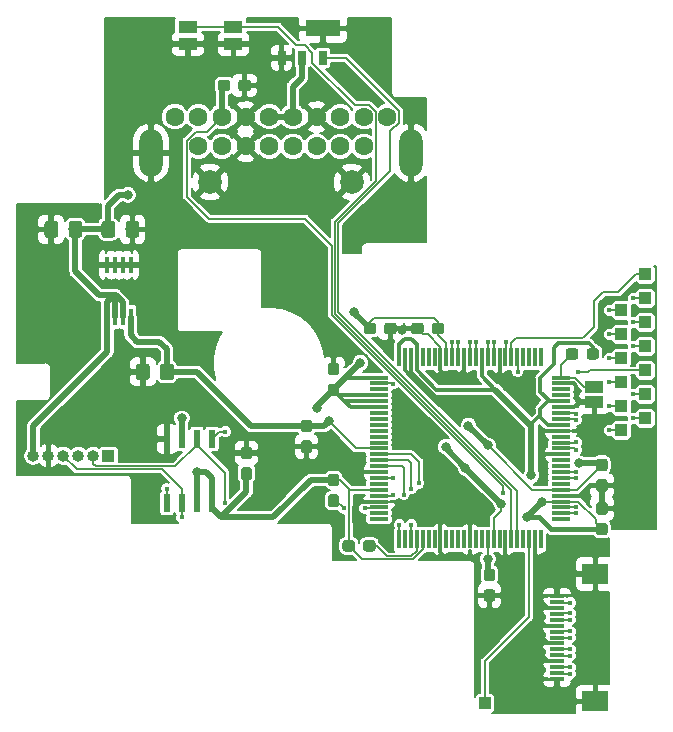
<source format=gtl>
G04 #@! TF.GenerationSoftware,KiCad,Pcbnew,(5.0.1)-4*
G04 #@! TF.CreationDate,2019-04-22T09:15:48+02:00*
G04 #@! TF.ProjectId,wiihdmi_wmi,77696968646D695F776D692E6B696361,rev?*
G04 #@! TF.SameCoordinates,Original*
G04 #@! TF.FileFunction,Copper,L1,Top,Signal*
G04 #@! TF.FilePolarity,Positive*
%FSLAX46Y46*%
G04 Gerber Fmt 4.6, Leading zero omitted, Abs format (unit mm)*
G04 Created by KiCad (PCBNEW (5.0.1)-4) date 22.04.2019 09:15:48*
%MOMM*%
%LPD*%
G01*
G04 APERTURE LIST*
G04 #@! TA.AperFunction,SMDPad,CuDef*
%ADD10R,1.597660X0.299720*%
G04 #@! TD*
G04 #@! TA.AperFunction,SMDPad,CuDef*
%ADD11R,0.299720X1.597660*%
G04 #@! TD*
G04 #@! TA.AperFunction,Conductor*
%ADD12C,0.100000*%
G04 #@! TD*
G04 #@! TA.AperFunction,SMDPad,CuDef*
%ADD13C,1.150000*%
G04 #@! TD*
G04 #@! TA.AperFunction,ComponentPad*
%ADD14R,1.000000X1.000000*%
G04 #@! TD*
G04 #@! TA.AperFunction,ComponentPad*
%ADD15O,1.000000X1.000000*%
G04 #@! TD*
G04 #@! TA.AperFunction,ComponentPad*
%ADD16C,1.600000*%
G04 #@! TD*
G04 #@! TA.AperFunction,ComponentPad*
%ADD17O,2.000000X4.000000*%
G04 #@! TD*
G04 #@! TA.AperFunction,ComponentPad*
%ADD18C,2.000000*%
G04 #@! TD*
G04 #@! TA.AperFunction,SMDPad,CuDef*
%ADD19R,2.200000X1.800000*%
G04 #@! TD*
G04 #@! TA.AperFunction,SMDPad,CuDef*
%ADD20R,1.300000X0.300000*%
G04 #@! TD*
G04 #@! TA.AperFunction,SMDPad,CuDef*
%ADD21R,1.000000X1.000000*%
G04 #@! TD*
G04 #@! TA.AperFunction,SMDPad,CuDef*
%ADD22R,1.500000X1.000000*%
G04 #@! TD*
G04 #@! TA.AperFunction,ComponentPad*
%ADD23C,0.700000*%
G04 #@! TD*
G04 #@! TA.AperFunction,SMDPad,CuDef*
%ADD24R,1.650000X1.050000*%
G04 #@! TD*
G04 #@! TA.AperFunction,SMDPad,CuDef*
%ADD25R,0.600000X1.550000*%
G04 #@! TD*
G04 #@! TA.AperFunction,SMDPad,CuDef*
%ADD26R,0.450000X1.450000*%
G04 #@! TD*
G04 #@! TA.AperFunction,SMDPad,CuDef*
%ADD27R,0.700000X1.200000*%
G04 #@! TD*
G04 #@! TA.AperFunction,SMDPad,CuDef*
%ADD28R,3.000000X1.400000*%
G04 #@! TD*
G04 #@! TA.AperFunction,SMDPad,CuDef*
%ADD29C,0.950000*%
G04 #@! TD*
G04 #@! TA.AperFunction,ViaPad*
%ADD30C,0.800000*%
G04 #@! TD*
G04 #@! TA.AperFunction,ViaPad*
%ADD31C,0.400000*%
G04 #@! TD*
G04 #@! TA.AperFunction,Conductor*
%ADD32C,0.500000*%
G04 #@! TD*
G04 #@! TA.AperFunction,Conductor*
%ADD33C,0.127000*%
G04 #@! TD*
G04 #@! TA.AperFunction,Conductor*
%ADD34C,0.400000*%
G04 #@! TD*
G04 #@! TA.AperFunction,Conductor*
%ADD35C,0.300000*%
G04 #@! TD*
G04 #@! TA.AperFunction,Conductor*
%ADD36C,0.200000*%
G04 #@! TD*
G04 APERTURE END LIST*
D10*
G04 #@! TO.P,U1,100*
G04 #@! TO.N,Net-(JP1-Pad1)*
X103329740Y-81503520D03*
G04 #@! TO.P,U1,99*
G04 #@! TO.N,GND*
X103329740Y-82003900D03*
G04 #@! TO.P,U1,98*
G04 #@! TO.N,Net-(U1-Pad98)*
X103329740Y-82504280D03*
G04 #@! TO.P,U1,97*
G04 #@! TO.N,Net-(U1-Pad97)*
X103329740Y-83004660D03*
G04 #@! TO.P,U1,96*
G04 #@! TO.N,+3V3*
X103329740Y-83505040D03*
G04 #@! TO.P,U1,95*
G04 #@! TO.N,GND*
X103329740Y-84005420D03*
G04 #@! TO.P,U1,94*
G04 #@! TO.N,TMDS_DATA2_+*
X103329740Y-84503260D03*
G04 #@! TO.P,U1,93*
G04 #@! TO.N,TMDS_DATA2_-*
X103329740Y-85003640D03*
G04 #@! TO.P,U1,92*
G04 #@! TO.N,+3V3*
X103329740Y-85504020D03*
G04 #@! TO.P,U1,91*
G04 #@! TO.N,GND*
X103329740Y-86004400D03*
G04 #@! TO.P,U1,90*
G04 #@! TO.N,Net-(U1-Pad90)*
X103329740Y-86504780D03*
G04 #@! TO.P,U1,89*
G04 #@! TO.N,TMDS_DATA1_+*
X103329740Y-87005160D03*
G04 #@! TO.P,U1,88*
G04 #@! TO.N,TMDS_DATA1_-*
X103329740Y-87503000D03*
G04 #@! TO.P,U1,87*
G04 #@! TO.N,GND*
X103329740Y-88000840D03*
G04 #@! TO.P,U1,86*
G04 #@! TO.N,Net-(U1-Pad86)*
X103329740Y-88501220D03*
G04 #@! TO.P,U1,85*
G04 #@! TO.N,Net-(U1-Pad85)*
X103329740Y-89001600D03*
G04 #@! TO.P,U1,84*
G04 #@! TO.N,TMDS_DATA0_+*
X103329740Y-89501980D03*
G04 #@! TO.P,U1,83*
G04 #@! TO.N,TMDS_DATA0_-*
X103329740Y-90002360D03*
G04 #@! TO.P,U1,82*
G04 #@! TO.N,Net-(U1-Pad82)*
X103329740Y-90502740D03*
G04 #@! TO.P,U1,81*
G04 #@! TO.N,+1V2*
X103329740Y-91000580D03*
G04 #@! TO.P,U1,80*
G04 #@! TO.N,GND*
X103329740Y-91500960D03*
G04 #@! TO.P,U1,79*
G04 #@! TO.N,+3V3*
X103329740Y-92001340D03*
G04 #@! TO.P,U1,78*
G04 #@! TO.N,TMDS_CLOCK_+*
X103329740Y-92501720D03*
G04 #@! TO.P,U1,77*
G04 #@! TO.N,TMDS_CLOCK_-*
X103329740Y-93002100D03*
G04 #@! TO.P,U1,76*
G04 #@! TO.N,JTAG_TCK*
X103329740Y-93502480D03*
D11*
G04 #@! TO.P,U1,75*
G04 #@! TO.N,JTAG_TDO*
X101630480Y-95201740D03*
G04 #@! TO.P,U1,74*
G04 #@! TO.N,GND*
X101130100Y-95201740D03*
G04 #@! TO.P,U1,73*
G04 #@! TO.N,Gamepad*
X100629720Y-95201740D03*
G04 #@! TO.P,U1,72*
G04 #@! TO.N,Net-(U1-Pad72)*
X100129340Y-95201740D03*
G04 #@! TO.P,U1,71*
G04 #@! TO.N,IR_Receiver*
X99628960Y-95201740D03*
G04 #@! TO.P,U1,70*
G04 #@! TO.N,IR_Button*
X99128580Y-95201740D03*
G04 #@! TO.P,U1,69*
G04 #@! TO.N,GND*
X98630740Y-95201740D03*
G04 #@! TO.P,U1,68*
G04 #@! TO.N,Net-(U1-Pad68)*
X98130360Y-95201740D03*
G04 #@! TO.P,U1,67*
G04 #@! TO.N,+3V3*
X97629980Y-95201740D03*
G04 #@! TO.P,U1,66*
G04 #@! TO.N,+1V2*
X97129600Y-95201740D03*
G04 #@! TO.P,U1,65*
G04 #@! TO.N,Net-(U1-Pad65)*
X96629220Y-95201740D03*
G04 #@! TO.P,U1,64*
G04 #@! TO.N,Net-(U1-Pad64)*
X96128840Y-95201740D03*
G04 #@! TO.P,U1,63*
G04 #@! TO.N,GND*
X95631000Y-95201740D03*
G04 #@! TO.P,U1,62*
G04 #@! TO.N,Net-(U1-Pad62)*
X95133160Y-95201740D03*
G04 #@! TO.P,U1,61*
G04 #@! TO.N,Net-(U1-Pad61)*
X94632780Y-95201740D03*
G04 #@! TO.P,U1,60*
G04 #@! TO.N,Net-(U1-Pad60)*
X94132400Y-95201740D03*
G04 #@! TO.P,U1,59*
G04 #@! TO.N,Net-(U1-Pad59)*
X93632020Y-95201740D03*
G04 #@! TO.P,U1,58*
G04 #@! TO.N,GND*
X93131640Y-95201740D03*
G04 #@! TO.P,U1,57*
G04 #@! TO.N,Net-(U1-Pad57)*
X92631260Y-95201740D03*
G04 #@! TO.P,U1,56*
G04 #@! TO.N,Net-(U1-Pad56)*
X92133420Y-95201740D03*
G04 #@! TO.P,U1,55*
G04 #@! TO.N,+3V3*
X91633040Y-95201740D03*
G04 #@! TO.P,U1,54*
G04 #@! TO.N,Net-(R2-Pad1)*
X91132660Y-95201740D03*
G04 #@! TO.P,U1,53*
G04 #@! TO.N,CLK*
X90632280Y-95201740D03*
G04 #@! TO.P,U1,52*
G04 #@! TO.N,Net-(U1-Pad52)*
X90131900Y-95201740D03*
G04 #@! TO.P,U1,51*
G04 #@! TO.N,SO*
X89631520Y-95201740D03*
D10*
G04 #@! TO.P,U1,50*
G04 #@! TO.N,Net-(U1-Pad50)*
X87932260Y-93502480D03*
G04 #@! TO.P,U1,49*
G04 #@! TO.N,Net-(U1-Pad49)*
X87932260Y-93002100D03*
G04 #@! TO.P,U1,48*
G04 #@! TO.N,Net-(R1-Pad2)*
X87932260Y-92501720D03*
G04 #@! TO.P,U1,47*
G04 #@! TO.N,GND*
X87932260Y-92001340D03*
G04 #@! TO.P,U1,46*
G04 #@! TO.N,SI*
X87932260Y-91500960D03*
G04 #@! TO.P,U1,45*
G04 #@! TO.N,+3V3*
X87932260Y-91000580D03*
G04 #@! TO.P,U1,44*
G04 #@! TO.N,Net-(U1-Pad44)*
X87932260Y-90502740D03*
G04 #@! TO.P,U1,43*
G04 #@! TO.N,54MHz*
X87932260Y-90002360D03*
G04 #@! TO.P,U1,42*
G04 #@! TO.N,GND*
X87932260Y-89501980D03*
G04 #@! TO.P,U1,41*
G04 #@! TO.N,BCLK*
X87932260Y-89001600D03*
G04 #@! TO.P,U1,40*
G04 #@! TO.N,AData*
X87932260Y-88501220D03*
G04 #@! TO.P,U1,39*
G04 #@! TO.N,LRCK*
X87932260Y-88000840D03*
G04 #@! TO.P,U1,38*
G04 #@! TO.N,+1V2*
X87932260Y-87503000D03*
G04 #@! TO.P,U1,37*
G04 #@! TO.N,Net-(U1-Pad37)*
X87932260Y-87005160D03*
G04 #@! TO.P,U1,36*
G04 #@! TO.N,Net-(U1-Pad36)*
X87932260Y-86504780D03*
G04 #@! TO.P,U1,35*
G04 #@! TO.N,Net-(U1-Pad35)*
X87932260Y-86004400D03*
G04 #@! TO.P,U1,34*
G04 #@! TO.N,Net-(U1-Pad34)*
X87932260Y-85504020D03*
G04 #@! TO.P,U1,33*
G04 #@! TO.N,Net-(U1-Pad33)*
X87932260Y-85003640D03*
G04 #@! TO.P,U1,32*
G04 #@! TO.N,Net-(U1-Pad32)*
X87932260Y-84503260D03*
G04 #@! TO.P,U1,31*
G04 #@! TO.N,+3V3*
X87932260Y-84005420D03*
G04 #@! TO.P,U1,30*
X87932260Y-83505040D03*
G04 #@! TO.P,U1,29*
X87932260Y-83004660D03*
G04 #@! TO.P,U1,28*
G04 #@! TO.N,Net-(U1-Pad28)*
X87932260Y-82504280D03*
G04 #@! TO.P,U1,27*
G04 #@! TO.N,CS*
X87932260Y-82003900D03*
G04 #@! TO.P,U1,26*
G04 #@! TO.N,+3V3*
X87932260Y-81503520D03*
D11*
G04 #@! TO.P,U1,25*
X89631520Y-79804260D03*
G04 #@! TO.P,U1,24*
G04 #@! TO.N,GND*
X90131900Y-79804260D03*
G04 #@! TO.P,U1,23*
X90632280Y-79804260D03*
G04 #@! TO.P,U1,22*
G04 #@! TO.N,+3V3*
X91132660Y-79804260D03*
G04 #@! TO.P,U1,21*
G04 #@! TO.N,Net-(U1-Pad21)*
X91633040Y-79804260D03*
G04 #@! TO.P,U1,20*
G04 #@! TO.N,Net-(U1-Pad20)*
X92133420Y-79804260D03*
G04 #@! TO.P,U1,19*
G04 #@! TO.N,Net-(U1-Pad19)*
X92631260Y-79804260D03*
G04 #@! TO.P,U1,18*
G04 #@! TO.N,GND*
X93131640Y-79804260D03*
G04 #@! TO.P,U1,17*
G04 #@! TO.N,+1V2*
X93632020Y-79804260D03*
G04 #@! TO.P,U1,16*
G04 #@! TO.N,VData7*
X94132400Y-79804260D03*
G04 #@! TO.P,U1,15*
G04 #@! TO.N,VData6*
X94632780Y-79804260D03*
G04 #@! TO.P,U1,14*
G04 #@! TO.N,GND*
X95133160Y-79804260D03*
G04 #@! TO.P,U1,13*
G04 #@! TO.N,VData5*
X95631000Y-79804260D03*
G04 #@! TO.P,U1,12*
G04 #@! TO.N,VData4*
X96128840Y-79804260D03*
G04 #@! TO.P,U1,11*
G04 #@! TO.N,+3V3*
X96629220Y-79804260D03*
G04 #@! TO.P,U1,10*
G04 #@! TO.N,VData3*
X97129600Y-79804260D03*
G04 #@! TO.P,U1,9*
G04 #@! TO.N,VData2*
X97629980Y-79804260D03*
G04 #@! TO.P,U1,8*
G04 #@! TO.N,GND*
X98130360Y-79804260D03*
G04 #@! TO.P,U1,7*
G04 #@! TO.N,VData1*
X98630740Y-79804260D03*
G04 #@! TO.P,U1,6*
G04 #@! TO.N,VData0*
X99128580Y-79804260D03*
G04 #@! TO.P,U1,5*
G04 #@! TO.N,CSel*
X99628960Y-79804260D03*
G04 #@! TO.P,U1,4*
G04 #@! TO.N,Net-(U1-Pad4)*
X100129340Y-79804260D03*
G04 #@! TO.P,U1,3*
G04 #@! TO.N,Net-(U1-Pad3)*
X100629720Y-79804260D03*
G04 #@! TO.P,U1,2*
G04 #@! TO.N,JTAG_TDI*
X101130100Y-79804260D03*
G04 #@! TO.P,U1,1*
G04 #@! TO.N,JTAG_TMS*
X101630480Y-79804260D03*
G04 #@! TD*
D12*
G04 #@! TO.N,+3V3*
G04 #@! TO.C,C1*
G36*
X65355505Y-68262204D02*
X65379773Y-68265804D01*
X65403572Y-68271765D01*
X65426671Y-68280030D01*
X65448850Y-68290520D01*
X65469893Y-68303132D01*
X65489599Y-68317747D01*
X65507777Y-68334223D01*
X65524253Y-68352401D01*
X65538868Y-68372107D01*
X65551480Y-68393150D01*
X65561970Y-68415329D01*
X65570235Y-68438428D01*
X65576196Y-68462227D01*
X65579796Y-68486495D01*
X65581000Y-68510999D01*
X65581000Y-69411001D01*
X65579796Y-69435505D01*
X65576196Y-69459773D01*
X65570235Y-69483572D01*
X65561970Y-69506671D01*
X65551480Y-69528850D01*
X65538868Y-69549893D01*
X65524253Y-69569599D01*
X65507777Y-69587777D01*
X65489599Y-69604253D01*
X65469893Y-69618868D01*
X65448850Y-69631480D01*
X65426671Y-69641970D01*
X65403572Y-69650235D01*
X65379773Y-69656196D01*
X65355505Y-69659796D01*
X65331001Y-69661000D01*
X64680999Y-69661000D01*
X64656495Y-69659796D01*
X64632227Y-69656196D01*
X64608428Y-69650235D01*
X64585329Y-69641970D01*
X64563150Y-69631480D01*
X64542107Y-69618868D01*
X64522401Y-69604253D01*
X64504223Y-69587777D01*
X64487747Y-69569599D01*
X64473132Y-69549893D01*
X64460520Y-69528850D01*
X64450030Y-69506671D01*
X64441765Y-69483572D01*
X64435804Y-69459773D01*
X64432204Y-69435505D01*
X64431000Y-69411001D01*
X64431000Y-68510999D01*
X64432204Y-68486495D01*
X64435804Y-68462227D01*
X64441765Y-68438428D01*
X64450030Y-68415329D01*
X64460520Y-68393150D01*
X64473132Y-68372107D01*
X64487747Y-68352401D01*
X64504223Y-68334223D01*
X64522401Y-68317747D01*
X64542107Y-68303132D01*
X64563150Y-68290520D01*
X64585329Y-68280030D01*
X64608428Y-68271765D01*
X64632227Y-68265804D01*
X64656495Y-68262204D01*
X64680999Y-68261000D01*
X65331001Y-68261000D01*
X65355505Y-68262204D01*
X65355505Y-68262204D01*
G37*
D13*
G04 #@! TD*
G04 #@! TO.P,C1,1*
G04 #@! TO.N,+3V3*
X65006000Y-68961000D03*
D12*
G04 #@! TO.N,GND*
G04 #@! TO.C,C1*
G36*
X67405505Y-68262204D02*
X67429773Y-68265804D01*
X67453572Y-68271765D01*
X67476671Y-68280030D01*
X67498850Y-68290520D01*
X67519893Y-68303132D01*
X67539599Y-68317747D01*
X67557777Y-68334223D01*
X67574253Y-68352401D01*
X67588868Y-68372107D01*
X67601480Y-68393150D01*
X67611970Y-68415329D01*
X67620235Y-68438428D01*
X67626196Y-68462227D01*
X67629796Y-68486495D01*
X67631000Y-68510999D01*
X67631000Y-69411001D01*
X67629796Y-69435505D01*
X67626196Y-69459773D01*
X67620235Y-69483572D01*
X67611970Y-69506671D01*
X67601480Y-69528850D01*
X67588868Y-69549893D01*
X67574253Y-69569599D01*
X67557777Y-69587777D01*
X67539599Y-69604253D01*
X67519893Y-69618868D01*
X67498850Y-69631480D01*
X67476671Y-69641970D01*
X67453572Y-69650235D01*
X67429773Y-69656196D01*
X67405505Y-69659796D01*
X67381001Y-69661000D01*
X66730999Y-69661000D01*
X66706495Y-69659796D01*
X66682227Y-69656196D01*
X66658428Y-69650235D01*
X66635329Y-69641970D01*
X66613150Y-69631480D01*
X66592107Y-69618868D01*
X66572401Y-69604253D01*
X66554223Y-69587777D01*
X66537747Y-69569599D01*
X66523132Y-69549893D01*
X66510520Y-69528850D01*
X66500030Y-69506671D01*
X66491765Y-69483572D01*
X66485804Y-69459773D01*
X66482204Y-69435505D01*
X66481000Y-69411001D01*
X66481000Y-68510999D01*
X66482204Y-68486495D01*
X66485804Y-68462227D01*
X66491765Y-68438428D01*
X66500030Y-68415329D01*
X66510520Y-68393150D01*
X66523132Y-68372107D01*
X66537747Y-68352401D01*
X66554223Y-68334223D01*
X66572401Y-68317747D01*
X66592107Y-68303132D01*
X66613150Y-68290520D01*
X66635329Y-68280030D01*
X66658428Y-68271765D01*
X66682227Y-68265804D01*
X66706495Y-68262204D01*
X66730999Y-68261000D01*
X67381001Y-68261000D01*
X67405505Y-68262204D01*
X67405505Y-68262204D01*
G37*
D13*
G04 #@! TD*
G04 #@! TO.P,C1,2*
G04 #@! TO.N,GND*
X67056000Y-68961000D03*
D12*
G04 #@! TO.N,+3V3*
G04 #@! TO.C,C2*
G36*
X62579505Y-68262204D02*
X62603773Y-68265804D01*
X62627572Y-68271765D01*
X62650671Y-68280030D01*
X62672850Y-68290520D01*
X62693893Y-68303132D01*
X62713599Y-68317747D01*
X62731777Y-68334223D01*
X62748253Y-68352401D01*
X62762868Y-68372107D01*
X62775480Y-68393150D01*
X62785970Y-68415329D01*
X62794235Y-68438428D01*
X62800196Y-68462227D01*
X62803796Y-68486495D01*
X62805000Y-68510999D01*
X62805000Y-69411001D01*
X62803796Y-69435505D01*
X62800196Y-69459773D01*
X62794235Y-69483572D01*
X62785970Y-69506671D01*
X62775480Y-69528850D01*
X62762868Y-69549893D01*
X62748253Y-69569599D01*
X62731777Y-69587777D01*
X62713599Y-69604253D01*
X62693893Y-69618868D01*
X62672850Y-69631480D01*
X62650671Y-69641970D01*
X62627572Y-69650235D01*
X62603773Y-69656196D01*
X62579505Y-69659796D01*
X62555001Y-69661000D01*
X61904999Y-69661000D01*
X61880495Y-69659796D01*
X61856227Y-69656196D01*
X61832428Y-69650235D01*
X61809329Y-69641970D01*
X61787150Y-69631480D01*
X61766107Y-69618868D01*
X61746401Y-69604253D01*
X61728223Y-69587777D01*
X61711747Y-69569599D01*
X61697132Y-69549893D01*
X61684520Y-69528850D01*
X61674030Y-69506671D01*
X61665765Y-69483572D01*
X61659804Y-69459773D01*
X61656204Y-69435505D01*
X61655000Y-69411001D01*
X61655000Y-68510999D01*
X61656204Y-68486495D01*
X61659804Y-68462227D01*
X61665765Y-68438428D01*
X61674030Y-68415329D01*
X61684520Y-68393150D01*
X61697132Y-68372107D01*
X61711747Y-68352401D01*
X61728223Y-68334223D01*
X61746401Y-68317747D01*
X61766107Y-68303132D01*
X61787150Y-68290520D01*
X61809329Y-68280030D01*
X61832428Y-68271765D01*
X61856227Y-68265804D01*
X61880495Y-68262204D01*
X61904999Y-68261000D01*
X62555001Y-68261000D01*
X62579505Y-68262204D01*
X62579505Y-68262204D01*
G37*
D13*
G04 #@! TD*
G04 #@! TO.P,C2,1*
G04 #@! TO.N,+3V3*
X62230000Y-68961000D03*
D12*
G04 #@! TO.N,GND*
G04 #@! TO.C,C2*
G36*
X60529505Y-68262204D02*
X60553773Y-68265804D01*
X60577572Y-68271765D01*
X60600671Y-68280030D01*
X60622850Y-68290520D01*
X60643893Y-68303132D01*
X60663599Y-68317747D01*
X60681777Y-68334223D01*
X60698253Y-68352401D01*
X60712868Y-68372107D01*
X60725480Y-68393150D01*
X60735970Y-68415329D01*
X60744235Y-68438428D01*
X60750196Y-68462227D01*
X60753796Y-68486495D01*
X60755000Y-68510999D01*
X60755000Y-69411001D01*
X60753796Y-69435505D01*
X60750196Y-69459773D01*
X60744235Y-69483572D01*
X60735970Y-69506671D01*
X60725480Y-69528850D01*
X60712868Y-69549893D01*
X60698253Y-69569599D01*
X60681777Y-69587777D01*
X60663599Y-69604253D01*
X60643893Y-69618868D01*
X60622850Y-69631480D01*
X60600671Y-69641970D01*
X60577572Y-69650235D01*
X60553773Y-69656196D01*
X60529505Y-69659796D01*
X60505001Y-69661000D01*
X59854999Y-69661000D01*
X59830495Y-69659796D01*
X59806227Y-69656196D01*
X59782428Y-69650235D01*
X59759329Y-69641970D01*
X59737150Y-69631480D01*
X59716107Y-69618868D01*
X59696401Y-69604253D01*
X59678223Y-69587777D01*
X59661747Y-69569599D01*
X59647132Y-69549893D01*
X59634520Y-69528850D01*
X59624030Y-69506671D01*
X59615765Y-69483572D01*
X59609804Y-69459773D01*
X59606204Y-69435505D01*
X59605000Y-69411001D01*
X59605000Y-68510999D01*
X59606204Y-68486495D01*
X59609804Y-68462227D01*
X59615765Y-68438428D01*
X59624030Y-68415329D01*
X59634520Y-68393150D01*
X59647132Y-68372107D01*
X59661747Y-68352401D01*
X59678223Y-68334223D01*
X59696401Y-68317747D01*
X59716107Y-68303132D01*
X59737150Y-68290520D01*
X59759329Y-68280030D01*
X59782428Y-68271765D01*
X59806227Y-68265804D01*
X59830495Y-68262204D01*
X59854999Y-68261000D01*
X60505001Y-68261000D01*
X60529505Y-68262204D01*
X60529505Y-68262204D01*
G37*
D13*
G04 #@! TD*
G04 #@! TO.P,C2,2*
G04 #@! TO.N,GND*
X60180000Y-68961000D03*
D12*
G04 #@! TO.N,GND*
G04 #@! TO.C,C3*
G36*
X68276505Y-80327204D02*
X68300773Y-80330804D01*
X68324572Y-80336765D01*
X68347671Y-80345030D01*
X68369850Y-80355520D01*
X68390893Y-80368132D01*
X68410599Y-80382747D01*
X68428777Y-80399223D01*
X68445253Y-80417401D01*
X68459868Y-80437107D01*
X68472480Y-80458150D01*
X68482970Y-80480329D01*
X68491235Y-80503428D01*
X68497196Y-80527227D01*
X68500796Y-80551495D01*
X68502000Y-80575999D01*
X68502000Y-81476001D01*
X68500796Y-81500505D01*
X68497196Y-81524773D01*
X68491235Y-81548572D01*
X68482970Y-81571671D01*
X68472480Y-81593850D01*
X68459868Y-81614893D01*
X68445253Y-81634599D01*
X68428777Y-81652777D01*
X68410599Y-81669253D01*
X68390893Y-81683868D01*
X68369850Y-81696480D01*
X68347671Y-81706970D01*
X68324572Y-81715235D01*
X68300773Y-81721196D01*
X68276505Y-81724796D01*
X68252001Y-81726000D01*
X67601999Y-81726000D01*
X67577495Y-81724796D01*
X67553227Y-81721196D01*
X67529428Y-81715235D01*
X67506329Y-81706970D01*
X67484150Y-81696480D01*
X67463107Y-81683868D01*
X67443401Y-81669253D01*
X67425223Y-81652777D01*
X67408747Y-81634599D01*
X67394132Y-81614893D01*
X67381520Y-81593850D01*
X67371030Y-81571671D01*
X67362765Y-81548572D01*
X67356804Y-81524773D01*
X67353204Y-81500505D01*
X67352000Y-81476001D01*
X67352000Y-80575999D01*
X67353204Y-80551495D01*
X67356804Y-80527227D01*
X67362765Y-80503428D01*
X67371030Y-80480329D01*
X67381520Y-80458150D01*
X67394132Y-80437107D01*
X67408747Y-80417401D01*
X67425223Y-80399223D01*
X67443401Y-80382747D01*
X67463107Y-80368132D01*
X67484150Y-80355520D01*
X67506329Y-80345030D01*
X67529428Y-80336765D01*
X67553227Y-80330804D01*
X67577495Y-80327204D01*
X67601999Y-80326000D01*
X68252001Y-80326000D01*
X68276505Y-80327204D01*
X68276505Y-80327204D01*
G37*
D13*
G04 #@! TD*
G04 #@! TO.P,C3,2*
G04 #@! TO.N,GND*
X67927000Y-81026000D03*
D12*
G04 #@! TO.N,+1V2*
G04 #@! TO.C,C3*
G36*
X70326505Y-80327204D02*
X70350773Y-80330804D01*
X70374572Y-80336765D01*
X70397671Y-80345030D01*
X70419850Y-80355520D01*
X70440893Y-80368132D01*
X70460599Y-80382747D01*
X70478777Y-80399223D01*
X70495253Y-80417401D01*
X70509868Y-80437107D01*
X70522480Y-80458150D01*
X70532970Y-80480329D01*
X70541235Y-80503428D01*
X70547196Y-80527227D01*
X70550796Y-80551495D01*
X70552000Y-80575999D01*
X70552000Y-81476001D01*
X70550796Y-81500505D01*
X70547196Y-81524773D01*
X70541235Y-81548572D01*
X70532970Y-81571671D01*
X70522480Y-81593850D01*
X70509868Y-81614893D01*
X70495253Y-81634599D01*
X70478777Y-81652777D01*
X70460599Y-81669253D01*
X70440893Y-81683868D01*
X70419850Y-81696480D01*
X70397671Y-81706970D01*
X70374572Y-81715235D01*
X70350773Y-81721196D01*
X70326505Y-81724796D01*
X70302001Y-81726000D01*
X69651999Y-81726000D01*
X69627495Y-81724796D01*
X69603227Y-81721196D01*
X69579428Y-81715235D01*
X69556329Y-81706970D01*
X69534150Y-81696480D01*
X69513107Y-81683868D01*
X69493401Y-81669253D01*
X69475223Y-81652777D01*
X69458747Y-81634599D01*
X69444132Y-81614893D01*
X69431520Y-81593850D01*
X69421030Y-81571671D01*
X69412765Y-81548572D01*
X69406804Y-81524773D01*
X69403204Y-81500505D01*
X69402000Y-81476001D01*
X69402000Y-80575999D01*
X69403204Y-80551495D01*
X69406804Y-80527227D01*
X69412765Y-80503428D01*
X69421030Y-80480329D01*
X69431520Y-80458150D01*
X69444132Y-80437107D01*
X69458747Y-80417401D01*
X69475223Y-80399223D01*
X69493401Y-80382747D01*
X69513107Y-80368132D01*
X69534150Y-80355520D01*
X69556329Y-80345030D01*
X69579428Y-80336765D01*
X69603227Y-80330804D01*
X69627495Y-80327204D01*
X69651999Y-80326000D01*
X70302001Y-80326000D01*
X70326505Y-80327204D01*
X70326505Y-80327204D01*
G37*
D13*
G04 #@! TD*
G04 #@! TO.P,C3,1*
G04 #@! TO.N,+1V2*
X69977000Y-81026000D03*
D14*
G04 #@! TO.P,J1,1*
G04 #@! TO.N,SI*
X65024000Y-88138000D03*
D15*
G04 #@! TO.P,J1,2*
G04 #@! TO.N,SO*
X63754000Y-88138000D03*
G04 #@! TO.P,J1,3*
G04 #@! TO.N,CS*
X62484000Y-88138000D03*
G04 #@! TO.P,J1,4*
G04 #@! TO.N,CLK*
X61214000Y-88138000D03*
G04 #@! TO.P,J1,5*
G04 #@! TO.N,GND*
X59944000Y-88138000D03*
G04 #@! TO.P,J1,6*
G04 #@! TO.N,+3V3*
X58674000Y-88138000D03*
G04 #@! TD*
D16*
G04 #@! TO.P,J2,18*
G04 #@! TO.N,Net-(J2-Pad18)*
X88644000Y-59436000D03*
G04 #@! TO.P,J2,16*
G04 #@! TO.N,Net-(J2-Pad16)*
X86644000Y-59436000D03*
G04 #@! TO.P,J2,14*
G04 #@! TO.N,Net-(J2-Pad14)*
X84644000Y-59436000D03*
G04 #@! TO.P,J2,12*
G04 #@! TO.N,GND*
X82644000Y-59436000D03*
G04 #@! TO.P,J2,10*
G04 #@! TO.N,+3V3*
X80644000Y-59436000D03*
G04 #@! TO.P,J2,8*
X78644000Y-59436000D03*
G04 #@! TO.P,J2,6*
G04 #@! TO.N,GND*
X76644000Y-59436000D03*
G04 #@! TO.P,J2,4*
G04 #@! TO.N,+5V*
X74644000Y-59436000D03*
G04 #@! TO.P,J2,2*
G04 #@! TO.N,Wii_Audio_Right*
X72644000Y-59436000D03*
G04 #@! TO.P,J2,17*
G04 #@! TO.N,Net-(J2-Pad17)*
X70644000Y-59436000D03*
G04 #@! TO.P,J2,15*
G04 #@! TO.N,Net-(J2-Pad15)*
X86644000Y-61936000D03*
G04 #@! TO.P,J2,9*
G04 #@! TO.N,Wii_Pb_Chroma_Green*
X80644000Y-61936000D03*
G04 #@! TO.P,J2,5*
G04 #@! TO.N,GND*
X76644000Y-61936000D03*
G04 #@! TO.P,J2,13*
G04 #@! TO.N,+12V*
X84644000Y-61936000D03*
G04 #@! TO.P,J2,7*
G04 #@! TO.N,Wii_Y_Luma_Red*
X78644000Y-61936000D03*
G04 #@! TO.P,J2,3*
G04 #@! TO.N,Wii_Composite_Video*
X74644000Y-61936000D03*
G04 #@! TO.P,J2,1*
G04 #@! TO.N,Wii_Audio_Left*
X72644000Y-61936000D03*
G04 #@! TO.P,J2,11*
G04 #@! TO.N,Wii_Pr_Blue*
X82644000Y-61936000D03*
D17*
G04 #@! TO.P,J2,19*
G04 #@! TO.N,GND*
X68644000Y-62474000D03*
X90644000Y-62474000D03*
D18*
X73620000Y-64936000D03*
X85620000Y-64936000D03*
G04 #@! TD*
D19*
G04 #@! TO.P,J3,MP*
G04 #@! TO.N,GND*
X106247000Y-98121000D03*
X106247000Y-108921000D03*
D20*
G04 #@! TO.P,J3,1*
X102997000Y-107021000D03*
G04 #@! TO.P,J3,2*
G04 #@! TO.N,TMDS_DATA2_+*
X102997000Y-106521000D03*
G04 #@! TO.P,J3,3*
G04 #@! TO.N,TMDS_DATA2_-*
X102997000Y-106021000D03*
G04 #@! TO.P,J3,4*
G04 #@! TO.N,GND*
X102997000Y-105521000D03*
G04 #@! TO.P,J3,5*
G04 #@! TO.N,TMDS_DATA1_+*
X102997000Y-105021000D03*
G04 #@! TO.P,J3,6*
G04 #@! TO.N,TMDS_DATA1_-*
X102997000Y-104521000D03*
G04 #@! TO.P,J3,7*
G04 #@! TO.N,GND*
X102997000Y-104021000D03*
G04 #@! TO.P,J3,8*
G04 #@! TO.N,TMDS_DATA0_+*
X102997000Y-103521000D03*
G04 #@! TO.P,J3,9*
G04 #@! TO.N,TMDS_DATA0_-*
X102997000Y-103021000D03*
G04 #@! TO.P,J3,10*
G04 #@! TO.N,GND*
X102997000Y-102521000D03*
G04 #@! TO.P,J3,11*
G04 #@! TO.N,TMDS_CLOCK_+*
X102997000Y-102021000D03*
G04 #@! TO.P,J3,12*
G04 #@! TO.N,TMDS_CLOCK_-*
X102997000Y-101521000D03*
G04 #@! TO.P,J3,13*
G04 #@! TO.N,GND*
X102997000Y-101021000D03*
G04 #@! TO.P,J3,14*
G04 #@! TO.N,+5V*
X102997000Y-100521000D03*
G04 #@! TO.P,J3,15*
G04 #@! TO.N,GND*
X102997000Y-100021000D03*
G04 #@! TD*
D21*
G04 #@! TO.P,Pad,1*
G04 #@! TO.N,Gamepad*
X96901000Y-109093000D03*
G04 #@! TD*
G04 #@! TO.P,J6,1*
G04 #@! TO.N,54MHz*
X110490000Y-80899000D03*
G04 #@! TD*
D22*
G04 #@! TO.P,JP1,2*
G04 #@! TO.N,GND*
X106172000Y-83596000D03*
G04 #@! TO.P,JP1,1*
G04 #@! TO.N,Net-(JP1-Pad1)*
X106172000Y-82296000D03*
G04 #@! TD*
D23*
G04 #@! TO.P,SW1,1*
G04 #@! TO.N,IR_Button*
X75705000Y-51716000D03*
X71655000Y-51716000D03*
D24*
G04 #@! TO.P,SW1,2*
G04 #@! TO.N,GND*
X75605000Y-53266000D03*
X71755000Y-53266000D03*
G04 #@! TO.P,SW1,1*
G04 #@! TO.N,IR_Button*
X75605000Y-51816000D03*
X71755000Y-51816000D03*
G04 #@! TD*
D25*
G04 #@! TO.P,U2,1*
G04 #@! TO.N,CS*
X73787000Y-86708000D03*
G04 #@! TO.P,U2,2*
G04 #@! TO.N,SO*
X72517000Y-86708000D03*
G04 #@! TO.P,U2,3*
G04 #@! TO.N,+3V3*
X71247000Y-86708000D03*
G04 #@! TO.P,U2,4*
G04 #@! TO.N,GND*
X69977000Y-86708000D03*
G04 #@! TO.P,U2,5*
G04 #@! TO.N,SI*
X69977000Y-92108000D03*
G04 #@! TO.P,U2,6*
G04 #@! TO.N,CLK*
X71247000Y-92108000D03*
G04 #@! TO.P,U2,7*
G04 #@! TO.N,+3V3*
X72517000Y-92108000D03*
G04 #@! TO.P,U2,8*
X73787000Y-92108000D03*
G04 #@! TD*
D26*
G04 #@! TO.P,U3,1*
G04 #@! TO.N,+3V3*
X64938000Y-76368000D03*
G04 #@! TO.P,U3,2*
X65588000Y-76368000D03*
G04 #@! TO.P,U3,3*
X66238000Y-76368000D03*
G04 #@! TO.P,U3,4*
G04 #@! TO.N,+1V2*
X66888000Y-76368000D03*
G04 #@! TO.P,U3,5*
G04 #@! TO.N,GND*
X66888000Y-71968000D03*
G04 #@! TO.P,U3,6*
X66238000Y-71968000D03*
G04 #@! TO.P,U3,7*
X65588000Y-71968000D03*
G04 #@! TO.P,U3,8*
X64938000Y-71968000D03*
G04 #@! TD*
D27*
G04 #@! TO.P,U4,3*
G04 #@! TO.N,GND*
X79685000Y-54443000D03*
G04 #@! TO.P,U4,2*
G04 #@! TO.N,+3V3*
X81435000Y-54443000D03*
G04 #@! TO.P,U4,1*
G04 #@! TO.N,IR_Receiver*
X83185000Y-54443000D03*
D28*
G04 #@! TO.P,U4,3*
G04 #@! TO.N,GND*
X83185000Y-51943000D03*
G04 #@! TD*
D12*
G04 #@! TO.N,+3V3*
G04 #@! TO.C,C4*
G36*
X76968779Y-89110144D02*
X76991834Y-89113563D01*
X77014443Y-89119227D01*
X77036387Y-89127079D01*
X77057457Y-89137044D01*
X77077448Y-89149026D01*
X77096168Y-89162910D01*
X77113438Y-89178562D01*
X77129090Y-89195832D01*
X77142974Y-89214552D01*
X77154956Y-89234543D01*
X77164921Y-89255613D01*
X77172773Y-89277557D01*
X77178437Y-89300166D01*
X77181856Y-89323221D01*
X77183000Y-89346500D01*
X77183000Y-89921500D01*
X77181856Y-89944779D01*
X77178437Y-89967834D01*
X77172773Y-89990443D01*
X77164921Y-90012387D01*
X77154956Y-90033457D01*
X77142974Y-90053448D01*
X77129090Y-90072168D01*
X77113438Y-90089438D01*
X77096168Y-90105090D01*
X77077448Y-90118974D01*
X77057457Y-90130956D01*
X77036387Y-90140921D01*
X77014443Y-90148773D01*
X76991834Y-90154437D01*
X76968779Y-90157856D01*
X76945500Y-90159000D01*
X76470500Y-90159000D01*
X76447221Y-90157856D01*
X76424166Y-90154437D01*
X76401557Y-90148773D01*
X76379613Y-90140921D01*
X76358543Y-90130956D01*
X76338552Y-90118974D01*
X76319832Y-90105090D01*
X76302562Y-90089438D01*
X76286910Y-90072168D01*
X76273026Y-90053448D01*
X76261044Y-90033457D01*
X76251079Y-90012387D01*
X76243227Y-89990443D01*
X76237563Y-89967834D01*
X76234144Y-89944779D01*
X76233000Y-89921500D01*
X76233000Y-89346500D01*
X76234144Y-89323221D01*
X76237563Y-89300166D01*
X76243227Y-89277557D01*
X76251079Y-89255613D01*
X76261044Y-89234543D01*
X76273026Y-89214552D01*
X76286910Y-89195832D01*
X76302562Y-89178562D01*
X76319832Y-89162910D01*
X76338552Y-89149026D01*
X76358543Y-89137044D01*
X76379613Y-89127079D01*
X76401557Y-89119227D01*
X76424166Y-89113563D01*
X76447221Y-89110144D01*
X76470500Y-89109000D01*
X76945500Y-89109000D01*
X76968779Y-89110144D01*
X76968779Y-89110144D01*
G37*
D29*
G04 #@! TD*
G04 #@! TO.P,C4,1*
G04 #@! TO.N,+3V3*
X76708000Y-89634000D03*
D12*
G04 #@! TO.N,GND*
G04 #@! TO.C,C4*
G36*
X76968779Y-87360144D02*
X76991834Y-87363563D01*
X77014443Y-87369227D01*
X77036387Y-87377079D01*
X77057457Y-87387044D01*
X77077448Y-87399026D01*
X77096168Y-87412910D01*
X77113438Y-87428562D01*
X77129090Y-87445832D01*
X77142974Y-87464552D01*
X77154956Y-87484543D01*
X77164921Y-87505613D01*
X77172773Y-87527557D01*
X77178437Y-87550166D01*
X77181856Y-87573221D01*
X77183000Y-87596500D01*
X77183000Y-88171500D01*
X77181856Y-88194779D01*
X77178437Y-88217834D01*
X77172773Y-88240443D01*
X77164921Y-88262387D01*
X77154956Y-88283457D01*
X77142974Y-88303448D01*
X77129090Y-88322168D01*
X77113438Y-88339438D01*
X77096168Y-88355090D01*
X77077448Y-88368974D01*
X77057457Y-88380956D01*
X77036387Y-88390921D01*
X77014443Y-88398773D01*
X76991834Y-88404437D01*
X76968779Y-88407856D01*
X76945500Y-88409000D01*
X76470500Y-88409000D01*
X76447221Y-88407856D01*
X76424166Y-88404437D01*
X76401557Y-88398773D01*
X76379613Y-88390921D01*
X76358543Y-88380956D01*
X76338552Y-88368974D01*
X76319832Y-88355090D01*
X76302562Y-88339438D01*
X76286910Y-88322168D01*
X76273026Y-88303448D01*
X76261044Y-88283457D01*
X76251079Y-88262387D01*
X76243227Y-88240443D01*
X76237563Y-88217834D01*
X76234144Y-88194779D01*
X76233000Y-88171500D01*
X76233000Y-87596500D01*
X76234144Y-87573221D01*
X76237563Y-87550166D01*
X76243227Y-87527557D01*
X76251079Y-87505613D01*
X76261044Y-87484543D01*
X76273026Y-87464552D01*
X76286910Y-87445832D01*
X76302562Y-87428562D01*
X76319832Y-87412910D01*
X76338552Y-87399026D01*
X76358543Y-87387044D01*
X76379613Y-87377079D01*
X76401557Y-87369227D01*
X76424166Y-87363563D01*
X76447221Y-87360144D01*
X76470500Y-87359000D01*
X76945500Y-87359000D01*
X76968779Y-87360144D01*
X76968779Y-87360144D01*
G37*
D29*
G04 #@! TD*
G04 #@! TO.P,C4,2*
G04 #@! TO.N,GND*
X76708000Y-87884000D03*
D12*
G04 #@! TO.N,GND*
G04 #@! TO.C,C5*
G36*
X84334779Y-80276144D02*
X84357834Y-80279563D01*
X84380443Y-80285227D01*
X84402387Y-80293079D01*
X84423457Y-80303044D01*
X84443448Y-80315026D01*
X84462168Y-80328910D01*
X84479438Y-80344562D01*
X84495090Y-80361832D01*
X84508974Y-80380552D01*
X84520956Y-80400543D01*
X84530921Y-80421613D01*
X84538773Y-80443557D01*
X84544437Y-80466166D01*
X84547856Y-80489221D01*
X84549000Y-80512500D01*
X84549000Y-81087500D01*
X84547856Y-81110779D01*
X84544437Y-81133834D01*
X84538773Y-81156443D01*
X84530921Y-81178387D01*
X84520956Y-81199457D01*
X84508974Y-81219448D01*
X84495090Y-81238168D01*
X84479438Y-81255438D01*
X84462168Y-81271090D01*
X84443448Y-81284974D01*
X84423457Y-81296956D01*
X84402387Y-81306921D01*
X84380443Y-81314773D01*
X84357834Y-81320437D01*
X84334779Y-81323856D01*
X84311500Y-81325000D01*
X83836500Y-81325000D01*
X83813221Y-81323856D01*
X83790166Y-81320437D01*
X83767557Y-81314773D01*
X83745613Y-81306921D01*
X83724543Y-81296956D01*
X83704552Y-81284974D01*
X83685832Y-81271090D01*
X83668562Y-81255438D01*
X83652910Y-81238168D01*
X83639026Y-81219448D01*
X83627044Y-81199457D01*
X83617079Y-81178387D01*
X83609227Y-81156443D01*
X83603563Y-81133834D01*
X83600144Y-81110779D01*
X83599000Y-81087500D01*
X83599000Y-80512500D01*
X83600144Y-80489221D01*
X83603563Y-80466166D01*
X83609227Y-80443557D01*
X83617079Y-80421613D01*
X83627044Y-80400543D01*
X83639026Y-80380552D01*
X83652910Y-80361832D01*
X83668562Y-80344562D01*
X83685832Y-80328910D01*
X83704552Y-80315026D01*
X83724543Y-80303044D01*
X83745613Y-80293079D01*
X83767557Y-80285227D01*
X83790166Y-80279563D01*
X83813221Y-80276144D01*
X83836500Y-80275000D01*
X84311500Y-80275000D01*
X84334779Y-80276144D01*
X84334779Y-80276144D01*
G37*
D29*
G04 #@! TD*
G04 #@! TO.P,C5,2*
G04 #@! TO.N,GND*
X84074000Y-80800000D03*
D12*
G04 #@! TO.N,+3V3*
G04 #@! TO.C,C5*
G36*
X84334779Y-82026144D02*
X84357834Y-82029563D01*
X84380443Y-82035227D01*
X84402387Y-82043079D01*
X84423457Y-82053044D01*
X84443448Y-82065026D01*
X84462168Y-82078910D01*
X84479438Y-82094562D01*
X84495090Y-82111832D01*
X84508974Y-82130552D01*
X84520956Y-82150543D01*
X84530921Y-82171613D01*
X84538773Y-82193557D01*
X84544437Y-82216166D01*
X84547856Y-82239221D01*
X84549000Y-82262500D01*
X84549000Y-82837500D01*
X84547856Y-82860779D01*
X84544437Y-82883834D01*
X84538773Y-82906443D01*
X84530921Y-82928387D01*
X84520956Y-82949457D01*
X84508974Y-82969448D01*
X84495090Y-82988168D01*
X84479438Y-83005438D01*
X84462168Y-83021090D01*
X84443448Y-83034974D01*
X84423457Y-83046956D01*
X84402387Y-83056921D01*
X84380443Y-83064773D01*
X84357834Y-83070437D01*
X84334779Y-83073856D01*
X84311500Y-83075000D01*
X83836500Y-83075000D01*
X83813221Y-83073856D01*
X83790166Y-83070437D01*
X83767557Y-83064773D01*
X83745613Y-83056921D01*
X83724543Y-83046956D01*
X83704552Y-83034974D01*
X83685832Y-83021090D01*
X83668562Y-83005438D01*
X83652910Y-82988168D01*
X83639026Y-82969448D01*
X83627044Y-82949457D01*
X83617079Y-82928387D01*
X83609227Y-82906443D01*
X83603563Y-82883834D01*
X83600144Y-82860779D01*
X83599000Y-82837500D01*
X83599000Y-82262500D01*
X83600144Y-82239221D01*
X83603563Y-82216166D01*
X83609227Y-82193557D01*
X83617079Y-82171613D01*
X83627044Y-82150543D01*
X83639026Y-82130552D01*
X83652910Y-82111832D01*
X83668562Y-82094562D01*
X83685832Y-82078910D01*
X83704552Y-82065026D01*
X83724543Y-82053044D01*
X83745613Y-82043079D01*
X83767557Y-82035227D01*
X83790166Y-82029563D01*
X83813221Y-82026144D01*
X83836500Y-82025000D01*
X84311500Y-82025000D01*
X84334779Y-82026144D01*
X84334779Y-82026144D01*
G37*
D29*
G04 #@! TD*
G04 #@! TO.P,C5,1*
G04 #@! TO.N,+3V3*
X84074000Y-82550000D03*
D12*
G04 #@! TO.N,+1V2*
G04 #@! TO.C,C6*
G36*
X97542779Y-97675144D02*
X97565834Y-97678563D01*
X97588443Y-97684227D01*
X97610387Y-97692079D01*
X97631457Y-97702044D01*
X97651448Y-97714026D01*
X97670168Y-97727910D01*
X97687438Y-97743562D01*
X97703090Y-97760832D01*
X97716974Y-97779552D01*
X97728956Y-97799543D01*
X97738921Y-97820613D01*
X97746773Y-97842557D01*
X97752437Y-97865166D01*
X97755856Y-97888221D01*
X97757000Y-97911500D01*
X97757000Y-98486500D01*
X97755856Y-98509779D01*
X97752437Y-98532834D01*
X97746773Y-98555443D01*
X97738921Y-98577387D01*
X97728956Y-98598457D01*
X97716974Y-98618448D01*
X97703090Y-98637168D01*
X97687438Y-98654438D01*
X97670168Y-98670090D01*
X97651448Y-98683974D01*
X97631457Y-98695956D01*
X97610387Y-98705921D01*
X97588443Y-98713773D01*
X97565834Y-98719437D01*
X97542779Y-98722856D01*
X97519500Y-98724000D01*
X97044500Y-98724000D01*
X97021221Y-98722856D01*
X96998166Y-98719437D01*
X96975557Y-98713773D01*
X96953613Y-98705921D01*
X96932543Y-98695956D01*
X96912552Y-98683974D01*
X96893832Y-98670090D01*
X96876562Y-98654438D01*
X96860910Y-98637168D01*
X96847026Y-98618448D01*
X96835044Y-98598457D01*
X96825079Y-98577387D01*
X96817227Y-98555443D01*
X96811563Y-98532834D01*
X96808144Y-98509779D01*
X96807000Y-98486500D01*
X96807000Y-97911500D01*
X96808144Y-97888221D01*
X96811563Y-97865166D01*
X96817227Y-97842557D01*
X96825079Y-97820613D01*
X96835044Y-97799543D01*
X96847026Y-97779552D01*
X96860910Y-97760832D01*
X96876562Y-97743562D01*
X96893832Y-97727910D01*
X96912552Y-97714026D01*
X96932543Y-97702044D01*
X96953613Y-97692079D01*
X96975557Y-97684227D01*
X96998166Y-97678563D01*
X97021221Y-97675144D01*
X97044500Y-97674000D01*
X97519500Y-97674000D01*
X97542779Y-97675144D01*
X97542779Y-97675144D01*
G37*
D29*
G04 #@! TD*
G04 #@! TO.P,C6,1*
G04 #@! TO.N,+1V2*
X97282000Y-98199000D03*
D12*
G04 #@! TO.N,GND*
G04 #@! TO.C,C6*
G36*
X97542779Y-99425144D02*
X97565834Y-99428563D01*
X97588443Y-99434227D01*
X97610387Y-99442079D01*
X97631457Y-99452044D01*
X97651448Y-99464026D01*
X97670168Y-99477910D01*
X97687438Y-99493562D01*
X97703090Y-99510832D01*
X97716974Y-99529552D01*
X97728956Y-99549543D01*
X97738921Y-99570613D01*
X97746773Y-99592557D01*
X97752437Y-99615166D01*
X97755856Y-99638221D01*
X97757000Y-99661500D01*
X97757000Y-100236500D01*
X97755856Y-100259779D01*
X97752437Y-100282834D01*
X97746773Y-100305443D01*
X97738921Y-100327387D01*
X97728956Y-100348457D01*
X97716974Y-100368448D01*
X97703090Y-100387168D01*
X97687438Y-100404438D01*
X97670168Y-100420090D01*
X97651448Y-100433974D01*
X97631457Y-100445956D01*
X97610387Y-100455921D01*
X97588443Y-100463773D01*
X97565834Y-100469437D01*
X97542779Y-100472856D01*
X97519500Y-100474000D01*
X97044500Y-100474000D01*
X97021221Y-100472856D01*
X96998166Y-100469437D01*
X96975557Y-100463773D01*
X96953613Y-100455921D01*
X96932543Y-100445956D01*
X96912552Y-100433974D01*
X96893832Y-100420090D01*
X96876562Y-100404438D01*
X96860910Y-100387168D01*
X96847026Y-100368448D01*
X96835044Y-100348457D01*
X96825079Y-100327387D01*
X96817227Y-100305443D01*
X96811563Y-100282834D01*
X96808144Y-100259779D01*
X96807000Y-100236500D01*
X96807000Y-99661500D01*
X96808144Y-99638221D01*
X96811563Y-99615166D01*
X96817227Y-99592557D01*
X96825079Y-99570613D01*
X96835044Y-99549543D01*
X96847026Y-99529552D01*
X96860910Y-99510832D01*
X96876562Y-99493562D01*
X96893832Y-99477910D01*
X96912552Y-99464026D01*
X96932543Y-99452044D01*
X96953613Y-99442079D01*
X96975557Y-99434227D01*
X96998166Y-99428563D01*
X97021221Y-99425144D01*
X97044500Y-99424000D01*
X97519500Y-99424000D01*
X97542779Y-99425144D01*
X97542779Y-99425144D01*
G37*
D29*
G04 #@! TD*
G04 #@! TO.P,C6,2*
G04 #@! TO.N,GND*
X97282000Y-99949000D03*
D12*
G04 #@! TO.N,GND*
G04 #@! TO.C,C7*
G36*
X76863779Y-56295144D02*
X76886834Y-56298563D01*
X76909443Y-56304227D01*
X76931387Y-56312079D01*
X76952457Y-56322044D01*
X76972448Y-56334026D01*
X76991168Y-56347910D01*
X77008438Y-56363562D01*
X77024090Y-56380832D01*
X77037974Y-56399552D01*
X77049956Y-56419543D01*
X77059921Y-56440613D01*
X77067773Y-56462557D01*
X77073437Y-56485166D01*
X77076856Y-56508221D01*
X77078000Y-56531500D01*
X77078000Y-57006500D01*
X77076856Y-57029779D01*
X77073437Y-57052834D01*
X77067773Y-57075443D01*
X77059921Y-57097387D01*
X77049956Y-57118457D01*
X77037974Y-57138448D01*
X77024090Y-57157168D01*
X77008438Y-57174438D01*
X76991168Y-57190090D01*
X76972448Y-57203974D01*
X76952457Y-57215956D01*
X76931387Y-57225921D01*
X76909443Y-57233773D01*
X76886834Y-57239437D01*
X76863779Y-57242856D01*
X76840500Y-57244000D01*
X76265500Y-57244000D01*
X76242221Y-57242856D01*
X76219166Y-57239437D01*
X76196557Y-57233773D01*
X76174613Y-57225921D01*
X76153543Y-57215956D01*
X76133552Y-57203974D01*
X76114832Y-57190090D01*
X76097562Y-57174438D01*
X76081910Y-57157168D01*
X76068026Y-57138448D01*
X76056044Y-57118457D01*
X76046079Y-57097387D01*
X76038227Y-57075443D01*
X76032563Y-57052834D01*
X76029144Y-57029779D01*
X76028000Y-57006500D01*
X76028000Y-56531500D01*
X76029144Y-56508221D01*
X76032563Y-56485166D01*
X76038227Y-56462557D01*
X76046079Y-56440613D01*
X76056044Y-56419543D01*
X76068026Y-56399552D01*
X76081910Y-56380832D01*
X76097562Y-56363562D01*
X76114832Y-56347910D01*
X76133552Y-56334026D01*
X76153543Y-56322044D01*
X76174613Y-56312079D01*
X76196557Y-56304227D01*
X76219166Y-56298563D01*
X76242221Y-56295144D01*
X76265500Y-56294000D01*
X76840500Y-56294000D01*
X76863779Y-56295144D01*
X76863779Y-56295144D01*
G37*
D29*
G04 #@! TD*
G04 #@! TO.P,C7,2*
G04 #@! TO.N,GND*
X76553000Y-56769000D03*
D12*
G04 #@! TO.N,+5V*
G04 #@! TO.C,C7*
G36*
X75113779Y-56295144D02*
X75136834Y-56298563D01*
X75159443Y-56304227D01*
X75181387Y-56312079D01*
X75202457Y-56322044D01*
X75222448Y-56334026D01*
X75241168Y-56347910D01*
X75258438Y-56363562D01*
X75274090Y-56380832D01*
X75287974Y-56399552D01*
X75299956Y-56419543D01*
X75309921Y-56440613D01*
X75317773Y-56462557D01*
X75323437Y-56485166D01*
X75326856Y-56508221D01*
X75328000Y-56531500D01*
X75328000Y-57006500D01*
X75326856Y-57029779D01*
X75323437Y-57052834D01*
X75317773Y-57075443D01*
X75309921Y-57097387D01*
X75299956Y-57118457D01*
X75287974Y-57138448D01*
X75274090Y-57157168D01*
X75258438Y-57174438D01*
X75241168Y-57190090D01*
X75222448Y-57203974D01*
X75202457Y-57215956D01*
X75181387Y-57225921D01*
X75159443Y-57233773D01*
X75136834Y-57239437D01*
X75113779Y-57242856D01*
X75090500Y-57244000D01*
X74515500Y-57244000D01*
X74492221Y-57242856D01*
X74469166Y-57239437D01*
X74446557Y-57233773D01*
X74424613Y-57225921D01*
X74403543Y-57215956D01*
X74383552Y-57203974D01*
X74364832Y-57190090D01*
X74347562Y-57174438D01*
X74331910Y-57157168D01*
X74318026Y-57138448D01*
X74306044Y-57118457D01*
X74296079Y-57097387D01*
X74288227Y-57075443D01*
X74282563Y-57052834D01*
X74279144Y-57029779D01*
X74278000Y-57006500D01*
X74278000Y-56531500D01*
X74279144Y-56508221D01*
X74282563Y-56485166D01*
X74288227Y-56462557D01*
X74296079Y-56440613D01*
X74306044Y-56419543D01*
X74318026Y-56399552D01*
X74331910Y-56380832D01*
X74347562Y-56363562D01*
X74364832Y-56347910D01*
X74383552Y-56334026D01*
X74403543Y-56322044D01*
X74424613Y-56312079D01*
X74446557Y-56304227D01*
X74469166Y-56298563D01*
X74492221Y-56295144D01*
X74515500Y-56294000D01*
X75090500Y-56294000D01*
X75113779Y-56295144D01*
X75113779Y-56295144D01*
G37*
D29*
G04 #@! TD*
G04 #@! TO.P,C7,1*
G04 #@! TO.N,+5V*
X74803000Y-56769000D03*
D12*
G04 #@! TO.N,+3V3*
G04 #@! TO.C,C8*
G36*
X107067779Y-93809144D02*
X107090834Y-93812563D01*
X107113443Y-93818227D01*
X107135387Y-93826079D01*
X107156457Y-93836044D01*
X107176448Y-93848026D01*
X107195168Y-93861910D01*
X107212438Y-93877562D01*
X107228090Y-93894832D01*
X107241974Y-93913552D01*
X107253956Y-93933543D01*
X107263921Y-93954613D01*
X107271773Y-93976557D01*
X107277437Y-93999166D01*
X107280856Y-94022221D01*
X107282000Y-94045500D01*
X107282000Y-94620500D01*
X107280856Y-94643779D01*
X107277437Y-94666834D01*
X107271773Y-94689443D01*
X107263921Y-94711387D01*
X107253956Y-94732457D01*
X107241974Y-94752448D01*
X107228090Y-94771168D01*
X107212438Y-94788438D01*
X107195168Y-94804090D01*
X107176448Y-94817974D01*
X107156457Y-94829956D01*
X107135387Y-94839921D01*
X107113443Y-94847773D01*
X107090834Y-94853437D01*
X107067779Y-94856856D01*
X107044500Y-94858000D01*
X106569500Y-94858000D01*
X106546221Y-94856856D01*
X106523166Y-94853437D01*
X106500557Y-94847773D01*
X106478613Y-94839921D01*
X106457543Y-94829956D01*
X106437552Y-94817974D01*
X106418832Y-94804090D01*
X106401562Y-94788438D01*
X106385910Y-94771168D01*
X106372026Y-94752448D01*
X106360044Y-94732457D01*
X106350079Y-94711387D01*
X106342227Y-94689443D01*
X106336563Y-94666834D01*
X106333144Y-94643779D01*
X106332000Y-94620500D01*
X106332000Y-94045500D01*
X106333144Y-94022221D01*
X106336563Y-93999166D01*
X106342227Y-93976557D01*
X106350079Y-93954613D01*
X106360044Y-93933543D01*
X106372026Y-93913552D01*
X106385910Y-93894832D01*
X106401562Y-93877562D01*
X106418832Y-93861910D01*
X106437552Y-93848026D01*
X106457543Y-93836044D01*
X106478613Y-93826079D01*
X106500557Y-93818227D01*
X106523166Y-93812563D01*
X106546221Y-93809144D01*
X106569500Y-93808000D01*
X107044500Y-93808000D01*
X107067779Y-93809144D01*
X107067779Y-93809144D01*
G37*
D29*
G04 #@! TD*
G04 #@! TO.P,C8,1*
G04 #@! TO.N,+3V3*
X106807000Y-94333000D03*
D12*
G04 #@! TO.N,GND*
G04 #@! TO.C,C8*
G36*
X107067779Y-92059144D02*
X107090834Y-92062563D01*
X107113443Y-92068227D01*
X107135387Y-92076079D01*
X107156457Y-92086044D01*
X107176448Y-92098026D01*
X107195168Y-92111910D01*
X107212438Y-92127562D01*
X107228090Y-92144832D01*
X107241974Y-92163552D01*
X107253956Y-92183543D01*
X107263921Y-92204613D01*
X107271773Y-92226557D01*
X107277437Y-92249166D01*
X107280856Y-92272221D01*
X107282000Y-92295500D01*
X107282000Y-92870500D01*
X107280856Y-92893779D01*
X107277437Y-92916834D01*
X107271773Y-92939443D01*
X107263921Y-92961387D01*
X107253956Y-92982457D01*
X107241974Y-93002448D01*
X107228090Y-93021168D01*
X107212438Y-93038438D01*
X107195168Y-93054090D01*
X107176448Y-93067974D01*
X107156457Y-93079956D01*
X107135387Y-93089921D01*
X107113443Y-93097773D01*
X107090834Y-93103437D01*
X107067779Y-93106856D01*
X107044500Y-93108000D01*
X106569500Y-93108000D01*
X106546221Y-93106856D01*
X106523166Y-93103437D01*
X106500557Y-93097773D01*
X106478613Y-93089921D01*
X106457543Y-93079956D01*
X106437552Y-93067974D01*
X106418832Y-93054090D01*
X106401562Y-93038438D01*
X106385910Y-93021168D01*
X106372026Y-93002448D01*
X106360044Y-92982457D01*
X106350079Y-92961387D01*
X106342227Y-92939443D01*
X106336563Y-92916834D01*
X106333144Y-92893779D01*
X106332000Y-92870500D01*
X106332000Y-92295500D01*
X106333144Y-92272221D01*
X106336563Y-92249166D01*
X106342227Y-92226557D01*
X106350079Y-92204613D01*
X106360044Y-92183543D01*
X106372026Y-92163552D01*
X106385910Y-92144832D01*
X106401562Y-92127562D01*
X106418832Y-92111910D01*
X106437552Y-92098026D01*
X106457543Y-92086044D01*
X106478613Y-92076079D01*
X106500557Y-92068227D01*
X106523166Y-92062563D01*
X106546221Y-92059144D01*
X106569500Y-92058000D01*
X107044500Y-92058000D01*
X107067779Y-92059144D01*
X107067779Y-92059144D01*
G37*
D29*
G04 #@! TD*
G04 #@! TO.P,C8,2*
G04 #@! TO.N,GND*
X106807000Y-92583000D03*
D12*
G04 #@! TO.N,GND*
G04 #@! TO.C,C9*
G36*
X89210779Y-76869144D02*
X89233834Y-76872563D01*
X89256443Y-76878227D01*
X89278387Y-76886079D01*
X89299457Y-76896044D01*
X89319448Y-76908026D01*
X89338168Y-76921910D01*
X89355438Y-76937562D01*
X89371090Y-76954832D01*
X89384974Y-76973552D01*
X89396956Y-76993543D01*
X89406921Y-77014613D01*
X89414773Y-77036557D01*
X89420437Y-77059166D01*
X89423856Y-77082221D01*
X89425000Y-77105500D01*
X89425000Y-77580500D01*
X89423856Y-77603779D01*
X89420437Y-77626834D01*
X89414773Y-77649443D01*
X89406921Y-77671387D01*
X89396956Y-77692457D01*
X89384974Y-77712448D01*
X89371090Y-77731168D01*
X89355438Y-77748438D01*
X89338168Y-77764090D01*
X89319448Y-77777974D01*
X89299457Y-77789956D01*
X89278387Y-77799921D01*
X89256443Y-77807773D01*
X89233834Y-77813437D01*
X89210779Y-77816856D01*
X89187500Y-77818000D01*
X88612500Y-77818000D01*
X88589221Y-77816856D01*
X88566166Y-77813437D01*
X88543557Y-77807773D01*
X88521613Y-77799921D01*
X88500543Y-77789956D01*
X88480552Y-77777974D01*
X88461832Y-77764090D01*
X88444562Y-77748438D01*
X88428910Y-77731168D01*
X88415026Y-77712448D01*
X88403044Y-77692457D01*
X88393079Y-77671387D01*
X88385227Y-77649443D01*
X88379563Y-77626834D01*
X88376144Y-77603779D01*
X88375000Y-77580500D01*
X88375000Y-77105500D01*
X88376144Y-77082221D01*
X88379563Y-77059166D01*
X88385227Y-77036557D01*
X88393079Y-77014613D01*
X88403044Y-76993543D01*
X88415026Y-76973552D01*
X88428910Y-76954832D01*
X88444562Y-76937562D01*
X88461832Y-76921910D01*
X88480552Y-76908026D01*
X88500543Y-76896044D01*
X88521613Y-76886079D01*
X88543557Y-76878227D01*
X88566166Y-76872563D01*
X88589221Y-76869144D01*
X88612500Y-76868000D01*
X89187500Y-76868000D01*
X89210779Y-76869144D01*
X89210779Y-76869144D01*
G37*
D29*
G04 #@! TD*
G04 #@! TO.P,C9,2*
G04 #@! TO.N,GND*
X88900000Y-77343000D03*
D12*
G04 #@! TO.N,+1V2*
G04 #@! TO.C,C9*
G36*
X87460779Y-76869144D02*
X87483834Y-76872563D01*
X87506443Y-76878227D01*
X87528387Y-76886079D01*
X87549457Y-76896044D01*
X87569448Y-76908026D01*
X87588168Y-76921910D01*
X87605438Y-76937562D01*
X87621090Y-76954832D01*
X87634974Y-76973552D01*
X87646956Y-76993543D01*
X87656921Y-77014613D01*
X87664773Y-77036557D01*
X87670437Y-77059166D01*
X87673856Y-77082221D01*
X87675000Y-77105500D01*
X87675000Y-77580500D01*
X87673856Y-77603779D01*
X87670437Y-77626834D01*
X87664773Y-77649443D01*
X87656921Y-77671387D01*
X87646956Y-77692457D01*
X87634974Y-77712448D01*
X87621090Y-77731168D01*
X87605438Y-77748438D01*
X87588168Y-77764090D01*
X87569448Y-77777974D01*
X87549457Y-77789956D01*
X87528387Y-77799921D01*
X87506443Y-77807773D01*
X87483834Y-77813437D01*
X87460779Y-77816856D01*
X87437500Y-77818000D01*
X86862500Y-77818000D01*
X86839221Y-77816856D01*
X86816166Y-77813437D01*
X86793557Y-77807773D01*
X86771613Y-77799921D01*
X86750543Y-77789956D01*
X86730552Y-77777974D01*
X86711832Y-77764090D01*
X86694562Y-77748438D01*
X86678910Y-77731168D01*
X86665026Y-77712448D01*
X86653044Y-77692457D01*
X86643079Y-77671387D01*
X86635227Y-77649443D01*
X86629563Y-77626834D01*
X86626144Y-77603779D01*
X86625000Y-77580500D01*
X86625000Y-77105500D01*
X86626144Y-77082221D01*
X86629563Y-77059166D01*
X86635227Y-77036557D01*
X86643079Y-77014613D01*
X86653044Y-76993543D01*
X86665026Y-76973552D01*
X86678910Y-76954832D01*
X86694562Y-76937562D01*
X86711832Y-76921910D01*
X86730552Y-76908026D01*
X86750543Y-76896044D01*
X86771613Y-76886079D01*
X86793557Y-76878227D01*
X86816166Y-76872563D01*
X86839221Y-76869144D01*
X86862500Y-76868000D01*
X87437500Y-76868000D01*
X87460779Y-76869144D01*
X87460779Y-76869144D01*
G37*
D29*
G04 #@! TD*
G04 #@! TO.P,C9,1*
G04 #@! TO.N,+1V2*
X87150000Y-77343000D03*
D12*
G04 #@! TO.N,+1V2*
G04 #@! TO.C,C10*
G36*
X107067779Y-88376144D02*
X107090834Y-88379563D01*
X107113443Y-88385227D01*
X107135387Y-88393079D01*
X107156457Y-88403044D01*
X107176448Y-88415026D01*
X107195168Y-88428910D01*
X107212438Y-88444562D01*
X107228090Y-88461832D01*
X107241974Y-88480552D01*
X107253956Y-88500543D01*
X107263921Y-88521613D01*
X107271773Y-88543557D01*
X107277437Y-88566166D01*
X107280856Y-88589221D01*
X107282000Y-88612500D01*
X107282000Y-89187500D01*
X107280856Y-89210779D01*
X107277437Y-89233834D01*
X107271773Y-89256443D01*
X107263921Y-89278387D01*
X107253956Y-89299457D01*
X107241974Y-89319448D01*
X107228090Y-89338168D01*
X107212438Y-89355438D01*
X107195168Y-89371090D01*
X107176448Y-89384974D01*
X107156457Y-89396956D01*
X107135387Y-89406921D01*
X107113443Y-89414773D01*
X107090834Y-89420437D01*
X107067779Y-89423856D01*
X107044500Y-89425000D01*
X106569500Y-89425000D01*
X106546221Y-89423856D01*
X106523166Y-89420437D01*
X106500557Y-89414773D01*
X106478613Y-89406921D01*
X106457543Y-89396956D01*
X106437552Y-89384974D01*
X106418832Y-89371090D01*
X106401562Y-89355438D01*
X106385910Y-89338168D01*
X106372026Y-89319448D01*
X106360044Y-89299457D01*
X106350079Y-89278387D01*
X106342227Y-89256443D01*
X106336563Y-89233834D01*
X106333144Y-89210779D01*
X106332000Y-89187500D01*
X106332000Y-88612500D01*
X106333144Y-88589221D01*
X106336563Y-88566166D01*
X106342227Y-88543557D01*
X106350079Y-88521613D01*
X106360044Y-88500543D01*
X106372026Y-88480552D01*
X106385910Y-88461832D01*
X106401562Y-88444562D01*
X106418832Y-88428910D01*
X106437552Y-88415026D01*
X106457543Y-88403044D01*
X106478613Y-88393079D01*
X106500557Y-88385227D01*
X106523166Y-88379563D01*
X106546221Y-88376144D01*
X106569500Y-88375000D01*
X107044500Y-88375000D01*
X107067779Y-88376144D01*
X107067779Y-88376144D01*
G37*
D29*
G04 #@! TD*
G04 #@! TO.P,C10,1*
G04 #@! TO.N,+1V2*
X106807000Y-88900000D03*
D12*
G04 #@! TO.N,GND*
G04 #@! TO.C,C10*
G36*
X107067779Y-90126144D02*
X107090834Y-90129563D01*
X107113443Y-90135227D01*
X107135387Y-90143079D01*
X107156457Y-90153044D01*
X107176448Y-90165026D01*
X107195168Y-90178910D01*
X107212438Y-90194562D01*
X107228090Y-90211832D01*
X107241974Y-90230552D01*
X107253956Y-90250543D01*
X107263921Y-90271613D01*
X107271773Y-90293557D01*
X107277437Y-90316166D01*
X107280856Y-90339221D01*
X107282000Y-90362500D01*
X107282000Y-90937500D01*
X107280856Y-90960779D01*
X107277437Y-90983834D01*
X107271773Y-91006443D01*
X107263921Y-91028387D01*
X107253956Y-91049457D01*
X107241974Y-91069448D01*
X107228090Y-91088168D01*
X107212438Y-91105438D01*
X107195168Y-91121090D01*
X107176448Y-91134974D01*
X107156457Y-91146956D01*
X107135387Y-91156921D01*
X107113443Y-91164773D01*
X107090834Y-91170437D01*
X107067779Y-91173856D01*
X107044500Y-91175000D01*
X106569500Y-91175000D01*
X106546221Y-91173856D01*
X106523166Y-91170437D01*
X106500557Y-91164773D01*
X106478613Y-91156921D01*
X106457543Y-91146956D01*
X106437552Y-91134974D01*
X106418832Y-91121090D01*
X106401562Y-91105438D01*
X106385910Y-91088168D01*
X106372026Y-91069448D01*
X106360044Y-91049457D01*
X106350079Y-91028387D01*
X106342227Y-91006443D01*
X106336563Y-90983834D01*
X106333144Y-90960779D01*
X106332000Y-90937500D01*
X106332000Y-90362500D01*
X106333144Y-90339221D01*
X106336563Y-90316166D01*
X106342227Y-90293557D01*
X106350079Y-90271613D01*
X106360044Y-90250543D01*
X106372026Y-90230552D01*
X106385910Y-90211832D01*
X106401562Y-90194562D01*
X106418832Y-90178910D01*
X106437552Y-90165026D01*
X106457543Y-90153044D01*
X106478613Y-90143079D01*
X106500557Y-90135227D01*
X106523166Y-90129563D01*
X106546221Y-90126144D01*
X106569500Y-90125000D01*
X107044500Y-90125000D01*
X107067779Y-90126144D01*
X107067779Y-90126144D01*
G37*
D29*
G04 #@! TD*
G04 #@! TO.P,C10,2*
G04 #@! TO.N,GND*
X106807000Y-90650000D03*
D12*
G04 #@! TO.N,GND*
G04 #@! TO.C,C11*
G36*
X91496779Y-76869144D02*
X91519834Y-76872563D01*
X91542443Y-76878227D01*
X91564387Y-76886079D01*
X91585457Y-76896044D01*
X91605448Y-76908026D01*
X91624168Y-76921910D01*
X91641438Y-76937562D01*
X91657090Y-76954832D01*
X91670974Y-76973552D01*
X91682956Y-76993543D01*
X91692921Y-77014613D01*
X91700773Y-77036557D01*
X91706437Y-77059166D01*
X91709856Y-77082221D01*
X91711000Y-77105500D01*
X91711000Y-77580500D01*
X91709856Y-77603779D01*
X91706437Y-77626834D01*
X91700773Y-77649443D01*
X91692921Y-77671387D01*
X91682956Y-77692457D01*
X91670974Y-77712448D01*
X91657090Y-77731168D01*
X91641438Y-77748438D01*
X91624168Y-77764090D01*
X91605448Y-77777974D01*
X91585457Y-77789956D01*
X91564387Y-77799921D01*
X91542443Y-77807773D01*
X91519834Y-77813437D01*
X91496779Y-77816856D01*
X91473500Y-77818000D01*
X90898500Y-77818000D01*
X90875221Y-77816856D01*
X90852166Y-77813437D01*
X90829557Y-77807773D01*
X90807613Y-77799921D01*
X90786543Y-77789956D01*
X90766552Y-77777974D01*
X90747832Y-77764090D01*
X90730562Y-77748438D01*
X90714910Y-77731168D01*
X90701026Y-77712448D01*
X90689044Y-77692457D01*
X90679079Y-77671387D01*
X90671227Y-77649443D01*
X90665563Y-77626834D01*
X90662144Y-77603779D01*
X90661000Y-77580500D01*
X90661000Y-77105500D01*
X90662144Y-77082221D01*
X90665563Y-77059166D01*
X90671227Y-77036557D01*
X90679079Y-77014613D01*
X90689044Y-76993543D01*
X90701026Y-76973552D01*
X90714910Y-76954832D01*
X90730562Y-76937562D01*
X90747832Y-76921910D01*
X90766552Y-76908026D01*
X90786543Y-76896044D01*
X90807613Y-76886079D01*
X90829557Y-76878227D01*
X90852166Y-76872563D01*
X90875221Y-76869144D01*
X90898500Y-76868000D01*
X91473500Y-76868000D01*
X91496779Y-76869144D01*
X91496779Y-76869144D01*
G37*
D29*
G04 #@! TD*
G04 #@! TO.P,C11,2*
G04 #@! TO.N,GND*
X91186000Y-77343000D03*
D12*
G04 #@! TO.N,+1V2*
G04 #@! TO.C,C11*
G36*
X93246779Y-76869144D02*
X93269834Y-76872563D01*
X93292443Y-76878227D01*
X93314387Y-76886079D01*
X93335457Y-76896044D01*
X93355448Y-76908026D01*
X93374168Y-76921910D01*
X93391438Y-76937562D01*
X93407090Y-76954832D01*
X93420974Y-76973552D01*
X93432956Y-76993543D01*
X93442921Y-77014613D01*
X93450773Y-77036557D01*
X93456437Y-77059166D01*
X93459856Y-77082221D01*
X93461000Y-77105500D01*
X93461000Y-77580500D01*
X93459856Y-77603779D01*
X93456437Y-77626834D01*
X93450773Y-77649443D01*
X93442921Y-77671387D01*
X93432956Y-77692457D01*
X93420974Y-77712448D01*
X93407090Y-77731168D01*
X93391438Y-77748438D01*
X93374168Y-77764090D01*
X93355448Y-77777974D01*
X93335457Y-77789956D01*
X93314387Y-77799921D01*
X93292443Y-77807773D01*
X93269834Y-77813437D01*
X93246779Y-77816856D01*
X93223500Y-77818000D01*
X92648500Y-77818000D01*
X92625221Y-77816856D01*
X92602166Y-77813437D01*
X92579557Y-77807773D01*
X92557613Y-77799921D01*
X92536543Y-77789956D01*
X92516552Y-77777974D01*
X92497832Y-77764090D01*
X92480562Y-77748438D01*
X92464910Y-77731168D01*
X92451026Y-77712448D01*
X92439044Y-77692457D01*
X92429079Y-77671387D01*
X92421227Y-77649443D01*
X92415563Y-77626834D01*
X92412144Y-77603779D01*
X92411000Y-77580500D01*
X92411000Y-77105500D01*
X92412144Y-77082221D01*
X92415563Y-77059166D01*
X92421227Y-77036557D01*
X92429079Y-77014613D01*
X92439044Y-76993543D01*
X92451026Y-76973552D01*
X92464910Y-76954832D01*
X92480562Y-76937562D01*
X92497832Y-76921910D01*
X92516552Y-76908026D01*
X92536543Y-76896044D01*
X92557613Y-76886079D01*
X92579557Y-76878227D01*
X92602166Y-76872563D01*
X92625221Y-76869144D01*
X92648500Y-76868000D01*
X93223500Y-76868000D01*
X93246779Y-76869144D01*
X93246779Y-76869144D01*
G37*
D29*
G04 #@! TD*
G04 #@! TO.P,C11,1*
G04 #@! TO.N,+1V2*
X92936000Y-77343000D03*
D12*
G04 #@! TO.N,+1V2*
G04 #@! TO.C,C12*
G36*
X82048779Y-85074144D02*
X82071834Y-85077563D01*
X82094443Y-85083227D01*
X82116387Y-85091079D01*
X82137457Y-85101044D01*
X82157448Y-85113026D01*
X82176168Y-85126910D01*
X82193438Y-85142562D01*
X82209090Y-85159832D01*
X82222974Y-85178552D01*
X82234956Y-85198543D01*
X82244921Y-85219613D01*
X82252773Y-85241557D01*
X82258437Y-85264166D01*
X82261856Y-85287221D01*
X82263000Y-85310500D01*
X82263000Y-85885500D01*
X82261856Y-85908779D01*
X82258437Y-85931834D01*
X82252773Y-85954443D01*
X82244921Y-85976387D01*
X82234956Y-85997457D01*
X82222974Y-86017448D01*
X82209090Y-86036168D01*
X82193438Y-86053438D01*
X82176168Y-86069090D01*
X82157448Y-86082974D01*
X82137457Y-86094956D01*
X82116387Y-86104921D01*
X82094443Y-86112773D01*
X82071834Y-86118437D01*
X82048779Y-86121856D01*
X82025500Y-86123000D01*
X81550500Y-86123000D01*
X81527221Y-86121856D01*
X81504166Y-86118437D01*
X81481557Y-86112773D01*
X81459613Y-86104921D01*
X81438543Y-86094956D01*
X81418552Y-86082974D01*
X81399832Y-86069090D01*
X81382562Y-86053438D01*
X81366910Y-86036168D01*
X81353026Y-86017448D01*
X81341044Y-85997457D01*
X81331079Y-85976387D01*
X81323227Y-85954443D01*
X81317563Y-85931834D01*
X81314144Y-85908779D01*
X81313000Y-85885500D01*
X81313000Y-85310500D01*
X81314144Y-85287221D01*
X81317563Y-85264166D01*
X81323227Y-85241557D01*
X81331079Y-85219613D01*
X81341044Y-85198543D01*
X81353026Y-85178552D01*
X81366910Y-85159832D01*
X81382562Y-85142562D01*
X81399832Y-85126910D01*
X81418552Y-85113026D01*
X81438543Y-85101044D01*
X81459613Y-85091079D01*
X81481557Y-85083227D01*
X81504166Y-85077563D01*
X81527221Y-85074144D01*
X81550500Y-85073000D01*
X82025500Y-85073000D01*
X82048779Y-85074144D01*
X82048779Y-85074144D01*
G37*
D29*
G04 #@! TD*
G04 #@! TO.P,C12,1*
G04 #@! TO.N,+1V2*
X81788000Y-85598000D03*
D12*
G04 #@! TO.N,GND*
G04 #@! TO.C,C12*
G36*
X82048779Y-86824144D02*
X82071834Y-86827563D01*
X82094443Y-86833227D01*
X82116387Y-86841079D01*
X82137457Y-86851044D01*
X82157448Y-86863026D01*
X82176168Y-86876910D01*
X82193438Y-86892562D01*
X82209090Y-86909832D01*
X82222974Y-86928552D01*
X82234956Y-86948543D01*
X82244921Y-86969613D01*
X82252773Y-86991557D01*
X82258437Y-87014166D01*
X82261856Y-87037221D01*
X82263000Y-87060500D01*
X82263000Y-87635500D01*
X82261856Y-87658779D01*
X82258437Y-87681834D01*
X82252773Y-87704443D01*
X82244921Y-87726387D01*
X82234956Y-87747457D01*
X82222974Y-87767448D01*
X82209090Y-87786168D01*
X82193438Y-87803438D01*
X82176168Y-87819090D01*
X82157448Y-87832974D01*
X82137457Y-87844956D01*
X82116387Y-87854921D01*
X82094443Y-87862773D01*
X82071834Y-87868437D01*
X82048779Y-87871856D01*
X82025500Y-87873000D01*
X81550500Y-87873000D01*
X81527221Y-87871856D01*
X81504166Y-87868437D01*
X81481557Y-87862773D01*
X81459613Y-87854921D01*
X81438543Y-87844956D01*
X81418552Y-87832974D01*
X81399832Y-87819090D01*
X81382562Y-87803438D01*
X81366910Y-87786168D01*
X81353026Y-87767448D01*
X81341044Y-87747457D01*
X81331079Y-87726387D01*
X81323227Y-87704443D01*
X81317563Y-87681834D01*
X81314144Y-87658779D01*
X81313000Y-87635500D01*
X81313000Y-87060500D01*
X81314144Y-87037221D01*
X81317563Y-87014166D01*
X81323227Y-86991557D01*
X81331079Y-86969613D01*
X81341044Y-86948543D01*
X81353026Y-86928552D01*
X81366910Y-86909832D01*
X81382562Y-86892562D01*
X81399832Y-86876910D01*
X81418552Y-86863026D01*
X81438543Y-86851044D01*
X81459613Y-86841079D01*
X81481557Y-86833227D01*
X81504166Y-86827563D01*
X81527221Y-86824144D01*
X81550500Y-86823000D01*
X82025500Y-86823000D01*
X82048779Y-86824144D01*
X82048779Y-86824144D01*
G37*
D29*
G04 #@! TD*
G04 #@! TO.P,C12,2*
G04 #@! TO.N,GND*
X81788000Y-87348000D03*
D21*
G04 #@! TO.P,J4,1*
G04 #@! TO.N,VData0*
X110490000Y-72771000D03*
G04 #@! TD*
G04 #@! TO.P,J7,1*
G04 #@! TO.N,VData1*
X110490000Y-74803000D03*
G04 #@! TD*
G04 #@! TO.P,J8,1*
G04 #@! TO.N,VData2*
X108458000Y-75819000D03*
G04 #@! TD*
G04 #@! TO.P,J9,1*
G04 #@! TO.N,VData3*
X110490000Y-76835000D03*
G04 #@! TD*
G04 #@! TO.P,J10,1*
G04 #@! TO.N,VData4*
X108458000Y-77851000D03*
G04 #@! TD*
G04 #@! TO.P,J11,1*
G04 #@! TO.N,VData5*
X110490000Y-78867000D03*
G04 #@! TD*
G04 #@! TO.P,J12,1*
G04 #@! TO.N,CSel*
X108458000Y-79883000D03*
G04 #@! TD*
G04 #@! TO.P,J13,1*
G04 #@! TO.N,VData6*
X108458000Y-81915000D03*
G04 #@! TD*
G04 #@! TO.P,J14,1*
G04 #@! TO.N,VData7*
X110490000Y-82931000D03*
G04 #@! TD*
G04 #@! TO.P,J15,1*
G04 #@! TO.N,LRCK*
X108458000Y-83947000D03*
G04 #@! TD*
G04 #@! TO.P,J16,1*
G04 #@! TO.N,AData*
X110490000Y-84963000D03*
G04 #@! TD*
G04 #@! TO.P,J17,1*
G04 #@! TO.N,BCLK*
X108458000Y-85979000D03*
G04 #@! TD*
D12*
G04 #@! TO.N,+3V3*
G04 #@! TO.C,R1*
G36*
X84334779Y-89651144D02*
X84357834Y-89654563D01*
X84380443Y-89660227D01*
X84402387Y-89668079D01*
X84423457Y-89678044D01*
X84443448Y-89690026D01*
X84462168Y-89703910D01*
X84479438Y-89719562D01*
X84495090Y-89736832D01*
X84508974Y-89755552D01*
X84520956Y-89775543D01*
X84530921Y-89796613D01*
X84538773Y-89818557D01*
X84544437Y-89841166D01*
X84547856Y-89864221D01*
X84549000Y-89887500D01*
X84549000Y-90462500D01*
X84547856Y-90485779D01*
X84544437Y-90508834D01*
X84538773Y-90531443D01*
X84530921Y-90553387D01*
X84520956Y-90574457D01*
X84508974Y-90594448D01*
X84495090Y-90613168D01*
X84479438Y-90630438D01*
X84462168Y-90646090D01*
X84443448Y-90659974D01*
X84423457Y-90671956D01*
X84402387Y-90681921D01*
X84380443Y-90689773D01*
X84357834Y-90695437D01*
X84334779Y-90698856D01*
X84311500Y-90700000D01*
X83836500Y-90700000D01*
X83813221Y-90698856D01*
X83790166Y-90695437D01*
X83767557Y-90689773D01*
X83745613Y-90681921D01*
X83724543Y-90671956D01*
X83704552Y-90659974D01*
X83685832Y-90646090D01*
X83668562Y-90630438D01*
X83652910Y-90613168D01*
X83639026Y-90594448D01*
X83627044Y-90574457D01*
X83617079Y-90553387D01*
X83609227Y-90531443D01*
X83603563Y-90508834D01*
X83600144Y-90485779D01*
X83599000Y-90462500D01*
X83599000Y-89887500D01*
X83600144Y-89864221D01*
X83603563Y-89841166D01*
X83609227Y-89818557D01*
X83617079Y-89796613D01*
X83627044Y-89775543D01*
X83639026Y-89755552D01*
X83652910Y-89736832D01*
X83668562Y-89719562D01*
X83685832Y-89703910D01*
X83704552Y-89690026D01*
X83724543Y-89678044D01*
X83745613Y-89668079D01*
X83767557Y-89660227D01*
X83790166Y-89654563D01*
X83813221Y-89651144D01*
X83836500Y-89650000D01*
X84311500Y-89650000D01*
X84334779Y-89651144D01*
X84334779Y-89651144D01*
G37*
D29*
G04 #@! TD*
G04 #@! TO.P,R1,1*
G04 #@! TO.N,+3V3*
X84074000Y-90175000D03*
D12*
G04 #@! TO.N,Net-(R1-Pad2)*
G04 #@! TO.C,R1*
G36*
X84334779Y-91401144D02*
X84357834Y-91404563D01*
X84380443Y-91410227D01*
X84402387Y-91418079D01*
X84423457Y-91428044D01*
X84443448Y-91440026D01*
X84462168Y-91453910D01*
X84479438Y-91469562D01*
X84495090Y-91486832D01*
X84508974Y-91505552D01*
X84520956Y-91525543D01*
X84530921Y-91546613D01*
X84538773Y-91568557D01*
X84544437Y-91591166D01*
X84547856Y-91614221D01*
X84549000Y-91637500D01*
X84549000Y-92212500D01*
X84547856Y-92235779D01*
X84544437Y-92258834D01*
X84538773Y-92281443D01*
X84530921Y-92303387D01*
X84520956Y-92324457D01*
X84508974Y-92344448D01*
X84495090Y-92363168D01*
X84479438Y-92380438D01*
X84462168Y-92396090D01*
X84443448Y-92409974D01*
X84423457Y-92421956D01*
X84402387Y-92431921D01*
X84380443Y-92439773D01*
X84357834Y-92445437D01*
X84334779Y-92448856D01*
X84311500Y-92450000D01*
X83836500Y-92450000D01*
X83813221Y-92448856D01*
X83790166Y-92445437D01*
X83767557Y-92439773D01*
X83745613Y-92431921D01*
X83724543Y-92421956D01*
X83704552Y-92409974D01*
X83685832Y-92396090D01*
X83668562Y-92380438D01*
X83652910Y-92363168D01*
X83639026Y-92344448D01*
X83627044Y-92324457D01*
X83617079Y-92303387D01*
X83609227Y-92281443D01*
X83603563Y-92258834D01*
X83600144Y-92235779D01*
X83599000Y-92212500D01*
X83599000Y-91637500D01*
X83600144Y-91614221D01*
X83603563Y-91591166D01*
X83609227Y-91568557D01*
X83617079Y-91546613D01*
X83627044Y-91525543D01*
X83639026Y-91505552D01*
X83652910Y-91486832D01*
X83668562Y-91469562D01*
X83685832Y-91453910D01*
X83704552Y-91440026D01*
X83724543Y-91428044D01*
X83745613Y-91418079D01*
X83767557Y-91410227D01*
X83790166Y-91404563D01*
X83813221Y-91401144D01*
X83836500Y-91400000D01*
X84311500Y-91400000D01*
X84334779Y-91401144D01*
X84334779Y-91401144D01*
G37*
D29*
G04 #@! TD*
G04 #@! TO.P,R1,2*
G04 #@! TO.N,Net-(R1-Pad2)*
X84074000Y-91925000D03*
D12*
G04 #@! TO.N,+3V3*
G04 #@! TO.C,R2*
G36*
X85668779Y-95284144D02*
X85691834Y-95287563D01*
X85714443Y-95293227D01*
X85736387Y-95301079D01*
X85757457Y-95311044D01*
X85777448Y-95323026D01*
X85796168Y-95336910D01*
X85813438Y-95352562D01*
X85829090Y-95369832D01*
X85842974Y-95388552D01*
X85854956Y-95408543D01*
X85864921Y-95429613D01*
X85872773Y-95451557D01*
X85878437Y-95474166D01*
X85881856Y-95497221D01*
X85883000Y-95520500D01*
X85883000Y-95995500D01*
X85881856Y-96018779D01*
X85878437Y-96041834D01*
X85872773Y-96064443D01*
X85864921Y-96086387D01*
X85854956Y-96107457D01*
X85842974Y-96127448D01*
X85829090Y-96146168D01*
X85813438Y-96163438D01*
X85796168Y-96179090D01*
X85777448Y-96192974D01*
X85757457Y-96204956D01*
X85736387Y-96214921D01*
X85714443Y-96222773D01*
X85691834Y-96228437D01*
X85668779Y-96231856D01*
X85645500Y-96233000D01*
X85070500Y-96233000D01*
X85047221Y-96231856D01*
X85024166Y-96228437D01*
X85001557Y-96222773D01*
X84979613Y-96214921D01*
X84958543Y-96204956D01*
X84938552Y-96192974D01*
X84919832Y-96179090D01*
X84902562Y-96163438D01*
X84886910Y-96146168D01*
X84873026Y-96127448D01*
X84861044Y-96107457D01*
X84851079Y-96086387D01*
X84843227Y-96064443D01*
X84837563Y-96041834D01*
X84834144Y-96018779D01*
X84833000Y-95995500D01*
X84833000Y-95520500D01*
X84834144Y-95497221D01*
X84837563Y-95474166D01*
X84843227Y-95451557D01*
X84851079Y-95429613D01*
X84861044Y-95408543D01*
X84873026Y-95388552D01*
X84886910Y-95369832D01*
X84902562Y-95352562D01*
X84919832Y-95336910D01*
X84938552Y-95323026D01*
X84958543Y-95311044D01*
X84979613Y-95301079D01*
X85001557Y-95293227D01*
X85024166Y-95287563D01*
X85047221Y-95284144D01*
X85070500Y-95283000D01*
X85645500Y-95283000D01*
X85668779Y-95284144D01*
X85668779Y-95284144D01*
G37*
D29*
G04 #@! TD*
G04 #@! TO.P,R2,2*
G04 #@! TO.N,+3V3*
X85358000Y-95758000D03*
D12*
G04 #@! TO.N,Net-(R2-Pad1)*
G04 #@! TO.C,R2*
G36*
X87418779Y-95284144D02*
X87441834Y-95287563D01*
X87464443Y-95293227D01*
X87486387Y-95301079D01*
X87507457Y-95311044D01*
X87527448Y-95323026D01*
X87546168Y-95336910D01*
X87563438Y-95352562D01*
X87579090Y-95369832D01*
X87592974Y-95388552D01*
X87604956Y-95408543D01*
X87614921Y-95429613D01*
X87622773Y-95451557D01*
X87628437Y-95474166D01*
X87631856Y-95497221D01*
X87633000Y-95520500D01*
X87633000Y-95995500D01*
X87631856Y-96018779D01*
X87628437Y-96041834D01*
X87622773Y-96064443D01*
X87614921Y-96086387D01*
X87604956Y-96107457D01*
X87592974Y-96127448D01*
X87579090Y-96146168D01*
X87563438Y-96163438D01*
X87546168Y-96179090D01*
X87527448Y-96192974D01*
X87507457Y-96204956D01*
X87486387Y-96214921D01*
X87464443Y-96222773D01*
X87441834Y-96228437D01*
X87418779Y-96231856D01*
X87395500Y-96233000D01*
X86820500Y-96233000D01*
X86797221Y-96231856D01*
X86774166Y-96228437D01*
X86751557Y-96222773D01*
X86729613Y-96214921D01*
X86708543Y-96204956D01*
X86688552Y-96192974D01*
X86669832Y-96179090D01*
X86652562Y-96163438D01*
X86636910Y-96146168D01*
X86623026Y-96127448D01*
X86611044Y-96107457D01*
X86601079Y-96086387D01*
X86593227Y-96064443D01*
X86587563Y-96041834D01*
X86584144Y-96018779D01*
X86583000Y-95995500D01*
X86583000Y-95520500D01*
X86584144Y-95497221D01*
X86587563Y-95474166D01*
X86593227Y-95451557D01*
X86601079Y-95429613D01*
X86611044Y-95408543D01*
X86623026Y-95388552D01*
X86636910Y-95369832D01*
X86652562Y-95352562D01*
X86669832Y-95336910D01*
X86688552Y-95323026D01*
X86708543Y-95311044D01*
X86729613Y-95301079D01*
X86751557Y-95293227D01*
X86774166Y-95287563D01*
X86797221Y-95284144D01*
X86820500Y-95283000D01*
X87395500Y-95283000D01*
X87418779Y-95284144D01*
X87418779Y-95284144D01*
G37*
D29*
G04 #@! TD*
G04 #@! TO.P,R2,1*
G04 #@! TO.N,Net-(R2-Pad1)*
X87108000Y-95758000D03*
D12*
G04 #@! TO.N,Net-(JP1-Pad1)*
G04 #@! TO.C,R3*
G36*
X104582779Y-79028144D02*
X104605834Y-79031563D01*
X104628443Y-79037227D01*
X104650387Y-79045079D01*
X104671457Y-79055044D01*
X104691448Y-79067026D01*
X104710168Y-79080910D01*
X104727438Y-79096562D01*
X104743090Y-79113832D01*
X104756974Y-79132552D01*
X104768956Y-79152543D01*
X104778921Y-79173613D01*
X104786773Y-79195557D01*
X104792437Y-79218166D01*
X104795856Y-79241221D01*
X104797000Y-79264500D01*
X104797000Y-79739500D01*
X104795856Y-79762779D01*
X104792437Y-79785834D01*
X104786773Y-79808443D01*
X104778921Y-79830387D01*
X104768956Y-79851457D01*
X104756974Y-79871448D01*
X104743090Y-79890168D01*
X104727438Y-79907438D01*
X104710168Y-79923090D01*
X104691448Y-79936974D01*
X104671457Y-79948956D01*
X104650387Y-79958921D01*
X104628443Y-79966773D01*
X104605834Y-79972437D01*
X104582779Y-79975856D01*
X104559500Y-79977000D01*
X103984500Y-79977000D01*
X103961221Y-79975856D01*
X103938166Y-79972437D01*
X103915557Y-79966773D01*
X103893613Y-79958921D01*
X103872543Y-79948956D01*
X103852552Y-79936974D01*
X103833832Y-79923090D01*
X103816562Y-79907438D01*
X103800910Y-79890168D01*
X103787026Y-79871448D01*
X103775044Y-79851457D01*
X103765079Y-79830387D01*
X103757227Y-79808443D01*
X103751563Y-79785834D01*
X103748144Y-79762779D01*
X103747000Y-79739500D01*
X103747000Y-79264500D01*
X103748144Y-79241221D01*
X103751563Y-79218166D01*
X103757227Y-79195557D01*
X103765079Y-79173613D01*
X103775044Y-79152543D01*
X103787026Y-79132552D01*
X103800910Y-79113832D01*
X103816562Y-79096562D01*
X103833832Y-79080910D01*
X103852552Y-79067026D01*
X103872543Y-79055044D01*
X103893613Y-79045079D01*
X103915557Y-79037227D01*
X103938166Y-79031563D01*
X103961221Y-79028144D01*
X103984500Y-79027000D01*
X104559500Y-79027000D01*
X104582779Y-79028144D01*
X104582779Y-79028144D01*
G37*
D29*
G04 #@! TD*
G04 #@! TO.P,R3,1*
G04 #@! TO.N,Net-(JP1-Pad1)*
X104272000Y-79502000D03*
D12*
G04 #@! TO.N,+3V3*
G04 #@! TO.C,R3*
G36*
X106332779Y-79028144D02*
X106355834Y-79031563D01*
X106378443Y-79037227D01*
X106400387Y-79045079D01*
X106421457Y-79055044D01*
X106441448Y-79067026D01*
X106460168Y-79080910D01*
X106477438Y-79096562D01*
X106493090Y-79113832D01*
X106506974Y-79132552D01*
X106518956Y-79152543D01*
X106528921Y-79173613D01*
X106536773Y-79195557D01*
X106542437Y-79218166D01*
X106545856Y-79241221D01*
X106547000Y-79264500D01*
X106547000Y-79739500D01*
X106545856Y-79762779D01*
X106542437Y-79785834D01*
X106536773Y-79808443D01*
X106528921Y-79830387D01*
X106518956Y-79851457D01*
X106506974Y-79871448D01*
X106493090Y-79890168D01*
X106477438Y-79907438D01*
X106460168Y-79923090D01*
X106441448Y-79936974D01*
X106421457Y-79948956D01*
X106400387Y-79958921D01*
X106378443Y-79966773D01*
X106355834Y-79972437D01*
X106332779Y-79975856D01*
X106309500Y-79977000D01*
X105734500Y-79977000D01*
X105711221Y-79975856D01*
X105688166Y-79972437D01*
X105665557Y-79966773D01*
X105643613Y-79958921D01*
X105622543Y-79948956D01*
X105602552Y-79936974D01*
X105583832Y-79923090D01*
X105566562Y-79907438D01*
X105550910Y-79890168D01*
X105537026Y-79871448D01*
X105525044Y-79851457D01*
X105515079Y-79830387D01*
X105507227Y-79808443D01*
X105501563Y-79785834D01*
X105498144Y-79762779D01*
X105497000Y-79739500D01*
X105497000Y-79264500D01*
X105498144Y-79241221D01*
X105501563Y-79218166D01*
X105507227Y-79195557D01*
X105515079Y-79173613D01*
X105525044Y-79152543D01*
X105537026Y-79132552D01*
X105550910Y-79113832D01*
X105566562Y-79096562D01*
X105583832Y-79080910D01*
X105602552Y-79067026D01*
X105622543Y-79055044D01*
X105643613Y-79045079D01*
X105665557Y-79037227D01*
X105688166Y-79031563D01*
X105711221Y-79028144D01*
X105734500Y-79027000D01*
X106309500Y-79027000D01*
X106332779Y-79028144D01*
X106332779Y-79028144D01*
G37*
D29*
G04 #@! TD*
G04 #@! TO.P,R3,2*
G04 #@! TO.N,+3V3*
X106022000Y-79502000D03*
D30*
G04 #@! TO.N,+3V3*
X66675000Y-66040000D03*
X82677000Y-84074000D03*
X72517000Y-89535000D03*
X71247000Y-84963000D03*
X86360000Y-80264000D03*
X93599000Y-87376000D03*
X95250000Y-89154000D03*
X98298000Y-92202000D03*
X100457000Y-93345000D03*
X101727000Y-92075000D03*
X100838000Y-89789000D03*
G04 #@! TO.N,GND*
X83947000Y-87376000D03*
X85471000Y-88773000D03*
X90678000Y-85725000D03*
X94742000Y-91948000D03*
X69088000Y-74168000D03*
X72898000Y-83820000D03*
X85090000Y-78994000D03*
X81534000Y-92964000D03*
X86360000Y-94234000D03*
X65024000Y-84328000D03*
X82042000Y-70612000D03*
X79502000Y-70612000D03*
X106426000Y-85090000D03*
X99060000Y-86360000D03*
X95758000Y-83820000D03*
X68072000Y-92202000D03*
X94488000Y-81534000D03*
X98806000Y-82296000D03*
D31*
X101854000Y-87884000D03*
X101854000Y-86614000D03*
D30*
X89916000Y-77470000D03*
X101600000Y-97028000D03*
X98806000Y-97028000D03*
X100838000Y-83820000D03*
X83312000Y-76962000D03*
X109474000Y-87884000D03*
X85090000Y-56007000D03*
X109474000Y-90551000D03*
X109474000Y-92837000D03*
X99695000Y-105791000D03*
X99695000Y-108204000D03*
G04 #@! TO.N,+1V2*
X83693000Y-85217000D03*
X85852000Y-75946000D03*
X95504000Y-85598000D03*
X97155000Y-87249000D03*
X104902000Y-88773000D03*
X97155000Y-96901000D03*
D31*
G04 #@! TO.N,SI*
X89154000Y-91440000D03*
X69977000Y-90932000D03*
G04 #@! TO.N,SO*
X89662000Y-93980000D03*
X74930000Y-92084510D03*
G04 #@! TO.N,CS*
X89154000Y-82042000D03*
X74930000Y-86106000D03*
G04 #@! TO.N,CLK*
X90678000Y-93980000D03*
X71247000Y-93345000D03*
G04 #@! TO.N,+5V*
X104140000Y-100584000D03*
X98425000Y-91313000D03*
G04 #@! TO.N,TMDS_DATA2_+*
X104648000Y-84562997D03*
X104140000Y-106572003D03*
G04 #@! TO.N,TMDS_DATA2_-*
X104648000Y-85090000D03*
X104140000Y-106045000D03*
G04 #@! TO.N,TMDS_DATA1_+*
X104648000Y-86995000D03*
X104140000Y-105048003D03*
G04 #@! TO.N,TMDS_DATA1_-*
X104648000Y-87630000D03*
X104140000Y-104521000D03*
G04 #@! TO.N,TMDS_DATA0_+*
X104648000Y-89515997D03*
X104140000Y-103524003D03*
G04 #@! TO.N,TMDS_DATA0_-*
X104648000Y-90043000D03*
X104140000Y-102997000D03*
G04 #@! TO.N,TMDS_CLOCK_+*
X104648000Y-92436997D03*
X104140000Y-102000003D03*
G04 #@! TO.N,TMDS_CLOCK_-*
X104648000Y-92964000D03*
X104140000Y-101473000D03*
G04 #@! TO.N,VData2*
X97663000Y-78486000D03*
X107442000Y-75819000D03*
G04 #@! TO.N,VData3*
X97135997Y-78486000D03*
X109474000Y-76835000D03*
G04 #@! TO.N,VData1*
X98679000Y-78486000D03*
X109474000Y-74803000D03*
G04 #@! TO.N,54MHz*
X89154000Y-90043000D03*
X104775000Y-81026000D03*
G04 #@! TO.N,CSel*
X99695000Y-81026000D03*
X107442000Y-79883000D03*
G04 #@! TO.N,VData5*
X95611997Y-78486000D03*
X109474000Y-78867000D03*
G04 #@! TO.N,VData4*
X96139000Y-78486000D03*
X107442000Y-77851000D03*
G04 #@! TO.N,VData6*
X94615000Y-78486000D03*
X107442000Y-81915000D03*
G04 #@! TO.N,VData7*
X94087997Y-78486000D03*
X109474000Y-82931000D03*
G04 #@! TO.N,LRCK*
X107442000Y-83947000D03*
X91313000Y-90433500D03*
G04 #@! TO.N,AData*
X109474000Y-84963000D03*
X90678000Y-90932000D03*
G04 #@! TO.N,BCLK*
X107442000Y-85979000D03*
X90043000Y-91440000D03*
G04 #@! TO.N,Net-(R1-Pad2)*
X84963000Y-92583000D03*
X86741000Y-92583000D03*
G04 #@! TD*
D32*
G04 #@! TO.N,+3V3*
X65006000Y-66947000D02*
X65006000Y-68961000D01*
X66675000Y-66040000D02*
X65913000Y-66040000D01*
X65913000Y-66040000D02*
X65006000Y-66947000D01*
X65006000Y-68961000D02*
X62230000Y-68961000D01*
X62230000Y-68961000D02*
X62230000Y-72517000D01*
X62230000Y-72517000D02*
X64135000Y-74422000D01*
X64142000Y-74422000D02*
X64269000Y-74549000D01*
X64135000Y-74422000D02*
X64142000Y-74422000D01*
X64269000Y-74549000D02*
X65532000Y-74549000D01*
X65588000Y-74605000D02*
X65588000Y-76368000D01*
X65532000Y-74549000D02*
X65588000Y-74605000D01*
X66238000Y-75143000D02*
X66238000Y-76368000D01*
X65644000Y-74549000D02*
X66238000Y-75143000D01*
X65532000Y-74549000D02*
X65644000Y-74549000D01*
X64938000Y-75143000D02*
X64938000Y-76368000D01*
X65532000Y-74549000D02*
X64938000Y-75143000D01*
X82677000Y-83947000D02*
X84074000Y-82550000D01*
X82677000Y-84074000D02*
X82677000Y-83947000D01*
D33*
X87006430Y-81503520D02*
X87932260Y-81503520D01*
D32*
X58674000Y-85598000D02*
X58674000Y-88138000D01*
X64938000Y-76368000D02*
X64938000Y-79334000D01*
X64938000Y-79334000D02*
X58674000Y-85598000D01*
X72517000Y-92108000D02*
X72517000Y-89535000D01*
X71247000Y-84963000D02*
X71247000Y-86708000D01*
X72517000Y-89535000D02*
X73279000Y-89535000D01*
X73279000Y-89535000D02*
X73787000Y-90043000D01*
X73787000Y-90043000D02*
X73787000Y-92108000D01*
X73787000Y-92583000D02*
X74549000Y-93345000D01*
X73787000Y-92108000D02*
X73787000Y-92583000D01*
X74549000Y-93345000D02*
X78994000Y-93345000D01*
X82164000Y-90175000D02*
X84074000Y-90175000D01*
X78994000Y-93345000D02*
X82164000Y-90175000D01*
D33*
X87006430Y-91000580D02*
X87932260Y-91000580D01*
X85474580Y-91000580D02*
X87006430Y-91000580D01*
X84649000Y-90175000D02*
X85474580Y-91000580D01*
X84074000Y-90175000D02*
X84649000Y-90175000D01*
X85358000Y-91117160D02*
X85474580Y-91000580D01*
X85358000Y-95758000D02*
X85358000Y-91117160D01*
X91633040Y-96051184D02*
X90783224Y-96901000D01*
X91633040Y-95201740D02*
X91633040Y-96051184D01*
X86501000Y-96901000D02*
X85358000Y-95758000D01*
X90783224Y-96901000D02*
X86501000Y-96901000D01*
D32*
X76708000Y-91186000D02*
X74549000Y-93345000D01*
X76708000Y-89634000D02*
X76708000Y-91186000D01*
X80644000Y-59436000D02*
X80644000Y-56897000D01*
X81435000Y-56106000D02*
X81435000Y-54443000D01*
X80644000Y-56897000D02*
X81435000Y-56106000D01*
X78644000Y-59436000D02*
X80644000Y-59436000D01*
X93599000Y-87376000D02*
X93599000Y-87503000D01*
X93599000Y-87503000D02*
X95250000Y-89154000D01*
X95250000Y-89154000D02*
X98298000Y-92202000D01*
D34*
X100457000Y-93345000D02*
X101473000Y-93345000D01*
X102461000Y-94333000D02*
X106807000Y-94333000D01*
X101473000Y-93345000D02*
X102461000Y-94333000D01*
D33*
X97629980Y-94275910D02*
X97629980Y-95201740D01*
X97629980Y-93435705D02*
X97629980Y-94275910D01*
X98298000Y-92767685D02*
X97629980Y-93435705D01*
X98298000Y-92202000D02*
X98298000Y-92767685D01*
X101800660Y-92001340D02*
X103329740Y-92001340D01*
X104255570Y-92001340D02*
X103329740Y-92001340D01*
X104790285Y-92001340D02*
X104255570Y-92001340D01*
X106307928Y-93518983D02*
X104790285Y-92001340D01*
X106307928Y-93833928D02*
X106307928Y-93518983D01*
X106807000Y-94333000D02*
X106307928Y-93833928D01*
X102403910Y-83505040D02*
X103329740Y-83505040D01*
X102328981Y-83505040D02*
X102403910Y-83505040D01*
D32*
X100457000Y-93345000D02*
X101727000Y-92075000D01*
D33*
X101727000Y-92075000D02*
X101800660Y-92001340D01*
D32*
X100838000Y-86106000D02*
X100838000Y-85598000D01*
X100838000Y-86106000D02*
X100838000Y-85462110D01*
X100838000Y-89789000D02*
X100838000Y-86106000D01*
X100838000Y-85598000D02*
X97790000Y-82550000D01*
D35*
X102230910Y-85504020D02*
X103329740Y-85504020D01*
X101600000Y-84873110D02*
X102230910Y-85504020D01*
X101600000Y-84700110D02*
X101600000Y-84873110D01*
X102230910Y-83505040D02*
X103329740Y-83505040D01*
X101600000Y-84135950D02*
X102230910Y-83505040D01*
X101600000Y-84700110D02*
X101600000Y-84135950D01*
X100838000Y-85462110D02*
X101600000Y-84700110D01*
X106022000Y-78927000D02*
X106022000Y-79502000D01*
X103124000Y-78613000D02*
X105708000Y-78613000D01*
X105708000Y-78613000D02*
X106022000Y-78927000D01*
X103329740Y-83505040D02*
X102382828Y-83505040D01*
X102382828Y-83505040D02*
X101600000Y-82722212D01*
X101600000Y-82722212D02*
X101600000Y-81534000D01*
X101600000Y-81534000D02*
X102743000Y-80391000D01*
X102743000Y-80391000D02*
X102743000Y-78994000D01*
X102743000Y-78994000D02*
X103124000Y-78613000D01*
X96629220Y-81389220D02*
X96629220Y-79804260D01*
X97790000Y-82550000D02*
X96629220Y-81389220D01*
X91132660Y-80903090D02*
X91132660Y-79804260D01*
X92779570Y-82550000D02*
X91132660Y-80903090D01*
X97790000Y-82550000D02*
X92779570Y-82550000D01*
X89631520Y-78705430D02*
X89977950Y-78359000D01*
X89631520Y-79804260D02*
X89631520Y-78705430D01*
D33*
X85120480Y-81503520D02*
X84074000Y-82550000D01*
D35*
X87932260Y-84005420D02*
X85529420Y-84005420D01*
X85150960Y-83505040D02*
X85090000Y-83566000D01*
X87932260Y-83505040D02*
X85150960Y-83505040D01*
X85529420Y-84005420D02*
X85090000Y-83566000D01*
X85090000Y-83566000D02*
X84074000Y-82550000D01*
X84528660Y-83004660D02*
X84074000Y-82550000D01*
X87932260Y-83004660D02*
X84528660Y-83004660D01*
X85120480Y-81503520D02*
X85090000Y-81534000D01*
X87932260Y-81503520D02*
X85120480Y-81503520D01*
D32*
X84074000Y-82550000D02*
X85090000Y-81534000D01*
X85090000Y-81534000D02*
X86360000Y-80264000D01*
D35*
X89631520Y-78705430D02*
X90104950Y-78232000D01*
X91132660Y-78705430D02*
X91132660Y-79804260D01*
X90659230Y-78232000D02*
X91132660Y-78705430D01*
X90104950Y-78232000D02*
X90659230Y-78232000D01*
G04 #@! TO.N,GND*
X101970840Y-88000840D02*
X101854000Y-87884000D01*
X103329740Y-88000840D02*
X101970840Y-88000840D01*
X103329740Y-86004400D02*
X101955600Y-86004400D01*
X101854000Y-86106000D02*
X101854000Y-86614000D01*
X101955600Y-86004400D02*
X101854000Y-86106000D01*
X104837990Y-83596000D02*
X106172000Y-83596000D01*
X103329740Y-84005420D02*
X104428570Y-84005420D01*
X104428570Y-84005420D02*
X104837990Y-83596000D01*
X105122000Y-83596000D02*
X104648000Y-83122000D01*
X106172000Y-83596000D02*
X105122000Y-83596000D01*
X104428570Y-82003900D02*
X103329740Y-82003900D01*
X104648000Y-82223330D02*
X104428570Y-82003900D01*
X104648000Y-83122000D02*
X104648000Y-82223330D01*
X98130360Y-81620360D02*
X98806000Y-82296000D01*
X98130360Y-79804260D02*
X98130360Y-81620360D01*
X95133160Y-80888840D02*
X94488000Y-81534000D01*
X95133160Y-79804260D02*
X95133160Y-80888840D01*
X93131640Y-80903090D02*
X93131640Y-79804260D01*
X93362551Y-81134001D02*
X93131640Y-80903090D01*
X94088001Y-81134001D02*
X93362551Y-81134001D01*
X94488000Y-81534000D02*
X94088001Y-81134001D01*
X90632280Y-81234280D02*
X90632280Y-79804260D01*
X95758000Y-83820000D02*
X93218000Y-83820000D01*
X86199980Y-89501980D02*
X85471000Y-88773000D01*
X87932260Y-89501980D02*
X86199980Y-89501980D01*
X85852000Y-93726000D02*
X86360000Y-94234000D01*
X85852000Y-92456000D02*
X85852000Y-93726000D01*
X87932260Y-92001340D02*
X86306660Y-92001340D01*
X86306660Y-92001340D02*
X85852000Y-92456000D01*
X93131640Y-93558360D02*
X94742000Y-91948000D01*
X93131640Y-95201740D02*
X93131640Y-93558360D01*
X93131640Y-96300570D02*
X93472000Y-96640930D01*
X93131640Y-95201740D02*
X93131640Y-96300570D01*
X93445688Y-83820000D02*
X95192315Y-83820000D01*
X90632280Y-81006592D02*
X93445688Y-83820000D01*
X90632280Y-79804260D02*
X90632280Y-81006592D01*
X95192315Y-83820000D02*
X95758000Y-83820000D01*
X93048810Y-83820000D02*
X95192315Y-83820000D01*
X90131900Y-80903090D02*
X93048810Y-83820000D01*
X90131900Y-79804260D02*
X90131900Y-80903090D01*
X95631000Y-92837000D02*
X94742000Y-91948000D01*
X95631000Y-95201740D02*
X95631000Y-92837000D01*
X101130100Y-95201740D02*
X101130100Y-96558100D01*
X101130100Y-96558100D02*
X101600000Y-97028000D01*
X98630740Y-95201740D02*
X98630740Y-96852740D01*
X98630740Y-96852740D02*
X98806000Y-97028000D01*
X102997000Y-98425000D02*
X101600000Y-97028000D01*
X102997000Y-100021000D02*
X102997000Y-98425000D01*
X101600000Y-100422602D02*
X101600000Y-97593685D01*
X102198398Y-101021000D02*
X101600000Y-100422602D01*
X102997000Y-101021000D02*
X102198398Y-101021000D01*
X101600000Y-102074000D02*
X101600000Y-97593685D01*
X102047000Y-102521000D02*
X101600000Y-102074000D01*
X102997000Y-102521000D02*
X102047000Y-102521000D01*
X101600000Y-103422602D02*
X101600000Y-97593685D01*
X102198398Y-104021000D02*
X101600000Y-103422602D01*
X102997000Y-104021000D02*
X102198398Y-104021000D01*
X101600000Y-97593685D02*
X101600000Y-97028000D01*
X101600000Y-104922602D02*
X101600000Y-97593685D01*
X102198398Y-105521000D02*
X101600000Y-104922602D01*
X102997000Y-105521000D02*
X102198398Y-105521000D01*
D33*
X89789000Y-77343000D02*
X89916000Y-77470000D01*
X88900000Y-77343000D02*
X89789000Y-77343000D01*
X91059000Y-77470000D02*
X91186000Y-77343000D01*
X89916000Y-77470000D02*
X91059000Y-77470000D01*
X93131640Y-78878430D02*
X93131640Y-79804260D01*
X92095282Y-77842072D02*
X93131640Y-78878430D01*
X91685072Y-77842072D02*
X92095282Y-77842072D01*
X91186000Y-77343000D02*
X91685072Y-77842072D01*
D35*
X105692000Y-90650000D02*
X106807000Y-90650000D01*
X103329740Y-91500960D02*
X104841040Y-91500960D01*
X104841040Y-91500960D02*
X105692000Y-90650000D01*
D32*
G04 #@! TO.N,+1V2*
X66888000Y-77937000D02*
X67437000Y-78486000D01*
X66888000Y-76368000D02*
X66888000Y-77937000D01*
X67437000Y-78486000D02*
X69342000Y-78486000D01*
X69342000Y-78486000D02*
X69977000Y-79121000D01*
X69977000Y-79121000D02*
X69977000Y-81026000D01*
X80137000Y-85598000D02*
X81788000Y-85598000D01*
X77089000Y-85598000D02*
X80137000Y-85598000D01*
X69977000Y-81026000D02*
X72517000Y-81026000D01*
X72517000Y-81026000D02*
X77089000Y-85598000D01*
X81788000Y-85598000D02*
X83312000Y-85598000D01*
X83312000Y-85598000D02*
X83693000Y-85217000D01*
D33*
X85979000Y-87503000D02*
X83693000Y-85217000D01*
X87932260Y-87503000D02*
X85979000Y-87503000D01*
D32*
X85852000Y-76045000D02*
X87150000Y-77343000D01*
X85852000Y-75946000D02*
X85852000Y-76045000D01*
D33*
X92936000Y-76768000D02*
X92936000Y-77343000D01*
X92622000Y-76454000D02*
X92936000Y-76768000D01*
X87464000Y-76454000D02*
X92622000Y-76454000D01*
X87150000Y-76768000D02*
X87464000Y-76454000D01*
X87150000Y-77343000D02*
X87150000Y-76768000D01*
X93632020Y-78878430D02*
X93632020Y-79804260D01*
X93632020Y-78614020D02*
X93632020Y-78878430D01*
X92936000Y-77918000D02*
X93632020Y-78614020D01*
X92936000Y-77343000D02*
X92936000Y-77918000D01*
D32*
X95504000Y-85598000D02*
X97155000Y-87249000D01*
X106680000Y-88773000D02*
X106807000Y-88900000D01*
X104902000Y-88773000D02*
X106680000Y-88773000D01*
X97155000Y-98072000D02*
X97282000Y-98199000D01*
X97155000Y-96901000D02*
X97155000Y-98072000D01*
D33*
X97155000Y-95227140D02*
X97129600Y-95201740D01*
X97155000Y-96901000D02*
X97155000Y-95227140D01*
X104706420Y-91000580D02*
X106807000Y-88900000D01*
X103329740Y-91000580D02*
X104706420Y-91000580D01*
X100906580Y-91000580D02*
X97155000Y-87249000D01*
X103329740Y-91000580D02*
X100906580Y-91000580D01*
G04 #@! TO.N,SI*
X87932260Y-91500960D02*
X89093040Y-91500960D01*
X89093040Y-91500960D02*
X89154000Y-91440000D01*
X69977000Y-90932000D02*
X69977000Y-92108000D01*
G04 #@! TO.N,SO*
X89631520Y-95201740D02*
X89631520Y-94010480D01*
X89631520Y-94010480D02*
X89662000Y-93980000D01*
X72517000Y-87183000D02*
X72517000Y-86708000D01*
X74930000Y-89596000D02*
X72517000Y-87183000D01*
X74930000Y-92084510D02*
X74930000Y-89596000D01*
X63754000Y-88845106D02*
X63754000Y-88138000D01*
X63935894Y-89027000D02*
X63754000Y-88845106D01*
X70673000Y-89027000D02*
X63935894Y-89027000D01*
X72517000Y-87183000D02*
X70673000Y-89027000D01*
G04 #@! TO.N,CS*
X87932260Y-82003900D02*
X89115900Y-82003900D01*
X89115900Y-82003900D02*
X89154000Y-82042000D01*
X74389000Y-86106000D02*
X73787000Y-86708000D01*
X74930000Y-86106000D02*
X74389000Y-86106000D01*
G04 #@! TO.N,CLK*
X90632280Y-95201740D02*
X90632280Y-94025720D01*
X90632280Y-94025720D02*
X90678000Y-93980000D01*
X71247000Y-93345000D02*
X71247000Y-92108000D01*
X62357000Y-89281000D02*
X61214000Y-88138000D01*
X69596000Y-89281000D02*
X62357000Y-89281000D01*
X71247000Y-92108000D02*
X71247000Y-90932000D01*
X71247000Y-90932000D02*
X69596000Y-89281000D01*
D32*
G04 #@! TO.N,+5V*
X74644000Y-56928000D02*
X74803000Y-56769000D01*
X74644000Y-59436000D02*
X74644000Y-56928000D01*
D33*
X74644000Y-59436000D02*
X73374000Y-60706000D01*
X73374000Y-60706000D02*
X72517000Y-60706000D01*
X71653499Y-61460559D02*
X71653499Y-66192499D01*
X72517000Y-60706000D02*
X72408058Y-60706000D01*
X72408058Y-60706000D02*
X71653499Y-61460559D01*
X71653499Y-66192499D02*
X73533000Y-68072000D01*
X73533000Y-68072000D02*
X81661000Y-68072000D01*
X83946980Y-70357980D02*
X83946980Y-76199980D01*
X81661000Y-68072000D02*
X83946980Y-70357980D01*
X83946980Y-76199980D02*
X98425000Y-90678000D01*
X103060000Y-100584000D02*
X102997000Y-100521000D01*
X104140000Y-100584000D02*
X103060000Y-100584000D01*
X98425000Y-90678000D02*
X98425000Y-91313000D01*
G04 #@! TO.N,TMDS_DATA2_+*
X102965000Y-106553000D02*
X102997000Y-106521000D01*
X104588263Y-84503260D02*
X104648000Y-84562997D01*
X103329740Y-84503260D02*
X104588263Y-84503260D01*
X103048003Y-106572003D02*
X102997000Y-106521000D01*
X104140000Y-106572003D02*
X103048003Y-106572003D01*
G04 #@! TO.N,TMDS_DATA2_-*
X103329740Y-85003640D02*
X104561640Y-85003640D01*
X104561640Y-85003640D02*
X104648000Y-85090000D01*
X102973000Y-106045000D02*
X102997000Y-106021000D01*
X103021000Y-106045000D02*
X102997000Y-106021000D01*
X104140000Y-106045000D02*
X103021000Y-106045000D01*
G04 #@! TO.N,TMDS_DATA1_+*
X103329740Y-87005160D02*
X104637840Y-87005160D01*
X104637840Y-87005160D02*
X104648000Y-86995000D01*
X102989000Y-105029000D02*
X102997000Y-105021000D01*
X103024003Y-105048003D02*
X102997000Y-105021000D01*
X104140000Y-105048003D02*
X103024003Y-105048003D01*
G04 #@! TO.N,TMDS_DATA1_-*
X103329740Y-87503000D02*
X104521000Y-87503000D01*
X104521000Y-87503000D02*
X104648000Y-87630000D01*
X104140000Y-104521000D02*
X102997000Y-104521000D01*
G04 #@! TO.N,TMDS_DATA0_+*
X103329740Y-89501980D02*
X104633983Y-89501980D01*
X104633983Y-89501980D02*
X104648000Y-89515997D01*
X102981000Y-103505000D02*
X102997000Y-103521000D01*
X103000003Y-103524003D02*
X102997000Y-103521000D01*
X104140000Y-103524003D02*
X103000003Y-103524003D01*
G04 #@! TO.N,TMDS_DATA0_-*
X103329740Y-90002360D02*
X104607360Y-90002360D01*
X104607360Y-90002360D02*
X104648000Y-90043000D01*
X102973000Y-102997000D02*
X102997000Y-103021000D01*
X103021000Y-102997000D02*
X102997000Y-103021000D01*
X104140000Y-102997000D02*
X103021000Y-102997000D01*
G04 #@! TO.N,TMDS_CLOCK_+*
X103329740Y-92501720D02*
X104583277Y-92501720D01*
X104583277Y-92501720D02*
X104648000Y-92436997D01*
X102957000Y-101981000D02*
X102997000Y-102021000D01*
X103017997Y-102000003D02*
X102997000Y-102021000D01*
X104140000Y-102000003D02*
X103017997Y-102000003D01*
G04 #@! TO.N,TMDS_CLOCK_-*
X103329740Y-93002100D02*
X104609900Y-93002100D01*
X104609900Y-93002100D02*
X104648000Y-92964000D01*
X102949000Y-101473000D02*
X102997000Y-101521000D01*
X103045000Y-101473000D02*
X102997000Y-101521000D01*
X104140000Y-101473000D02*
X103045000Y-101473000D01*
G04 #@! TO.N,VData2*
X97663000Y-79771240D02*
X97629980Y-79804260D01*
X97663000Y-78486000D02*
X97663000Y-79771240D01*
X108458000Y-75819000D02*
X107442000Y-75819000D01*
G04 #@! TO.N,VData3*
X97135997Y-79797863D02*
X97129600Y-79804260D01*
X97135997Y-78486000D02*
X97135997Y-79797863D01*
X110490000Y-76835000D02*
X109474000Y-76835000D01*
G04 #@! TO.N,VData1*
X98679000Y-79756000D02*
X98630740Y-79804260D01*
X98679000Y-78486000D02*
X98679000Y-79756000D01*
X110490000Y-74803000D02*
X109474000Y-74803000D01*
G04 #@! TO.N,VData0*
X99128580Y-78555930D02*
X99128580Y-79804260D01*
X105144490Y-78116510D02*
X99568000Y-78116510D01*
X99568000Y-78116510D02*
X99128580Y-78555930D01*
X105167510Y-78093490D02*
X105294510Y-78093490D01*
X105144490Y-78116510D02*
X105167510Y-78093490D01*
X105294510Y-78093490D02*
X106172000Y-77216000D01*
X106172000Y-77216000D02*
X106172000Y-75057000D01*
X106172000Y-75057000D02*
X106934000Y-74295000D01*
X106934000Y-74295000D02*
X108204000Y-74295000D01*
X109728000Y-72771000D02*
X110490000Y-72771000D01*
X108204000Y-74295000D02*
X109728000Y-72771000D01*
G04 #@! TO.N,54MHz*
X87932260Y-90002360D02*
X89113360Y-90002360D01*
X89113360Y-90002360D02*
X89154000Y-90043000D01*
X104775000Y-81026000D02*
X105664000Y-81026000D01*
X105791000Y-80899000D02*
X110490000Y-80899000D01*
X105664000Y-81026000D02*
X105791000Y-80899000D01*
G04 #@! TO.N,CSel*
X99695000Y-79870300D02*
X99628960Y-79804260D01*
X99695000Y-81026000D02*
X99695000Y-79870300D01*
X108458000Y-79883000D02*
X107442000Y-79883000D01*
G04 #@! TO.N,VData5*
X95611997Y-79785257D02*
X95631000Y-79804260D01*
X95611997Y-78486000D02*
X95611997Y-79785257D01*
X110490000Y-78867000D02*
X109474000Y-78867000D01*
G04 #@! TO.N,VData4*
X96139000Y-79794100D02*
X96128840Y-79804260D01*
X96139000Y-78486000D02*
X96139000Y-79794100D01*
X108458000Y-77851000D02*
X107442000Y-77851000D01*
G04 #@! TO.N,VData6*
X94615000Y-79786480D02*
X94632780Y-79804260D01*
X94615000Y-78486000D02*
X94615000Y-79786480D01*
X108458000Y-81915000D02*
X107442000Y-81915000D01*
G04 #@! TO.N,VData7*
X94087997Y-79759857D02*
X94132400Y-79804260D01*
X94087997Y-78486000D02*
X94087997Y-79759857D01*
X110490000Y-82931000D02*
X109474000Y-82931000D01*
G04 #@! TO.N,LRCK*
X108458000Y-83947000D02*
X107442000Y-83947000D01*
X91313000Y-90433500D02*
X91313000Y-88646000D01*
X90667840Y-88000840D02*
X87932260Y-88000840D01*
X91313000Y-88646000D02*
X90667840Y-88000840D01*
G04 #@! TO.N,AData*
X110490000Y-84963000D02*
X109474000Y-84963000D01*
X90678000Y-90932000D02*
X90678000Y-88773000D01*
X90406220Y-88501220D02*
X87932260Y-88501220D01*
X90678000Y-88773000D02*
X90406220Y-88501220D01*
G04 #@! TO.N,BCLK*
X108458000Y-85979000D02*
X107442000Y-85979000D01*
X90043000Y-91440000D02*
X90043000Y-89154000D01*
X89890600Y-89001600D02*
X87932260Y-89001600D01*
X90043000Y-89154000D02*
X89890600Y-89001600D01*
G04 #@! TO.N,Net-(JP1-Pad1)*
X103329740Y-80444260D02*
X103329740Y-81503520D01*
X104272000Y-79502000D02*
X103329740Y-80444260D01*
X104255570Y-81503520D02*
X103329740Y-81503520D01*
X104502520Y-81503520D02*
X104255570Y-81503520D01*
X105295000Y-82296000D02*
X104502520Y-81503520D01*
X106172000Y-82296000D02*
X105295000Y-82296000D01*
G04 #@! TO.N,Net-(R1-Pad2)*
X84074000Y-91925000D02*
X84305000Y-91925000D01*
X84305000Y-91925000D02*
X84963000Y-92583000D01*
X87850980Y-92583000D02*
X87932260Y-92501720D01*
X86741000Y-92583000D02*
X87850980Y-92583000D01*
G04 #@! TO.N,Net-(R2-Pad1)*
X87733000Y-95758000D02*
X88622000Y-96647000D01*
X87108000Y-95758000D02*
X87733000Y-95758000D01*
X88622000Y-96647000D02*
X90678000Y-96647000D01*
X91132660Y-96192340D02*
X91132660Y-95201740D01*
X90678000Y-96647000D02*
X91132660Y-96192340D01*
G04 #@! TO.N,IR_Button*
X71755000Y-51816000D02*
X75605000Y-51816000D01*
X99128580Y-94275910D02*
X99128580Y-95201740D01*
X86487000Y-66040000D02*
X84200990Y-68326010D01*
X86508776Y-66040000D02*
X86487000Y-66040000D01*
X87653499Y-58979557D02*
X87653499Y-64895277D01*
X87119441Y-58445499D02*
X87653499Y-58979557D01*
X85894597Y-58445499D02*
X87119441Y-58445499D01*
X75605000Y-51816000D02*
X79375000Y-51816000D01*
X84200990Y-68326010D02*
X84200990Y-76094766D01*
X79375000Y-51816000D02*
X80899000Y-53340000D01*
X84200990Y-76094766D02*
X99128580Y-91022356D01*
X80899000Y-53340000D02*
X81624902Y-53340000D01*
X99128580Y-91022356D02*
X99128580Y-94275910D01*
X81624902Y-53340000D02*
X82296000Y-54011098D01*
X87653499Y-64895277D02*
X86508776Y-66040000D01*
X82296000Y-54011098D02*
X82296000Y-54846902D01*
X82296000Y-54846902D02*
X85894597Y-58445499D01*
G04 #@! TO.N,IR_Receiver*
X88900000Y-64008000D02*
X84455000Y-68453000D01*
X88900000Y-60579000D02*
X88900000Y-64008000D01*
X88966942Y-60579000D02*
X88900000Y-60579000D01*
X83185000Y-54443000D02*
X85116942Y-54443000D01*
X85116942Y-54443000D02*
X89634501Y-58960559D01*
X84455000Y-68453000D02*
X84455000Y-75919332D01*
X89634501Y-58960559D02*
X89634501Y-59911441D01*
X89634501Y-59911441D02*
X88966942Y-60579000D01*
X99628960Y-91093292D02*
X99628960Y-95201740D01*
X84455000Y-75919332D02*
X99628960Y-91093292D01*
G04 #@! TO.N,Gamepad*
X96901000Y-109093000D02*
X96901000Y-105537000D01*
X100629720Y-101808280D02*
X100629720Y-95201740D01*
X96901000Y-105537000D02*
X100629720Y-101808280D01*
G04 #@! TD*
D36*
G04 #@! TO.N,GND*
G36*
X102246401Y-94851089D02*
X102406830Y-94883000D01*
X102406831Y-94883000D01*
X102461000Y-94893775D01*
X102515169Y-94883000D01*
X106043807Y-94883000D01*
X106149227Y-95040773D01*
X106342050Y-95169613D01*
X106569500Y-95214856D01*
X107044500Y-95214856D01*
X107271950Y-95169613D01*
X107398001Y-95085389D01*
X107398001Y-96613000D01*
X106553000Y-96613000D01*
X106401000Y-96765000D01*
X106401000Y-97967000D01*
X106421000Y-97967000D01*
X106421000Y-98275000D01*
X106401000Y-98275000D01*
X106401000Y-99477000D01*
X106553000Y-99629000D01*
X107398001Y-99629000D01*
X107398000Y-107413000D01*
X106553000Y-107413000D01*
X106401000Y-107565000D01*
X106401000Y-108767000D01*
X106421000Y-108767000D01*
X106421000Y-109075000D01*
X106401000Y-109075000D01*
X106401000Y-109095000D01*
X106093000Y-109095000D01*
X106093000Y-109075000D01*
X104691000Y-109075000D01*
X104539000Y-109227000D01*
X104539000Y-109938000D01*
X97460604Y-109938000D01*
X97537563Y-109922692D01*
X97653335Y-109845335D01*
X97730692Y-109729563D01*
X97757856Y-109593000D01*
X97757856Y-108593000D01*
X97730692Y-108456437D01*
X97653335Y-108340665D01*
X97537563Y-108263308D01*
X97401000Y-108236144D01*
X97314500Y-108236144D01*
X97314500Y-107900061D01*
X104539000Y-107900061D01*
X104539000Y-108615000D01*
X104691000Y-108767000D01*
X106093000Y-108767000D01*
X106093000Y-107565000D01*
X105941000Y-107413000D01*
X105026062Y-107413000D01*
X104802596Y-107505562D01*
X104631563Y-107676595D01*
X104539000Y-107900061D01*
X97314500Y-107900061D01*
X97314500Y-107248000D01*
X101739000Y-107248000D01*
X101739000Y-107291939D01*
X101831563Y-107515405D01*
X102002596Y-107686438D01*
X102226062Y-107779000D01*
X102691000Y-107779000D01*
X102843000Y-107627000D01*
X102843000Y-107096000D01*
X101891000Y-107096000D01*
X101739000Y-107248000D01*
X97314500Y-107248000D01*
X97314500Y-105708276D01*
X100893317Y-102129461D01*
X100927836Y-102106396D01*
X100950901Y-102071877D01*
X100950903Y-102071875D01*
X101019227Y-101969621D01*
X101019227Y-101969620D01*
X101019228Y-101969619D01*
X101043220Y-101849002D01*
X101043220Y-101848998D01*
X101051319Y-101808281D01*
X101043220Y-101767564D01*
X101043220Y-100248000D01*
X101739000Y-100248000D01*
X101739000Y-100291939D01*
X101831563Y-100515405D01*
X101837158Y-100521000D01*
X101831563Y-100526595D01*
X101739000Y-100750061D01*
X101739000Y-100794000D01*
X101891000Y-100946000D01*
X102128585Y-100946000D01*
X102210437Y-101000692D01*
X102312532Y-101021000D01*
X102210437Y-101041308D01*
X102128585Y-101096000D01*
X101891000Y-101096000D01*
X101739000Y-101248000D01*
X101739000Y-101291939D01*
X101831563Y-101515405D01*
X101990885Y-101674727D01*
X102010035Y-101771000D01*
X101990885Y-101867273D01*
X101831563Y-102026595D01*
X101739000Y-102250061D01*
X101739000Y-102294000D01*
X101891000Y-102446000D01*
X102128585Y-102446000D01*
X102210437Y-102500692D01*
X102312532Y-102521000D01*
X102210437Y-102541308D01*
X102128585Y-102596000D01*
X101891000Y-102596000D01*
X101739000Y-102748000D01*
X101739000Y-102791939D01*
X101831563Y-103015405D01*
X101990885Y-103174727D01*
X102010035Y-103271000D01*
X101990885Y-103367273D01*
X101831563Y-103526595D01*
X101739000Y-103750061D01*
X101739000Y-103794000D01*
X101891000Y-103946000D01*
X102128585Y-103946000D01*
X102210437Y-104000692D01*
X102312532Y-104021000D01*
X102210437Y-104041308D01*
X102128585Y-104096000D01*
X101891000Y-104096000D01*
X101739000Y-104248000D01*
X101739000Y-104291939D01*
X101831563Y-104515405D01*
X101990885Y-104674727D01*
X102010035Y-104771000D01*
X101990885Y-104867273D01*
X101831563Y-105026595D01*
X101739000Y-105250061D01*
X101739000Y-105294000D01*
X101891000Y-105446000D01*
X102128585Y-105446000D01*
X102210437Y-105500692D01*
X102312532Y-105521000D01*
X102210437Y-105541308D01*
X102128585Y-105596000D01*
X101891000Y-105596000D01*
X101739000Y-105748000D01*
X101739000Y-105791939D01*
X101831563Y-106015405D01*
X101990885Y-106174727D01*
X102010035Y-106271000D01*
X101990885Y-106367273D01*
X101831563Y-106526595D01*
X101739000Y-106750061D01*
X101739000Y-106794000D01*
X101891000Y-106946000D01*
X102128585Y-106946000D01*
X102210437Y-107000692D01*
X102347000Y-107027856D01*
X103171000Y-107027856D01*
X103171000Y-107096000D01*
X103151000Y-107096000D01*
X103151000Y-107627000D01*
X103303000Y-107779000D01*
X103767938Y-107779000D01*
X103991404Y-107686438D01*
X104162437Y-107515405D01*
X104255000Y-107291939D01*
X104255000Y-107248000D01*
X104182002Y-107175002D01*
X104255000Y-107175002D01*
X104255000Y-107119684D01*
X104451550Y-107038270D01*
X104606267Y-106883553D01*
X104690000Y-106681405D01*
X104690000Y-106462601D01*
X104626169Y-106308501D01*
X104690000Y-106154402D01*
X104690000Y-105935598D01*
X104606267Y-105733450D01*
X104451550Y-105578733D01*
X104373737Y-105546502D01*
X104451550Y-105514270D01*
X104606267Y-105359553D01*
X104690000Y-105157405D01*
X104690000Y-104938601D01*
X104626169Y-104784502D01*
X104690000Y-104630402D01*
X104690000Y-104411598D01*
X104606267Y-104209450D01*
X104451550Y-104054733D01*
X104373737Y-104022502D01*
X104451550Y-103990270D01*
X104606267Y-103835553D01*
X104690000Y-103633405D01*
X104690000Y-103414601D01*
X104626169Y-103260501D01*
X104690000Y-103106402D01*
X104690000Y-102887598D01*
X104606267Y-102685450D01*
X104451550Y-102530733D01*
X104373737Y-102498502D01*
X104451550Y-102466270D01*
X104606267Y-102311553D01*
X104690000Y-102109405D01*
X104690000Y-101890601D01*
X104626169Y-101736502D01*
X104690000Y-101582402D01*
X104690000Y-101363598D01*
X104606267Y-101161450D01*
X104473317Y-101028500D01*
X104606267Y-100895550D01*
X104690000Y-100693402D01*
X104690000Y-100474598D01*
X104606267Y-100272450D01*
X104451550Y-100117733D01*
X104249402Y-100034000D01*
X104030598Y-100034000D01*
X103880918Y-100096000D01*
X103865415Y-100096000D01*
X103783563Y-100041308D01*
X103647000Y-100014144D01*
X102347000Y-100014144D01*
X102210437Y-100041308D01*
X102128585Y-100096000D01*
X101891000Y-100096000D01*
X101739000Y-100248000D01*
X101043220Y-100248000D01*
X101043220Y-99750061D01*
X101739000Y-99750061D01*
X101739000Y-99794000D01*
X101891000Y-99946000D01*
X102843000Y-99946000D01*
X102843000Y-99415000D01*
X103151000Y-99415000D01*
X103151000Y-99946000D01*
X104103000Y-99946000D01*
X104255000Y-99794000D01*
X104255000Y-99750061D01*
X104162437Y-99526595D01*
X103991404Y-99355562D01*
X103767938Y-99263000D01*
X103303000Y-99263000D01*
X103151000Y-99415000D01*
X102843000Y-99415000D01*
X102691000Y-99263000D01*
X102226062Y-99263000D01*
X102002596Y-99355562D01*
X101831563Y-99526595D01*
X101739000Y-99750061D01*
X101043220Y-99750061D01*
X101043220Y-98427000D01*
X104539000Y-98427000D01*
X104539000Y-99141939D01*
X104631563Y-99365405D01*
X104802596Y-99536438D01*
X105026062Y-99629000D01*
X105941000Y-99629000D01*
X106093000Y-99477000D01*
X106093000Y-98275000D01*
X104691000Y-98275000D01*
X104539000Y-98427000D01*
X101043220Y-98427000D01*
X101043220Y-97100061D01*
X104539000Y-97100061D01*
X104539000Y-97815000D01*
X104691000Y-97967000D01*
X106093000Y-97967000D01*
X106093000Y-96765000D01*
X105941000Y-96613000D01*
X105026062Y-96613000D01*
X104802596Y-96705562D01*
X104631563Y-96876595D01*
X104539000Y-97100061D01*
X101043220Y-97100061D01*
X101043220Y-96468520D01*
X101055170Y-96456570D01*
X101055170Y-96218102D01*
X101109272Y-96137133D01*
X101130100Y-96032423D01*
X101150928Y-96137133D01*
X101205030Y-96218102D01*
X101205030Y-96456570D01*
X101357030Y-96608570D01*
X101400898Y-96608570D01*
X101624364Y-96516008D01*
X101783593Y-96356779D01*
X101916903Y-96330262D01*
X102032675Y-96252905D01*
X102110032Y-96137133D01*
X102137196Y-96000570D01*
X102137196Y-94778121D01*
X102246401Y-94851089D01*
X102246401Y-94851089D01*
G37*
X102246401Y-94851089D02*
X102406830Y-94883000D01*
X102406831Y-94883000D01*
X102461000Y-94893775D01*
X102515169Y-94883000D01*
X106043807Y-94883000D01*
X106149227Y-95040773D01*
X106342050Y-95169613D01*
X106569500Y-95214856D01*
X107044500Y-95214856D01*
X107271950Y-95169613D01*
X107398001Y-95085389D01*
X107398001Y-96613000D01*
X106553000Y-96613000D01*
X106401000Y-96765000D01*
X106401000Y-97967000D01*
X106421000Y-97967000D01*
X106421000Y-98275000D01*
X106401000Y-98275000D01*
X106401000Y-99477000D01*
X106553000Y-99629000D01*
X107398001Y-99629000D01*
X107398000Y-107413000D01*
X106553000Y-107413000D01*
X106401000Y-107565000D01*
X106401000Y-108767000D01*
X106421000Y-108767000D01*
X106421000Y-109075000D01*
X106401000Y-109075000D01*
X106401000Y-109095000D01*
X106093000Y-109095000D01*
X106093000Y-109075000D01*
X104691000Y-109075000D01*
X104539000Y-109227000D01*
X104539000Y-109938000D01*
X97460604Y-109938000D01*
X97537563Y-109922692D01*
X97653335Y-109845335D01*
X97730692Y-109729563D01*
X97757856Y-109593000D01*
X97757856Y-108593000D01*
X97730692Y-108456437D01*
X97653335Y-108340665D01*
X97537563Y-108263308D01*
X97401000Y-108236144D01*
X97314500Y-108236144D01*
X97314500Y-107900061D01*
X104539000Y-107900061D01*
X104539000Y-108615000D01*
X104691000Y-108767000D01*
X106093000Y-108767000D01*
X106093000Y-107565000D01*
X105941000Y-107413000D01*
X105026062Y-107413000D01*
X104802596Y-107505562D01*
X104631563Y-107676595D01*
X104539000Y-107900061D01*
X97314500Y-107900061D01*
X97314500Y-107248000D01*
X101739000Y-107248000D01*
X101739000Y-107291939D01*
X101831563Y-107515405D01*
X102002596Y-107686438D01*
X102226062Y-107779000D01*
X102691000Y-107779000D01*
X102843000Y-107627000D01*
X102843000Y-107096000D01*
X101891000Y-107096000D01*
X101739000Y-107248000D01*
X97314500Y-107248000D01*
X97314500Y-105708276D01*
X100893317Y-102129461D01*
X100927836Y-102106396D01*
X100950901Y-102071877D01*
X100950903Y-102071875D01*
X101019227Y-101969621D01*
X101019227Y-101969620D01*
X101019228Y-101969619D01*
X101043220Y-101849002D01*
X101043220Y-101848998D01*
X101051319Y-101808281D01*
X101043220Y-101767564D01*
X101043220Y-100248000D01*
X101739000Y-100248000D01*
X101739000Y-100291939D01*
X101831563Y-100515405D01*
X101837158Y-100521000D01*
X101831563Y-100526595D01*
X101739000Y-100750061D01*
X101739000Y-100794000D01*
X101891000Y-100946000D01*
X102128585Y-100946000D01*
X102210437Y-101000692D01*
X102312532Y-101021000D01*
X102210437Y-101041308D01*
X102128585Y-101096000D01*
X101891000Y-101096000D01*
X101739000Y-101248000D01*
X101739000Y-101291939D01*
X101831563Y-101515405D01*
X101990885Y-101674727D01*
X102010035Y-101771000D01*
X101990885Y-101867273D01*
X101831563Y-102026595D01*
X101739000Y-102250061D01*
X101739000Y-102294000D01*
X101891000Y-102446000D01*
X102128585Y-102446000D01*
X102210437Y-102500692D01*
X102312532Y-102521000D01*
X102210437Y-102541308D01*
X102128585Y-102596000D01*
X101891000Y-102596000D01*
X101739000Y-102748000D01*
X101739000Y-102791939D01*
X101831563Y-103015405D01*
X101990885Y-103174727D01*
X102010035Y-103271000D01*
X101990885Y-103367273D01*
X101831563Y-103526595D01*
X101739000Y-103750061D01*
X101739000Y-103794000D01*
X101891000Y-103946000D01*
X102128585Y-103946000D01*
X102210437Y-104000692D01*
X102312532Y-104021000D01*
X102210437Y-104041308D01*
X102128585Y-104096000D01*
X101891000Y-104096000D01*
X101739000Y-104248000D01*
X101739000Y-104291939D01*
X101831563Y-104515405D01*
X101990885Y-104674727D01*
X102010035Y-104771000D01*
X101990885Y-104867273D01*
X101831563Y-105026595D01*
X101739000Y-105250061D01*
X101739000Y-105294000D01*
X101891000Y-105446000D01*
X102128585Y-105446000D01*
X102210437Y-105500692D01*
X102312532Y-105521000D01*
X102210437Y-105541308D01*
X102128585Y-105596000D01*
X101891000Y-105596000D01*
X101739000Y-105748000D01*
X101739000Y-105791939D01*
X101831563Y-106015405D01*
X101990885Y-106174727D01*
X102010035Y-106271000D01*
X101990885Y-106367273D01*
X101831563Y-106526595D01*
X101739000Y-106750061D01*
X101739000Y-106794000D01*
X101891000Y-106946000D01*
X102128585Y-106946000D01*
X102210437Y-107000692D01*
X102347000Y-107027856D01*
X103171000Y-107027856D01*
X103171000Y-107096000D01*
X103151000Y-107096000D01*
X103151000Y-107627000D01*
X103303000Y-107779000D01*
X103767938Y-107779000D01*
X103991404Y-107686438D01*
X104162437Y-107515405D01*
X104255000Y-107291939D01*
X104255000Y-107248000D01*
X104182002Y-107175002D01*
X104255000Y-107175002D01*
X104255000Y-107119684D01*
X104451550Y-107038270D01*
X104606267Y-106883553D01*
X104690000Y-106681405D01*
X104690000Y-106462601D01*
X104626169Y-106308501D01*
X104690000Y-106154402D01*
X104690000Y-105935598D01*
X104606267Y-105733450D01*
X104451550Y-105578733D01*
X104373737Y-105546502D01*
X104451550Y-105514270D01*
X104606267Y-105359553D01*
X104690000Y-105157405D01*
X104690000Y-104938601D01*
X104626169Y-104784502D01*
X104690000Y-104630402D01*
X104690000Y-104411598D01*
X104606267Y-104209450D01*
X104451550Y-104054733D01*
X104373737Y-104022502D01*
X104451550Y-103990270D01*
X104606267Y-103835553D01*
X104690000Y-103633405D01*
X104690000Y-103414601D01*
X104626169Y-103260501D01*
X104690000Y-103106402D01*
X104690000Y-102887598D01*
X104606267Y-102685450D01*
X104451550Y-102530733D01*
X104373737Y-102498502D01*
X104451550Y-102466270D01*
X104606267Y-102311553D01*
X104690000Y-102109405D01*
X104690000Y-101890601D01*
X104626169Y-101736502D01*
X104690000Y-101582402D01*
X104690000Y-101363598D01*
X104606267Y-101161450D01*
X104473317Y-101028500D01*
X104606267Y-100895550D01*
X104690000Y-100693402D01*
X104690000Y-100474598D01*
X104606267Y-100272450D01*
X104451550Y-100117733D01*
X104249402Y-100034000D01*
X104030598Y-100034000D01*
X103880918Y-100096000D01*
X103865415Y-100096000D01*
X103783563Y-100041308D01*
X103647000Y-100014144D01*
X102347000Y-100014144D01*
X102210437Y-100041308D01*
X102128585Y-100096000D01*
X101891000Y-100096000D01*
X101739000Y-100248000D01*
X101043220Y-100248000D01*
X101043220Y-99750061D01*
X101739000Y-99750061D01*
X101739000Y-99794000D01*
X101891000Y-99946000D01*
X102843000Y-99946000D01*
X102843000Y-99415000D01*
X103151000Y-99415000D01*
X103151000Y-99946000D01*
X104103000Y-99946000D01*
X104255000Y-99794000D01*
X104255000Y-99750061D01*
X104162437Y-99526595D01*
X103991404Y-99355562D01*
X103767938Y-99263000D01*
X103303000Y-99263000D01*
X103151000Y-99415000D01*
X102843000Y-99415000D01*
X102691000Y-99263000D01*
X102226062Y-99263000D01*
X102002596Y-99355562D01*
X101831563Y-99526595D01*
X101739000Y-99750061D01*
X101043220Y-99750061D01*
X101043220Y-98427000D01*
X104539000Y-98427000D01*
X104539000Y-99141939D01*
X104631563Y-99365405D01*
X104802596Y-99536438D01*
X105026062Y-99629000D01*
X105941000Y-99629000D01*
X106093000Y-99477000D01*
X106093000Y-98275000D01*
X104691000Y-98275000D01*
X104539000Y-98427000D01*
X101043220Y-98427000D01*
X101043220Y-97100061D01*
X104539000Y-97100061D01*
X104539000Y-97815000D01*
X104691000Y-97967000D01*
X106093000Y-97967000D01*
X106093000Y-96765000D01*
X105941000Y-96613000D01*
X105026062Y-96613000D01*
X104802596Y-96705562D01*
X104631563Y-96876595D01*
X104539000Y-97100061D01*
X101043220Y-97100061D01*
X101043220Y-96468520D01*
X101055170Y-96456570D01*
X101055170Y-96218102D01*
X101109272Y-96137133D01*
X101130100Y-96032423D01*
X101150928Y-96137133D01*
X101205030Y-96218102D01*
X101205030Y-96456570D01*
X101357030Y-96608570D01*
X101400898Y-96608570D01*
X101624364Y-96516008D01*
X101783593Y-96356779D01*
X101916903Y-96330262D01*
X102032675Y-96252905D01*
X102110032Y-96137133D01*
X102137196Y-96000570D01*
X102137196Y-94778121D01*
X102246401Y-94851089D01*
G36*
X93152468Y-96137133D02*
X93206570Y-96218102D01*
X93206570Y-96456570D01*
X93358570Y-96608570D01*
X93402438Y-96608570D01*
X93625904Y-96516008D01*
X93785133Y-96356779D01*
X93882210Y-96337469D01*
X93982540Y-96357426D01*
X94282260Y-96357426D01*
X94382590Y-96337469D01*
X94482920Y-96357426D01*
X94782640Y-96357426D01*
X94882970Y-96337469D01*
X94976876Y-96356148D01*
X95136736Y-96516008D01*
X95360202Y-96608570D01*
X95404070Y-96608570D01*
X95556070Y-96456570D01*
X95556070Y-96221903D01*
X95612712Y-96137133D01*
X95631000Y-96045195D01*
X95649288Y-96137133D01*
X95705930Y-96221903D01*
X95705930Y-96456570D01*
X95857930Y-96608570D01*
X95901798Y-96608570D01*
X96125264Y-96516008D01*
X96285124Y-96356148D01*
X96379030Y-96337469D01*
X96479360Y-96357426D01*
X96637914Y-96357426D01*
X96519181Y-96476159D01*
X96405000Y-96751816D01*
X96405000Y-97050184D01*
X96519181Y-97325841D01*
X96555000Y-97361660D01*
X96555001Y-97594832D01*
X96495387Y-97684050D01*
X96450144Y-97911500D01*
X96450144Y-98486500D01*
X96495387Y-98713950D01*
X96590126Y-98855738D01*
X96462596Y-98908562D01*
X96291563Y-99079595D01*
X96199000Y-99303061D01*
X96199000Y-99643000D01*
X96351000Y-99795000D01*
X97128000Y-99795000D01*
X97128000Y-99775000D01*
X97436000Y-99775000D01*
X97436000Y-99795000D01*
X98213000Y-99795000D01*
X98365000Y-99643000D01*
X98365000Y-99303061D01*
X98272437Y-99079595D01*
X98101404Y-98908562D01*
X97973874Y-98855738D01*
X98068613Y-98713950D01*
X98113856Y-98486500D01*
X98113856Y-97911500D01*
X98068613Y-97684050D01*
X97939773Y-97491227D01*
X97755000Y-97367766D01*
X97755000Y-97361660D01*
X97790819Y-97325841D01*
X97905000Y-97050184D01*
X97905000Y-96751816D01*
X97790819Y-96476159D01*
X97672086Y-96357426D01*
X97779840Y-96357426D01*
X97880170Y-96337469D01*
X97977247Y-96356779D01*
X98136476Y-96516008D01*
X98359942Y-96608570D01*
X98403810Y-96608570D01*
X98555810Y-96456570D01*
X98555810Y-96218102D01*
X98609912Y-96137133D01*
X98629470Y-96038808D01*
X98649028Y-96137133D01*
X98705670Y-96221903D01*
X98705670Y-96456570D01*
X98857670Y-96608570D01*
X98901538Y-96608570D01*
X99125004Y-96516008D01*
X99284864Y-96356148D01*
X99378770Y-96337469D01*
X99479100Y-96357426D01*
X99778820Y-96357426D01*
X99879150Y-96337469D01*
X99979480Y-96357426D01*
X100216221Y-96357426D01*
X100216220Y-101637002D01*
X96637407Y-105215817D01*
X96602885Y-105238884D01*
X96579818Y-105273406D01*
X96579817Y-105273407D01*
X96511493Y-105375661D01*
X96479401Y-105537000D01*
X96487501Y-105577722D01*
X96487500Y-108236144D01*
X96401000Y-108236144D01*
X96264437Y-108263308D01*
X96148665Y-108340665D01*
X96071308Y-108456437D01*
X96056000Y-108533396D01*
X96056000Y-100255000D01*
X96199000Y-100255000D01*
X96199000Y-100594939D01*
X96291563Y-100818405D01*
X96462596Y-100989438D01*
X96686062Y-101082000D01*
X96976000Y-101082000D01*
X97128000Y-100930000D01*
X97128000Y-100103000D01*
X97436000Y-100103000D01*
X97436000Y-100930000D01*
X97588000Y-101082000D01*
X97877938Y-101082000D01*
X98101404Y-100989438D01*
X98272437Y-100818405D01*
X98365000Y-100594939D01*
X98365000Y-100255000D01*
X98213000Y-100103000D01*
X97436000Y-100103000D01*
X97128000Y-100103000D01*
X96351000Y-100103000D01*
X96199000Y-100255000D01*
X96056000Y-100255000D01*
X96056000Y-97450858D01*
X96064326Y-97409000D01*
X96031341Y-97243173D01*
X95937408Y-97102592D01*
X95796827Y-97008659D01*
X95672858Y-96984000D01*
X95672857Y-96984000D01*
X95631000Y-96975674D01*
X95589142Y-96984000D01*
X91285001Y-96984000D01*
X91896637Y-96372365D01*
X91931156Y-96349300D01*
X91932511Y-96347272D01*
X91983560Y-96357426D01*
X92283280Y-96357426D01*
X92382340Y-96337722D01*
X92478147Y-96356779D01*
X92637376Y-96516008D01*
X92860842Y-96608570D01*
X92904710Y-96608570D01*
X93056710Y-96456570D01*
X93056710Y-96218102D01*
X93110812Y-96137133D01*
X93131640Y-96032423D01*
X93152468Y-96137133D01*
X93152468Y-96137133D01*
G37*
X93152468Y-96137133D02*
X93206570Y-96218102D01*
X93206570Y-96456570D01*
X93358570Y-96608570D01*
X93402438Y-96608570D01*
X93625904Y-96516008D01*
X93785133Y-96356779D01*
X93882210Y-96337469D01*
X93982540Y-96357426D01*
X94282260Y-96357426D01*
X94382590Y-96337469D01*
X94482920Y-96357426D01*
X94782640Y-96357426D01*
X94882970Y-96337469D01*
X94976876Y-96356148D01*
X95136736Y-96516008D01*
X95360202Y-96608570D01*
X95404070Y-96608570D01*
X95556070Y-96456570D01*
X95556070Y-96221903D01*
X95612712Y-96137133D01*
X95631000Y-96045195D01*
X95649288Y-96137133D01*
X95705930Y-96221903D01*
X95705930Y-96456570D01*
X95857930Y-96608570D01*
X95901798Y-96608570D01*
X96125264Y-96516008D01*
X96285124Y-96356148D01*
X96379030Y-96337469D01*
X96479360Y-96357426D01*
X96637914Y-96357426D01*
X96519181Y-96476159D01*
X96405000Y-96751816D01*
X96405000Y-97050184D01*
X96519181Y-97325841D01*
X96555000Y-97361660D01*
X96555001Y-97594832D01*
X96495387Y-97684050D01*
X96450144Y-97911500D01*
X96450144Y-98486500D01*
X96495387Y-98713950D01*
X96590126Y-98855738D01*
X96462596Y-98908562D01*
X96291563Y-99079595D01*
X96199000Y-99303061D01*
X96199000Y-99643000D01*
X96351000Y-99795000D01*
X97128000Y-99795000D01*
X97128000Y-99775000D01*
X97436000Y-99775000D01*
X97436000Y-99795000D01*
X98213000Y-99795000D01*
X98365000Y-99643000D01*
X98365000Y-99303061D01*
X98272437Y-99079595D01*
X98101404Y-98908562D01*
X97973874Y-98855738D01*
X98068613Y-98713950D01*
X98113856Y-98486500D01*
X98113856Y-97911500D01*
X98068613Y-97684050D01*
X97939773Y-97491227D01*
X97755000Y-97367766D01*
X97755000Y-97361660D01*
X97790819Y-97325841D01*
X97905000Y-97050184D01*
X97905000Y-96751816D01*
X97790819Y-96476159D01*
X97672086Y-96357426D01*
X97779840Y-96357426D01*
X97880170Y-96337469D01*
X97977247Y-96356779D01*
X98136476Y-96516008D01*
X98359942Y-96608570D01*
X98403810Y-96608570D01*
X98555810Y-96456570D01*
X98555810Y-96218102D01*
X98609912Y-96137133D01*
X98629470Y-96038808D01*
X98649028Y-96137133D01*
X98705670Y-96221903D01*
X98705670Y-96456570D01*
X98857670Y-96608570D01*
X98901538Y-96608570D01*
X99125004Y-96516008D01*
X99284864Y-96356148D01*
X99378770Y-96337469D01*
X99479100Y-96357426D01*
X99778820Y-96357426D01*
X99879150Y-96337469D01*
X99979480Y-96357426D01*
X100216221Y-96357426D01*
X100216220Y-101637002D01*
X96637407Y-105215817D01*
X96602885Y-105238884D01*
X96579818Y-105273406D01*
X96579817Y-105273407D01*
X96511493Y-105375661D01*
X96479401Y-105537000D01*
X96487501Y-105577722D01*
X96487500Y-108236144D01*
X96401000Y-108236144D01*
X96264437Y-108263308D01*
X96148665Y-108340665D01*
X96071308Y-108456437D01*
X96056000Y-108533396D01*
X96056000Y-100255000D01*
X96199000Y-100255000D01*
X96199000Y-100594939D01*
X96291563Y-100818405D01*
X96462596Y-100989438D01*
X96686062Y-101082000D01*
X96976000Y-101082000D01*
X97128000Y-100930000D01*
X97128000Y-100103000D01*
X97436000Y-100103000D01*
X97436000Y-100930000D01*
X97588000Y-101082000D01*
X97877938Y-101082000D01*
X98101404Y-100989438D01*
X98272437Y-100818405D01*
X98365000Y-100594939D01*
X98365000Y-100255000D01*
X98213000Y-100103000D01*
X97436000Y-100103000D01*
X97128000Y-100103000D01*
X96351000Y-100103000D01*
X96199000Y-100255000D01*
X96056000Y-100255000D01*
X96056000Y-97450858D01*
X96064326Y-97409000D01*
X96031341Y-97243173D01*
X95937408Y-97102592D01*
X95796827Y-97008659D01*
X95672858Y-96984000D01*
X95672857Y-96984000D01*
X95631000Y-96975674D01*
X95589142Y-96984000D01*
X91285001Y-96984000D01*
X91896637Y-96372365D01*
X91931156Y-96349300D01*
X91932511Y-96347272D01*
X91983560Y-96357426D01*
X92283280Y-96357426D01*
X92382340Y-96337722D01*
X92478147Y-96356779D01*
X92637376Y-96516008D01*
X92860842Y-96608570D01*
X92904710Y-96608570D01*
X93056710Y-96456570D01*
X93056710Y-96218102D01*
X93110812Y-96137133D01*
X93131640Y-96032423D01*
X93152468Y-96137133D01*
G36*
X83416227Y-90882773D02*
X83609050Y-91011613D01*
X83802033Y-91050000D01*
X83609050Y-91088387D01*
X83416227Y-91217227D01*
X83287387Y-91410050D01*
X83242144Y-91637500D01*
X83242144Y-92212500D01*
X83287387Y-92439950D01*
X83416227Y-92632773D01*
X83609050Y-92761613D01*
X83836500Y-92806856D01*
X84311500Y-92806856D01*
X84449074Y-92779491D01*
X84496733Y-92894550D01*
X84651450Y-93049267D01*
X84853598Y-93133000D01*
X84944501Y-93133000D01*
X84944500Y-94951207D01*
X84843050Y-94971387D01*
X84650227Y-95100227D01*
X84521387Y-95293050D01*
X84476144Y-95520500D01*
X84476144Y-95995500D01*
X84521387Y-96222950D01*
X84650227Y-96415773D01*
X84843050Y-96544613D01*
X85070500Y-96589856D01*
X85605080Y-96589856D01*
X85999223Y-96984000D01*
X83991000Y-96984000D01*
X83991000Y-94275858D01*
X83999326Y-94234000D01*
X83966341Y-94068173D01*
X83872408Y-93927592D01*
X83731827Y-93833659D01*
X83607858Y-93809000D01*
X83607857Y-93809000D01*
X83566000Y-93800674D01*
X83524142Y-93809000D01*
X79379544Y-93809000D01*
X79426575Y-93777575D01*
X79460049Y-93727478D01*
X82412528Y-90775000D01*
X83344216Y-90775000D01*
X83416227Y-90882773D01*
X83416227Y-90882773D01*
G37*
X83416227Y-90882773D02*
X83609050Y-91011613D01*
X83802033Y-91050000D01*
X83609050Y-91088387D01*
X83416227Y-91217227D01*
X83287387Y-91410050D01*
X83242144Y-91637500D01*
X83242144Y-92212500D01*
X83287387Y-92439950D01*
X83416227Y-92632773D01*
X83609050Y-92761613D01*
X83836500Y-92806856D01*
X84311500Y-92806856D01*
X84449074Y-92779491D01*
X84496733Y-92894550D01*
X84651450Y-93049267D01*
X84853598Y-93133000D01*
X84944501Y-93133000D01*
X84944500Y-94951207D01*
X84843050Y-94971387D01*
X84650227Y-95100227D01*
X84521387Y-95293050D01*
X84476144Y-95520500D01*
X84476144Y-95995500D01*
X84521387Y-96222950D01*
X84650227Y-96415773D01*
X84843050Y-96544613D01*
X85070500Y-96589856D01*
X85605080Y-96589856D01*
X85999223Y-96984000D01*
X83991000Y-96984000D01*
X83991000Y-94275858D01*
X83999326Y-94234000D01*
X83966341Y-94068173D01*
X83872408Y-93927592D01*
X83731827Y-93833659D01*
X83607858Y-93809000D01*
X83607857Y-93809000D01*
X83566000Y-93800674D01*
X83524142Y-93809000D01*
X79379544Y-93809000D01*
X79426575Y-93777575D01*
X79460049Y-93727478D01*
X82412528Y-90775000D01*
X83344216Y-90775000D01*
X83416227Y-90882773D01*
G36*
X93816534Y-86654312D02*
X93748184Y-86626000D01*
X93449816Y-86626000D01*
X93174159Y-86740181D01*
X92963181Y-86951159D01*
X92849000Y-87226816D01*
X92849000Y-87525184D01*
X92963181Y-87800841D01*
X93174159Y-88011819D01*
X93319490Y-88072017D01*
X94500000Y-89252529D01*
X94500000Y-89303184D01*
X94614181Y-89578841D01*
X94825159Y-89789819D01*
X95100816Y-89904000D01*
X95151473Y-89904000D01*
X97548000Y-92300528D01*
X97548000Y-92351184D01*
X97662181Y-92626841D01*
X97758124Y-92722784D01*
X97366389Y-93114520D01*
X97331864Y-93137589D01*
X97240472Y-93274367D01*
X97216480Y-93394984D01*
X97216480Y-93394988D01*
X97208381Y-93435705D01*
X97216480Y-93476422D01*
X97216481Y-94046054D01*
X96979740Y-94046054D01*
X96879410Y-94066011D01*
X96779080Y-94046054D01*
X96479360Y-94046054D01*
X96379030Y-94066011D01*
X96285124Y-94047332D01*
X96125264Y-93887472D01*
X95901798Y-93794910D01*
X95857930Y-93794910D01*
X95705930Y-93946910D01*
X95705930Y-94181577D01*
X95649288Y-94266347D01*
X95631000Y-94358287D01*
X95612712Y-94266347D01*
X95556070Y-94181577D01*
X95556070Y-93946910D01*
X95404070Y-93794910D01*
X95360202Y-93794910D01*
X95136736Y-93887472D01*
X94976876Y-94047332D01*
X94882970Y-94066011D01*
X94782640Y-94046054D01*
X94482920Y-94046054D01*
X94382590Y-94066011D01*
X94282260Y-94046054D01*
X93982540Y-94046054D01*
X93882210Y-94066011D01*
X93785133Y-94046701D01*
X93625904Y-93887472D01*
X93402438Y-93794910D01*
X93358570Y-93794910D01*
X93206570Y-93946910D01*
X93206570Y-94185378D01*
X93152468Y-94266347D01*
X93131640Y-94371057D01*
X93110812Y-94266347D01*
X93056710Y-94185378D01*
X93056710Y-93946910D01*
X92904710Y-93794910D01*
X92860842Y-93794910D01*
X92637376Y-93887472D01*
X92478147Y-94046701D01*
X92382340Y-94065758D01*
X92283280Y-94046054D01*
X91983560Y-94046054D01*
X91883230Y-94066011D01*
X91782900Y-94046054D01*
X91483180Y-94046054D01*
X91382850Y-94066011D01*
X91282520Y-94046054D01*
X91228000Y-94046054D01*
X91228000Y-93870598D01*
X91144267Y-93668450D01*
X90989550Y-93513733D01*
X90787402Y-93430000D01*
X90568598Y-93430000D01*
X90366450Y-93513733D01*
X90211733Y-93668450D01*
X90170000Y-93769202D01*
X90128267Y-93668450D01*
X89973550Y-93513733D01*
X89771402Y-93430000D01*
X89552598Y-93430000D01*
X89350450Y-93513733D01*
X89195733Y-93668450D01*
X89112000Y-93870598D01*
X89112000Y-94089402D01*
X89172540Y-94235558D01*
X89151968Y-94266347D01*
X89124804Y-94402910D01*
X89124804Y-96000570D01*
X89151968Y-96137133D01*
X89216359Y-96233500D01*
X88793277Y-96233500D01*
X88054185Y-95494409D01*
X88031116Y-95459884D01*
X87969626Y-95418797D01*
X87944613Y-95293050D01*
X87815773Y-95100227D01*
X87622950Y-94971387D01*
X87395500Y-94926144D01*
X86820500Y-94926144D01*
X86593050Y-94971387D01*
X86400227Y-95100227D01*
X86271387Y-95293050D01*
X86233000Y-95486033D01*
X86194613Y-95293050D01*
X86065773Y-95100227D01*
X85872950Y-94971387D01*
X85771500Y-94951207D01*
X85771500Y-91414080D01*
X86710988Y-91414080D01*
X86617992Y-91507076D01*
X86525430Y-91730542D01*
X86525430Y-91774410D01*
X86677430Y-91926410D01*
X86915898Y-91926410D01*
X86996867Y-91980512D01*
X87101577Y-92001340D01*
X86996867Y-92022168D01*
X86930810Y-92066306D01*
X86850402Y-92033000D01*
X86631598Y-92033000D01*
X86429450Y-92116733D01*
X86274733Y-92271450D01*
X86191000Y-92473598D01*
X86191000Y-92692402D01*
X86274733Y-92894550D01*
X86429450Y-93049267D01*
X86631598Y-93133000D01*
X86776574Y-93133000D01*
X86776574Y-93151960D01*
X86796531Y-93252290D01*
X86776574Y-93352620D01*
X86776574Y-93652340D01*
X86803738Y-93788903D01*
X86881095Y-93904675D01*
X86996867Y-93982032D01*
X87133430Y-94009196D01*
X88731090Y-94009196D01*
X88867653Y-93982032D01*
X88983425Y-93904675D01*
X89060782Y-93788903D01*
X89087946Y-93652340D01*
X89087946Y-93352620D01*
X89067989Y-93252290D01*
X89087946Y-93151960D01*
X89087946Y-92852240D01*
X89067989Y-92751910D01*
X89087299Y-92654833D01*
X89246528Y-92495604D01*
X89339090Y-92272138D01*
X89339090Y-92228270D01*
X89187090Y-92076270D01*
X88948622Y-92076270D01*
X88867653Y-92022168D01*
X88762943Y-92001340D01*
X88867653Y-91980512D01*
X88926601Y-91941124D01*
X89044598Y-91990000D01*
X89263402Y-91990000D01*
X89465550Y-91906267D01*
X89598500Y-91773317D01*
X89731450Y-91906267D01*
X89933598Y-91990000D01*
X90152402Y-91990000D01*
X90354550Y-91906267D01*
X90509267Y-91751550D01*
X90593000Y-91549402D01*
X90593000Y-91482000D01*
X90787402Y-91482000D01*
X90989550Y-91398267D01*
X91144267Y-91243550D01*
X91228000Y-91041402D01*
X91228000Y-90983500D01*
X91422402Y-90983500D01*
X91624550Y-90899767D01*
X91779267Y-90745050D01*
X91863000Y-90542902D01*
X91863000Y-90324098D01*
X91779267Y-90121950D01*
X91726500Y-90069183D01*
X91726500Y-88686716D01*
X91734599Y-88645999D01*
X91726500Y-88605282D01*
X91726500Y-88605278D01*
X91702508Y-88484661D01*
X91611116Y-88347884D01*
X91576594Y-88324817D01*
X90989025Y-87737249D01*
X90965956Y-87702724D01*
X90829179Y-87611332D01*
X90708562Y-87587340D01*
X90708557Y-87587340D01*
X90667840Y-87579241D01*
X90627123Y-87587340D01*
X89087946Y-87587340D01*
X89087946Y-87353140D01*
X89068242Y-87254080D01*
X89087946Y-87155020D01*
X89087946Y-86855300D01*
X89067989Y-86754970D01*
X89087946Y-86654640D01*
X89087946Y-86354920D01*
X89067989Y-86254590D01*
X89087946Y-86154260D01*
X89087946Y-85854540D01*
X89067989Y-85754210D01*
X89087946Y-85653880D01*
X89087946Y-85354160D01*
X89067989Y-85253830D01*
X89087946Y-85153500D01*
X89087946Y-84853780D01*
X89067989Y-84753450D01*
X89087946Y-84653120D01*
X89087946Y-84353400D01*
X89068242Y-84254340D01*
X89087946Y-84155280D01*
X89087946Y-83855560D01*
X89067989Y-83755230D01*
X89087946Y-83654900D01*
X89087946Y-83355180D01*
X89067989Y-83254850D01*
X89087946Y-83154520D01*
X89087946Y-82854800D01*
X89067989Y-82754470D01*
X89087946Y-82654140D01*
X89087946Y-82592000D01*
X89263402Y-82592000D01*
X89465550Y-82508267D01*
X89568020Y-82405797D01*
X93816534Y-86654312D01*
X93816534Y-86654312D01*
G37*
X93816534Y-86654312D02*
X93748184Y-86626000D01*
X93449816Y-86626000D01*
X93174159Y-86740181D01*
X92963181Y-86951159D01*
X92849000Y-87226816D01*
X92849000Y-87525184D01*
X92963181Y-87800841D01*
X93174159Y-88011819D01*
X93319490Y-88072017D01*
X94500000Y-89252529D01*
X94500000Y-89303184D01*
X94614181Y-89578841D01*
X94825159Y-89789819D01*
X95100816Y-89904000D01*
X95151473Y-89904000D01*
X97548000Y-92300528D01*
X97548000Y-92351184D01*
X97662181Y-92626841D01*
X97758124Y-92722784D01*
X97366389Y-93114520D01*
X97331864Y-93137589D01*
X97240472Y-93274367D01*
X97216480Y-93394984D01*
X97216480Y-93394988D01*
X97208381Y-93435705D01*
X97216480Y-93476422D01*
X97216481Y-94046054D01*
X96979740Y-94046054D01*
X96879410Y-94066011D01*
X96779080Y-94046054D01*
X96479360Y-94046054D01*
X96379030Y-94066011D01*
X96285124Y-94047332D01*
X96125264Y-93887472D01*
X95901798Y-93794910D01*
X95857930Y-93794910D01*
X95705930Y-93946910D01*
X95705930Y-94181577D01*
X95649288Y-94266347D01*
X95631000Y-94358287D01*
X95612712Y-94266347D01*
X95556070Y-94181577D01*
X95556070Y-93946910D01*
X95404070Y-93794910D01*
X95360202Y-93794910D01*
X95136736Y-93887472D01*
X94976876Y-94047332D01*
X94882970Y-94066011D01*
X94782640Y-94046054D01*
X94482920Y-94046054D01*
X94382590Y-94066011D01*
X94282260Y-94046054D01*
X93982540Y-94046054D01*
X93882210Y-94066011D01*
X93785133Y-94046701D01*
X93625904Y-93887472D01*
X93402438Y-93794910D01*
X93358570Y-93794910D01*
X93206570Y-93946910D01*
X93206570Y-94185378D01*
X93152468Y-94266347D01*
X93131640Y-94371057D01*
X93110812Y-94266347D01*
X93056710Y-94185378D01*
X93056710Y-93946910D01*
X92904710Y-93794910D01*
X92860842Y-93794910D01*
X92637376Y-93887472D01*
X92478147Y-94046701D01*
X92382340Y-94065758D01*
X92283280Y-94046054D01*
X91983560Y-94046054D01*
X91883230Y-94066011D01*
X91782900Y-94046054D01*
X91483180Y-94046054D01*
X91382850Y-94066011D01*
X91282520Y-94046054D01*
X91228000Y-94046054D01*
X91228000Y-93870598D01*
X91144267Y-93668450D01*
X90989550Y-93513733D01*
X90787402Y-93430000D01*
X90568598Y-93430000D01*
X90366450Y-93513733D01*
X90211733Y-93668450D01*
X90170000Y-93769202D01*
X90128267Y-93668450D01*
X89973550Y-93513733D01*
X89771402Y-93430000D01*
X89552598Y-93430000D01*
X89350450Y-93513733D01*
X89195733Y-93668450D01*
X89112000Y-93870598D01*
X89112000Y-94089402D01*
X89172540Y-94235558D01*
X89151968Y-94266347D01*
X89124804Y-94402910D01*
X89124804Y-96000570D01*
X89151968Y-96137133D01*
X89216359Y-96233500D01*
X88793277Y-96233500D01*
X88054185Y-95494409D01*
X88031116Y-95459884D01*
X87969626Y-95418797D01*
X87944613Y-95293050D01*
X87815773Y-95100227D01*
X87622950Y-94971387D01*
X87395500Y-94926144D01*
X86820500Y-94926144D01*
X86593050Y-94971387D01*
X86400227Y-95100227D01*
X86271387Y-95293050D01*
X86233000Y-95486033D01*
X86194613Y-95293050D01*
X86065773Y-95100227D01*
X85872950Y-94971387D01*
X85771500Y-94951207D01*
X85771500Y-91414080D01*
X86710988Y-91414080D01*
X86617992Y-91507076D01*
X86525430Y-91730542D01*
X86525430Y-91774410D01*
X86677430Y-91926410D01*
X86915898Y-91926410D01*
X86996867Y-91980512D01*
X87101577Y-92001340D01*
X86996867Y-92022168D01*
X86930810Y-92066306D01*
X86850402Y-92033000D01*
X86631598Y-92033000D01*
X86429450Y-92116733D01*
X86274733Y-92271450D01*
X86191000Y-92473598D01*
X86191000Y-92692402D01*
X86274733Y-92894550D01*
X86429450Y-93049267D01*
X86631598Y-93133000D01*
X86776574Y-93133000D01*
X86776574Y-93151960D01*
X86796531Y-93252290D01*
X86776574Y-93352620D01*
X86776574Y-93652340D01*
X86803738Y-93788903D01*
X86881095Y-93904675D01*
X86996867Y-93982032D01*
X87133430Y-94009196D01*
X88731090Y-94009196D01*
X88867653Y-93982032D01*
X88983425Y-93904675D01*
X89060782Y-93788903D01*
X89087946Y-93652340D01*
X89087946Y-93352620D01*
X89067989Y-93252290D01*
X89087946Y-93151960D01*
X89087946Y-92852240D01*
X89067989Y-92751910D01*
X89087299Y-92654833D01*
X89246528Y-92495604D01*
X89339090Y-92272138D01*
X89339090Y-92228270D01*
X89187090Y-92076270D01*
X88948622Y-92076270D01*
X88867653Y-92022168D01*
X88762943Y-92001340D01*
X88867653Y-91980512D01*
X88926601Y-91941124D01*
X89044598Y-91990000D01*
X89263402Y-91990000D01*
X89465550Y-91906267D01*
X89598500Y-91773317D01*
X89731450Y-91906267D01*
X89933598Y-91990000D01*
X90152402Y-91990000D01*
X90354550Y-91906267D01*
X90509267Y-91751550D01*
X90593000Y-91549402D01*
X90593000Y-91482000D01*
X90787402Y-91482000D01*
X90989550Y-91398267D01*
X91144267Y-91243550D01*
X91228000Y-91041402D01*
X91228000Y-90983500D01*
X91422402Y-90983500D01*
X91624550Y-90899767D01*
X91779267Y-90745050D01*
X91863000Y-90542902D01*
X91863000Y-90324098D01*
X91779267Y-90121950D01*
X91726500Y-90069183D01*
X91726500Y-88686716D01*
X91734599Y-88645999D01*
X91726500Y-88605282D01*
X91726500Y-88605278D01*
X91702508Y-88484661D01*
X91611116Y-88347884D01*
X91576594Y-88324817D01*
X90989025Y-87737249D01*
X90965956Y-87702724D01*
X90829179Y-87611332D01*
X90708562Y-87587340D01*
X90708557Y-87587340D01*
X90667840Y-87579241D01*
X90627123Y-87587340D01*
X89087946Y-87587340D01*
X89087946Y-87353140D01*
X89068242Y-87254080D01*
X89087946Y-87155020D01*
X89087946Y-86855300D01*
X89067989Y-86754970D01*
X89087946Y-86654640D01*
X89087946Y-86354920D01*
X89067989Y-86254590D01*
X89087946Y-86154260D01*
X89087946Y-85854540D01*
X89067989Y-85754210D01*
X89087946Y-85653880D01*
X89087946Y-85354160D01*
X89067989Y-85253830D01*
X89087946Y-85153500D01*
X89087946Y-84853780D01*
X89067989Y-84753450D01*
X89087946Y-84653120D01*
X89087946Y-84353400D01*
X89068242Y-84254340D01*
X89087946Y-84155280D01*
X89087946Y-83855560D01*
X89067989Y-83755230D01*
X89087946Y-83654900D01*
X89087946Y-83355180D01*
X89067989Y-83254850D01*
X89087946Y-83154520D01*
X89087946Y-82854800D01*
X89067989Y-82754470D01*
X89087946Y-82654140D01*
X89087946Y-82592000D01*
X89263402Y-82592000D01*
X89465550Y-82508267D01*
X89568020Y-82405797D01*
X93816534Y-86654312D01*
G36*
X111360000Y-94317000D02*
X107864858Y-94317000D01*
X107823000Y-94308674D01*
X107781143Y-94317000D01*
X107781142Y-94317000D01*
X107657173Y-94341659D01*
X107638856Y-94353898D01*
X107638856Y-94045500D01*
X107593613Y-93818050D01*
X107498874Y-93676262D01*
X107626404Y-93623438D01*
X107797437Y-93452405D01*
X107890000Y-93228939D01*
X107890000Y-92889000D01*
X107738000Y-92737000D01*
X106961000Y-92737000D01*
X106961000Y-92757000D01*
X106653000Y-92757000D01*
X106653000Y-92737000D01*
X106633000Y-92737000D01*
X106633000Y-92429000D01*
X106653000Y-92429000D01*
X106653000Y-90804000D01*
X106961000Y-90804000D01*
X106961000Y-92429000D01*
X107738000Y-92429000D01*
X107890000Y-92277000D01*
X107890000Y-91937061D01*
X107797437Y-91713595D01*
X107700342Y-91616500D01*
X107797437Y-91519405D01*
X107890000Y-91295939D01*
X107890000Y-90956000D01*
X107738000Y-90804000D01*
X106961000Y-90804000D01*
X106653000Y-90804000D01*
X105876000Y-90804000D01*
X105724000Y-90956000D01*
X105724000Y-91295939D01*
X105816563Y-91519405D01*
X105913658Y-91616500D01*
X105816563Y-91713595D01*
X105724000Y-91937061D01*
X105724000Y-92277000D01*
X105875998Y-92428998D01*
X105802720Y-92428998D01*
X105111470Y-91737749D01*
X105088401Y-91703224D01*
X104951624Y-91611832D01*
X104831007Y-91587840D01*
X104831002Y-91587840D01*
X104790285Y-91579741D01*
X104749568Y-91587840D01*
X104596520Y-91587840D01*
X104584570Y-91575890D01*
X104346102Y-91575890D01*
X104265133Y-91521788D01*
X104160423Y-91500960D01*
X104265133Y-91480132D01*
X104346102Y-91426030D01*
X104584570Y-91426030D01*
X104596520Y-91414080D01*
X104665703Y-91414080D01*
X104706420Y-91422179D01*
X104747137Y-91414080D01*
X104747142Y-91414080D01*
X104867759Y-91390088D01*
X105004536Y-91298696D01*
X105027605Y-91264171D01*
X105835888Y-90455888D01*
X105876000Y-90496000D01*
X106653000Y-90496000D01*
X106653000Y-90476000D01*
X106961000Y-90476000D01*
X106961000Y-90496000D01*
X107738000Y-90496000D01*
X107890000Y-90344000D01*
X107890000Y-90004061D01*
X107797437Y-89780595D01*
X107626404Y-89609562D01*
X107498874Y-89556738D01*
X107593613Y-89414950D01*
X107638856Y-89187500D01*
X107638856Y-88612500D01*
X107593613Y-88385050D01*
X107464773Y-88192227D01*
X107271950Y-88063387D01*
X107044500Y-88018144D01*
X106569500Y-88018144D01*
X106342050Y-88063387D01*
X106178002Y-88173000D01*
X105362660Y-88173000D01*
X105326841Y-88137181D01*
X105051184Y-88023000D01*
X105032817Y-88023000D01*
X105114267Y-87941550D01*
X105198000Y-87739402D01*
X105198000Y-87520598D01*
X105114267Y-87318450D01*
X105108317Y-87312500D01*
X105114267Y-87306550D01*
X105198000Y-87104402D01*
X105198000Y-86885598D01*
X105114267Y-86683450D01*
X104959550Y-86528733D01*
X104757402Y-86445000D01*
X104666236Y-86445000D01*
X104736570Y-86275198D01*
X104736570Y-86231330D01*
X104584570Y-86079330D01*
X104346102Y-86079330D01*
X104265133Y-86025228D01*
X104160423Y-86004400D01*
X104265133Y-85983572D01*
X104346102Y-85929470D01*
X104584570Y-85929470D01*
X104736570Y-85777470D01*
X104736570Y-85733602D01*
X104697799Y-85640000D01*
X104757402Y-85640000D01*
X104959550Y-85556267D01*
X105114267Y-85401550D01*
X105198000Y-85199402D01*
X105198000Y-84980598D01*
X105134169Y-84826499D01*
X105198000Y-84672399D01*
X105198000Y-84661311D01*
X105301062Y-84704000D01*
X105866000Y-84704000D01*
X106018000Y-84552000D01*
X106018000Y-83750000D01*
X104966000Y-83750000D01*
X104814000Y-83902000D01*
X104814000Y-84036441D01*
X104757402Y-84012997D01*
X104538598Y-84012997D01*
X104375995Y-84080350D01*
X104349903Y-84080350D01*
X104265133Y-84023708D01*
X104166808Y-84004150D01*
X104265133Y-83984592D01*
X104346102Y-83930490D01*
X104584570Y-83930490D01*
X104736570Y-83778490D01*
X104736570Y-83734622D01*
X104644008Y-83511156D01*
X104484779Y-83351927D01*
X104465469Y-83254850D01*
X104485426Y-83154520D01*
X104485426Y-82854800D01*
X104465469Y-82754470D01*
X104484779Y-82657393D01*
X104644008Y-82498164D01*
X104722614Y-82308391D01*
X104973817Y-82559594D01*
X104996884Y-82594116D01*
X105037142Y-82621016D01*
X104906563Y-82751595D01*
X104814000Y-82975061D01*
X104814000Y-83290000D01*
X104966000Y-83442000D01*
X106018000Y-83442000D01*
X106018000Y-83422000D01*
X106326000Y-83422000D01*
X106326000Y-83442000D01*
X106346000Y-83442000D01*
X106346000Y-83750000D01*
X106326000Y-83750000D01*
X106326000Y-84552000D01*
X106478000Y-84704000D01*
X107042938Y-84704000D01*
X107266404Y-84611438D01*
X107380842Y-84497000D01*
X107551402Y-84497000D01*
X107606546Y-84474158D01*
X107628308Y-84583563D01*
X107705665Y-84699335D01*
X107821437Y-84776692D01*
X107958000Y-84803856D01*
X108944604Y-84803856D01*
X108924000Y-84853598D01*
X108924000Y-85072402D01*
X108944604Y-85122144D01*
X107958000Y-85122144D01*
X107821437Y-85149308D01*
X107705665Y-85226665D01*
X107628308Y-85342437D01*
X107606546Y-85451842D01*
X107551402Y-85429000D01*
X107332598Y-85429000D01*
X107130450Y-85512733D01*
X106975733Y-85667450D01*
X106892000Y-85869598D01*
X106892000Y-86088402D01*
X106975733Y-86290550D01*
X107130450Y-86445267D01*
X107332598Y-86529000D01*
X107551402Y-86529000D01*
X107606546Y-86506158D01*
X107628308Y-86615563D01*
X107705665Y-86731335D01*
X107821437Y-86808692D01*
X107958000Y-86835856D01*
X108958000Y-86835856D01*
X109094563Y-86808692D01*
X109210335Y-86731335D01*
X109287692Y-86615563D01*
X109314856Y-86479000D01*
X109314856Y-85492396D01*
X109364598Y-85513000D01*
X109583402Y-85513000D01*
X109638546Y-85490158D01*
X109660308Y-85599563D01*
X109737665Y-85715335D01*
X109853437Y-85792692D01*
X109990000Y-85819856D01*
X110990000Y-85819856D01*
X111126563Y-85792692D01*
X111242335Y-85715335D01*
X111319692Y-85599563D01*
X111346856Y-85463000D01*
X111346856Y-84463000D01*
X111319692Y-84326437D01*
X111242335Y-84210665D01*
X111126563Y-84133308D01*
X110990000Y-84106144D01*
X109990000Y-84106144D01*
X109853437Y-84133308D01*
X109737665Y-84210665D01*
X109660308Y-84326437D01*
X109638546Y-84435842D01*
X109583402Y-84413000D01*
X109364598Y-84413000D01*
X109314856Y-84433604D01*
X109314856Y-83460396D01*
X109364598Y-83481000D01*
X109583402Y-83481000D01*
X109638546Y-83458158D01*
X109660308Y-83567563D01*
X109737665Y-83683335D01*
X109853437Y-83760692D01*
X109990000Y-83787856D01*
X110990000Y-83787856D01*
X111126563Y-83760692D01*
X111242335Y-83683335D01*
X111319692Y-83567563D01*
X111346856Y-83431000D01*
X111346856Y-82431000D01*
X111319692Y-82294437D01*
X111242335Y-82178665D01*
X111126563Y-82101308D01*
X110990000Y-82074144D01*
X109990000Y-82074144D01*
X109853437Y-82101308D01*
X109737665Y-82178665D01*
X109660308Y-82294437D01*
X109638546Y-82403842D01*
X109583402Y-82381000D01*
X109364598Y-82381000D01*
X109314856Y-82401604D01*
X109314856Y-81415000D01*
X109294468Y-81312500D01*
X109633144Y-81312500D01*
X109633144Y-81399000D01*
X109660308Y-81535563D01*
X109737665Y-81651335D01*
X109853437Y-81728692D01*
X109990000Y-81755856D01*
X110990000Y-81755856D01*
X111126563Y-81728692D01*
X111242335Y-81651335D01*
X111319692Y-81535563D01*
X111346856Y-81399000D01*
X111346856Y-80399000D01*
X111319692Y-80262437D01*
X111242335Y-80146665D01*
X111126563Y-80069308D01*
X110990000Y-80042144D01*
X109990000Y-80042144D01*
X109853437Y-80069308D01*
X109737665Y-80146665D01*
X109660308Y-80262437D01*
X109633144Y-80399000D01*
X109633144Y-80485500D01*
X109294468Y-80485500D01*
X109314856Y-80383000D01*
X109314856Y-79396396D01*
X109364598Y-79417000D01*
X109583402Y-79417000D01*
X109638546Y-79394158D01*
X109660308Y-79503563D01*
X109737665Y-79619335D01*
X109853437Y-79696692D01*
X109990000Y-79723856D01*
X110990000Y-79723856D01*
X111126563Y-79696692D01*
X111242335Y-79619335D01*
X111319692Y-79503563D01*
X111346856Y-79367000D01*
X111346856Y-78367000D01*
X111319692Y-78230437D01*
X111242335Y-78114665D01*
X111126563Y-78037308D01*
X110990000Y-78010144D01*
X109990000Y-78010144D01*
X109853437Y-78037308D01*
X109737665Y-78114665D01*
X109660308Y-78230437D01*
X109638546Y-78339842D01*
X109583402Y-78317000D01*
X109364598Y-78317000D01*
X109314856Y-78337604D01*
X109314856Y-77364396D01*
X109364598Y-77385000D01*
X109583402Y-77385000D01*
X109638546Y-77362158D01*
X109660308Y-77471563D01*
X109737665Y-77587335D01*
X109853437Y-77664692D01*
X109990000Y-77691856D01*
X110990000Y-77691856D01*
X111126563Y-77664692D01*
X111242335Y-77587335D01*
X111319692Y-77471563D01*
X111346856Y-77335000D01*
X111346856Y-76335000D01*
X111319692Y-76198437D01*
X111242335Y-76082665D01*
X111126563Y-76005308D01*
X110990000Y-75978144D01*
X109990000Y-75978144D01*
X109853437Y-76005308D01*
X109737665Y-76082665D01*
X109660308Y-76198437D01*
X109638546Y-76307842D01*
X109583402Y-76285000D01*
X109364598Y-76285000D01*
X109314856Y-76305604D01*
X109314856Y-75332396D01*
X109364598Y-75353000D01*
X109583402Y-75353000D01*
X109638546Y-75330158D01*
X109660308Y-75439563D01*
X109737665Y-75555335D01*
X109853437Y-75632692D01*
X109990000Y-75659856D01*
X110990000Y-75659856D01*
X111126563Y-75632692D01*
X111242335Y-75555335D01*
X111319692Y-75439563D01*
X111346856Y-75303000D01*
X111346856Y-74303000D01*
X111319692Y-74166437D01*
X111242335Y-74050665D01*
X111126563Y-73973308D01*
X110990000Y-73946144D01*
X109990000Y-73946144D01*
X109853437Y-73973308D01*
X109737665Y-74050665D01*
X109660308Y-74166437D01*
X109638546Y-74275842D01*
X109583402Y-74253000D01*
X109364598Y-74253000D01*
X109162450Y-74336733D01*
X109007733Y-74491450D01*
X108924000Y-74693598D01*
X108924000Y-74912402D01*
X108944604Y-74962144D01*
X107958000Y-74962144D01*
X107821437Y-74989308D01*
X107705665Y-75066665D01*
X107628308Y-75182437D01*
X107606546Y-75291842D01*
X107551402Y-75269000D01*
X107332598Y-75269000D01*
X107130450Y-75352733D01*
X106975733Y-75507450D01*
X106892000Y-75709598D01*
X106892000Y-75928402D01*
X106975733Y-76130550D01*
X107130450Y-76285267D01*
X107332598Y-76369000D01*
X107551402Y-76369000D01*
X107606546Y-76346158D01*
X107628308Y-76455563D01*
X107705665Y-76571335D01*
X107821437Y-76648692D01*
X107958000Y-76675856D01*
X108944604Y-76675856D01*
X108924000Y-76725598D01*
X108924000Y-76944402D01*
X108944604Y-76994144D01*
X107958000Y-76994144D01*
X107821437Y-77021308D01*
X107705665Y-77098665D01*
X107628308Y-77214437D01*
X107606546Y-77323842D01*
X107551402Y-77301000D01*
X107332598Y-77301000D01*
X107130450Y-77384733D01*
X106975733Y-77539450D01*
X106892000Y-77741598D01*
X106892000Y-77960402D01*
X106975733Y-78162550D01*
X107130450Y-78317267D01*
X107332598Y-78401000D01*
X107551402Y-78401000D01*
X107606546Y-78378158D01*
X107628308Y-78487563D01*
X107705665Y-78603335D01*
X107821437Y-78680692D01*
X107958000Y-78707856D01*
X108944604Y-78707856D01*
X108924000Y-78757598D01*
X108924000Y-78976402D01*
X108944604Y-79026144D01*
X107958000Y-79026144D01*
X107821437Y-79053308D01*
X107705665Y-79130665D01*
X107628308Y-79246437D01*
X107606546Y-79355842D01*
X107551402Y-79333000D01*
X107332598Y-79333000D01*
X107130450Y-79416733D01*
X106975733Y-79571450D01*
X106901761Y-79750034D01*
X106903856Y-79739500D01*
X106903856Y-79264500D01*
X106858613Y-79037050D01*
X106729773Y-78844227D01*
X106536950Y-78715387D01*
X106473518Y-78702770D01*
X106382480Y-78566520D01*
X106340730Y-78538624D01*
X106096377Y-78294271D01*
X106068480Y-78252520D01*
X105903090Y-78142011D01*
X105842765Y-78130012D01*
X106435597Y-77537181D01*
X106470116Y-77514116D01*
X106493181Y-77479597D01*
X106493183Y-77479595D01*
X106561507Y-77377341D01*
X106561507Y-77377340D01*
X106561508Y-77377339D01*
X106585500Y-77256722D01*
X106585500Y-77256718D01*
X106593599Y-77216001D01*
X106585500Y-77175284D01*
X106585500Y-75228276D01*
X107105277Y-74708500D01*
X108163283Y-74708500D01*
X108204000Y-74716599D01*
X108244717Y-74708500D01*
X108244722Y-74708500D01*
X108365339Y-74684508D01*
X108502116Y-74593116D01*
X108525185Y-74558591D01*
X109666679Y-73417098D01*
X109737665Y-73523335D01*
X109853437Y-73600692D01*
X109990000Y-73627856D01*
X110990000Y-73627856D01*
X111126563Y-73600692D01*
X111242335Y-73523335D01*
X111319692Y-73407563D01*
X111346856Y-73271000D01*
X111346856Y-72271000D01*
X111319692Y-72134437D01*
X111248572Y-72028000D01*
X111360001Y-72028000D01*
X111360000Y-94317000D01*
X111360000Y-94317000D01*
G37*
X111360000Y-94317000D02*
X107864858Y-94317000D01*
X107823000Y-94308674D01*
X107781143Y-94317000D01*
X107781142Y-94317000D01*
X107657173Y-94341659D01*
X107638856Y-94353898D01*
X107638856Y-94045500D01*
X107593613Y-93818050D01*
X107498874Y-93676262D01*
X107626404Y-93623438D01*
X107797437Y-93452405D01*
X107890000Y-93228939D01*
X107890000Y-92889000D01*
X107738000Y-92737000D01*
X106961000Y-92737000D01*
X106961000Y-92757000D01*
X106653000Y-92757000D01*
X106653000Y-92737000D01*
X106633000Y-92737000D01*
X106633000Y-92429000D01*
X106653000Y-92429000D01*
X106653000Y-90804000D01*
X106961000Y-90804000D01*
X106961000Y-92429000D01*
X107738000Y-92429000D01*
X107890000Y-92277000D01*
X107890000Y-91937061D01*
X107797437Y-91713595D01*
X107700342Y-91616500D01*
X107797437Y-91519405D01*
X107890000Y-91295939D01*
X107890000Y-90956000D01*
X107738000Y-90804000D01*
X106961000Y-90804000D01*
X106653000Y-90804000D01*
X105876000Y-90804000D01*
X105724000Y-90956000D01*
X105724000Y-91295939D01*
X105816563Y-91519405D01*
X105913658Y-91616500D01*
X105816563Y-91713595D01*
X105724000Y-91937061D01*
X105724000Y-92277000D01*
X105875998Y-92428998D01*
X105802720Y-92428998D01*
X105111470Y-91737749D01*
X105088401Y-91703224D01*
X104951624Y-91611832D01*
X104831007Y-91587840D01*
X104831002Y-91587840D01*
X104790285Y-91579741D01*
X104749568Y-91587840D01*
X104596520Y-91587840D01*
X104584570Y-91575890D01*
X104346102Y-91575890D01*
X104265133Y-91521788D01*
X104160423Y-91500960D01*
X104265133Y-91480132D01*
X104346102Y-91426030D01*
X104584570Y-91426030D01*
X104596520Y-91414080D01*
X104665703Y-91414080D01*
X104706420Y-91422179D01*
X104747137Y-91414080D01*
X104747142Y-91414080D01*
X104867759Y-91390088D01*
X105004536Y-91298696D01*
X105027605Y-91264171D01*
X105835888Y-90455888D01*
X105876000Y-90496000D01*
X106653000Y-90496000D01*
X106653000Y-90476000D01*
X106961000Y-90476000D01*
X106961000Y-90496000D01*
X107738000Y-90496000D01*
X107890000Y-90344000D01*
X107890000Y-90004061D01*
X107797437Y-89780595D01*
X107626404Y-89609562D01*
X107498874Y-89556738D01*
X107593613Y-89414950D01*
X107638856Y-89187500D01*
X107638856Y-88612500D01*
X107593613Y-88385050D01*
X107464773Y-88192227D01*
X107271950Y-88063387D01*
X107044500Y-88018144D01*
X106569500Y-88018144D01*
X106342050Y-88063387D01*
X106178002Y-88173000D01*
X105362660Y-88173000D01*
X105326841Y-88137181D01*
X105051184Y-88023000D01*
X105032817Y-88023000D01*
X105114267Y-87941550D01*
X105198000Y-87739402D01*
X105198000Y-87520598D01*
X105114267Y-87318450D01*
X105108317Y-87312500D01*
X105114267Y-87306550D01*
X105198000Y-87104402D01*
X105198000Y-86885598D01*
X105114267Y-86683450D01*
X104959550Y-86528733D01*
X104757402Y-86445000D01*
X104666236Y-86445000D01*
X104736570Y-86275198D01*
X104736570Y-86231330D01*
X104584570Y-86079330D01*
X104346102Y-86079330D01*
X104265133Y-86025228D01*
X104160423Y-86004400D01*
X104265133Y-85983572D01*
X104346102Y-85929470D01*
X104584570Y-85929470D01*
X104736570Y-85777470D01*
X104736570Y-85733602D01*
X104697799Y-85640000D01*
X104757402Y-85640000D01*
X104959550Y-85556267D01*
X105114267Y-85401550D01*
X105198000Y-85199402D01*
X105198000Y-84980598D01*
X105134169Y-84826499D01*
X105198000Y-84672399D01*
X105198000Y-84661311D01*
X105301062Y-84704000D01*
X105866000Y-84704000D01*
X106018000Y-84552000D01*
X106018000Y-83750000D01*
X104966000Y-83750000D01*
X104814000Y-83902000D01*
X104814000Y-84036441D01*
X104757402Y-84012997D01*
X104538598Y-84012997D01*
X104375995Y-84080350D01*
X104349903Y-84080350D01*
X104265133Y-84023708D01*
X104166808Y-84004150D01*
X104265133Y-83984592D01*
X104346102Y-83930490D01*
X104584570Y-83930490D01*
X104736570Y-83778490D01*
X104736570Y-83734622D01*
X104644008Y-83511156D01*
X104484779Y-83351927D01*
X104465469Y-83254850D01*
X104485426Y-83154520D01*
X104485426Y-82854800D01*
X104465469Y-82754470D01*
X104484779Y-82657393D01*
X104644008Y-82498164D01*
X104722614Y-82308391D01*
X104973817Y-82559594D01*
X104996884Y-82594116D01*
X105037142Y-82621016D01*
X104906563Y-82751595D01*
X104814000Y-82975061D01*
X104814000Y-83290000D01*
X104966000Y-83442000D01*
X106018000Y-83442000D01*
X106018000Y-83422000D01*
X106326000Y-83422000D01*
X106326000Y-83442000D01*
X106346000Y-83442000D01*
X106346000Y-83750000D01*
X106326000Y-83750000D01*
X106326000Y-84552000D01*
X106478000Y-84704000D01*
X107042938Y-84704000D01*
X107266404Y-84611438D01*
X107380842Y-84497000D01*
X107551402Y-84497000D01*
X107606546Y-84474158D01*
X107628308Y-84583563D01*
X107705665Y-84699335D01*
X107821437Y-84776692D01*
X107958000Y-84803856D01*
X108944604Y-84803856D01*
X108924000Y-84853598D01*
X108924000Y-85072402D01*
X108944604Y-85122144D01*
X107958000Y-85122144D01*
X107821437Y-85149308D01*
X107705665Y-85226665D01*
X107628308Y-85342437D01*
X107606546Y-85451842D01*
X107551402Y-85429000D01*
X107332598Y-85429000D01*
X107130450Y-85512733D01*
X106975733Y-85667450D01*
X106892000Y-85869598D01*
X106892000Y-86088402D01*
X106975733Y-86290550D01*
X107130450Y-86445267D01*
X107332598Y-86529000D01*
X107551402Y-86529000D01*
X107606546Y-86506158D01*
X107628308Y-86615563D01*
X107705665Y-86731335D01*
X107821437Y-86808692D01*
X107958000Y-86835856D01*
X108958000Y-86835856D01*
X109094563Y-86808692D01*
X109210335Y-86731335D01*
X109287692Y-86615563D01*
X109314856Y-86479000D01*
X109314856Y-85492396D01*
X109364598Y-85513000D01*
X109583402Y-85513000D01*
X109638546Y-85490158D01*
X109660308Y-85599563D01*
X109737665Y-85715335D01*
X109853437Y-85792692D01*
X109990000Y-85819856D01*
X110990000Y-85819856D01*
X111126563Y-85792692D01*
X111242335Y-85715335D01*
X111319692Y-85599563D01*
X111346856Y-85463000D01*
X111346856Y-84463000D01*
X111319692Y-84326437D01*
X111242335Y-84210665D01*
X111126563Y-84133308D01*
X110990000Y-84106144D01*
X109990000Y-84106144D01*
X109853437Y-84133308D01*
X109737665Y-84210665D01*
X109660308Y-84326437D01*
X109638546Y-84435842D01*
X109583402Y-84413000D01*
X109364598Y-84413000D01*
X109314856Y-84433604D01*
X109314856Y-83460396D01*
X109364598Y-83481000D01*
X109583402Y-83481000D01*
X109638546Y-83458158D01*
X109660308Y-83567563D01*
X109737665Y-83683335D01*
X109853437Y-83760692D01*
X109990000Y-83787856D01*
X110990000Y-83787856D01*
X111126563Y-83760692D01*
X111242335Y-83683335D01*
X111319692Y-83567563D01*
X111346856Y-83431000D01*
X111346856Y-82431000D01*
X111319692Y-82294437D01*
X111242335Y-82178665D01*
X111126563Y-82101308D01*
X110990000Y-82074144D01*
X109990000Y-82074144D01*
X109853437Y-82101308D01*
X109737665Y-82178665D01*
X109660308Y-82294437D01*
X109638546Y-82403842D01*
X109583402Y-82381000D01*
X109364598Y-82381000D01*
X109314856Y-82401604D01*
X109314856Y-81415000D01*
X109294468Y-81312500D01*
X109633144Y-81312500D01*
X109633144Y-81399000D01*
X109660308Y-81535563D01*
X109737665Y-81651335D01*
X109853437Y-81728692D01*
X109990000Y-81755856D01*
X110990000Y-81755856D01*
X111126563Y-81728692D01*
X111242335Y-81651335D01*
X111319692Y-81535563D01*
X111346856Y-81399000D01*
X111346856Y-80399000D01*
X111319692Y-80262437D01*
X111242335Y-80146665D01*
X111126563Y-80069308D01*
X110990000Y-80042144D01*
X109990000Y-80042144D01*
X109853437Y-80069308D01*
X109737665Y-80146665D01*
X109660308Y-80262437D01*
X109633144Y-80399000D01*
X109633144Y-80485500D01*
X109294468Y-80485500D01*
X109314856Y-80383000D01*
X109314856Y-79396396D01*
X109364598Y-79417000D01*
X109583402Y-79417000D01*
X109638546Y-79394158D01*
X109660308Y-79503563D01*
X109737665Y-79619335D01*
X109853437Y-79696692D01*
X109990000Y-79723856D01*
X110990000Y-79723856D01*
X111126563Y-79696692D01*
X111242335Y-79619335D01*
X111319692Y-79503563D01*
X111346856Y-79367000D01*
X111346856Y-78367000D01*
X111319692Y-78230437D01*
X111242335Y-78114665D01*
X111126563Y-78037308D01*
X110990000Y-78010144D01*
X109990000Y-78010144D01*
X109853437Y-78037308D01*
X109737665Y-78114665D01*
X109660308Y-78230437D01*
X109638546Y-78339842D01*
X109583402Y-78317000D01*
X109364598Y-78317000D01*
X109314856Y-78337604D01*
X109314856Y-77364396D01*
X109364598Y-77385000D01*
X109583402Y-77385000D01*
X109638546Y-77362158D01*
X109660308Y-77471563D01*
X109737665Y-77587335D01*
X109853437Y-77664692D01*
X109990000Y-77691856D01*
X110990000Y-77691856D01*
X111126563Y-77664692D01*
X111242335Y-77587335D01*
X111319692Y-77471563D01*
X111346856Y-77335000D01*
X111346856Y-76335000D01*
X111319692Y-76198437D01*
X111242335Y-76082665D01*
X111126563Y-76005308D01*
X110990000Y-75978144D01*
X109990000Y-75978144D01*
X109853437Y-76005308D01*
X109737665Y-76082665D01*
X109660308Y-76198437D01*
X109638546Y-76307842D01*
X109583402Y-76285000D01*
X109364598Y-76285000D01*
X109314856Y-76305604D01*
X109314856Y-75332396D01*
X109364598Y-75353000D01*
X109583402Y-75353000D01*
X109638546Y-75330158D01*
X109660308Y-75439563D01*
X109737665Y-75555335D01*
X109853437Y-75632692D01*
X109990000Y-75659856D01*
X110990000Y-75659856D01*
X111126563Y-75632692D01*
X111242335Y-75555335D01*
X111319692Y-75439563D01*
X111346856Y-75303000D01*
X111346856Y-74303000D01*
X111319692Y-74166437D01*
X111242335Y-74050665D01*
X111126563Y-73973308D01*
X110990000Y-73946144D01*
X109990000Y-73946144D01*
X109853437Y-73973308D01*
X109737665Y-74050665D01*
X109660308Y-74166437D01*
X109638546Y-74275842D01*
X109583402Y-74253000D01*
X109364598Y-74253000D01*
X109162450Y-74336733D01*
X109007733Y-74491450D01*
X108924000Y-74693598D01*
X108924000Y-74912402D01*
X108944604Y-74962144D01*
X107958000Y-74962144D01*
X107821437Y-74989308D01*
X107705665Y-75066665D01*
X107628308Y-75182437D01*
X107606546Y-75291842D01*
X107551402Y-75269000D01*
X107332598Y-75269000D01*
X107130450Y-75352733D01*
X106975733Y-75507450D01*
X106892000Y-75709598D01*
X106892000Y-75928402D01*
X106975733Y-76130550D01*
X107130450Y-76285267D01*
X107332598Y-76369000D01*
X107551402Y-76369000D01*
X107606546Y-76346158D01*
X107628308Y-76455563D01*
X107705665Y-76571335D01*
X107821437Y-76648692D01*
X107958000Y-76675856D01*
X108944604Y-76675856D01*
X108924000Y-76725598D01*
X108924000Y-76944402D01*
X108944604Y-76994144D01*
X107958000Y-76994144D01*
X107821437Y-77021308D01*
X107705665Y-77098665D01*
X107628308Y-77214437D01*
X107606546Y-77323842D01*
X107551402Y-77301000D01*
X107332598Y-77301000D01*
X107130450Y-77384733D01*
X106975733Y-77539450D01*
X106892000Y-77741598D01*
X106892000Y-77960402D01*
X106975733Y-78162550D01*
X107130450Y-78317267D01*
X107332598Y-78401000D01*
X107551402Y-78401000D01*
X107606546Y-78378158D01*
X107628308Y-78487563D01*
X107705665Y-78603335D01*
X107821437Y-78680692D01*
X107958000Y-78707856D01*
X108944604Y-78707856D01*
X108924000Y-78757598D01*
X108924000Y-78976402D01*
X108944604Y-79026144D01*
X107958000Y-79026144D01*
X107821437Y-79053308D01*
X107705665Y-79130665D01*
X107628308Y-79246437D01*
X107606546Y-79355842D01*
X107551402Y-79333000D01*
X107332598Y-79333000D01*
X107130450Y-79416733D01*
X106975733Y-79571450D01*
X106901761Y-79750034D01*
X106903856Y-79739500D01*
X106903856Y-79264500D01*
X106858613Y-79037050D01*
X106729773Y-78844227D01*
X106536950Y-78715387D01*
X106473518Y-78702770D01*
X106382480Y-78566520D01*
X106340730Y-78538624D01*
X106096377Y-78294271D01*
X106068480Y-78252520D01*
X105903090Y-78142011D01*
X105842765Y-78130012D01*
X106435597Y-77537181D01*
X106470116Y-77514116D01*
X106493181Y-77479597D01*
X106493183Y-77479595D01*
X106561507Y-77377341D01*
X106561507Y-77377340D01*
X106561508Y-77377339D01*
X106585500Y-77256722D01*
X106585500Y-77256718D01*
X106593599Y-77216001D01*
X106585500Y-77175284D01*
X106585500Y-75228276D01*
X107105277Y-74708500D01*
X108163283Y-74708500D01*
X108204000Y-74716599D01*
X108244717Y-74708500D01*
X108244722Y-74708500D01*
X108365339Y-74684508D01*
X108502116Y-74593116D01*
X108525185Y-74558591D01*
X109666679Y-73417098D01*
X109737665Y-73523335D01*
X109853437Y-73600692D01*
X109990000Y-73627856D01*
X110990000Y-73627856D01*
X111126563Y-73600692D01*
X111242335Y-73523335D01*
X111319692Y-73407563D01*
X111346856Y-73271000D01*
X111346856Y-72271000D01*
X111319692Y-72134437D01*
X111248572Y-72028000D01*
X111360001Y-72028000D01*
X111360000Y-94317000D01*
G36*
X64096174Y-66821341D02*
X64262000Y-66854326D01*
X64418888Y-66823119D01*
X64406000Y-66887910D01*
X64406000Y-66887914D01*
X64394247Y-66947000D01*
X64406000Y-67006087D01*
X64406001Y-67978913D01*
X64251888Y-68081888D01*
X64120338Y-68278766D01*
X64103981Y-68361000D01*
X63132019Y-68361000D01*
X63115662Y-68278766D01*
X62984112Y-68081888D01*
X62787234Y-67950338D01*
X62555001Y-67904144D01*
X61904999Y-67904144D01*
X61672766Y-67950338D01*
X61475888Y-68081888D01*
X61363000Y-68250836D01*
X61363000Y-68140062D01*
X61270438Y-67916596D01*
X61099405Y-67745563D01*
X60875939Y-67653000D01*
X60486000Y-67653000D01*
X60334000Y-67805000D01*
X60334000Y-68807000D01*
X60354000Y-68807000D01*
X60354000Y-69115000D01*
X60334000Y-69115000D01*
X60334000Y-70117000D01*
X60486000Y-70269000D01*
X60875939Y-70269000D01*
X61099405Y-70176437D01*
X61270438Y-70005404D01*
X61363000Y-69781938D01*
X61363000Y-69671164D01*
X61475888Y-69840112D01*
X61630000Y-69943087D01*
X61630001Y-72457909D01*
X61618247Y-72517000D01*
X61664814Y-72751108D01*
X61706797Y-72813939D01*
X61797426Y-72949575D01*
X61847520Y-72983047D01*
X63668952Y-74804480D01*
X63702425Y-74854575D01*
X63752519Y-74888047D01*
X63773618Y-74902145D01*
X63802951Y-74931478D01*
X63836425Y-74981575D01*
X64034892Y-75114187D01*
X64209909Y-75149000D01*
X64209913Y-75149000D01*
X64268999Y-75160753D01*
X64327465Y-75149123D01*
X64338000Y-75202087D01*
X64338001Y-76308905D01*
X64338000Y-76308910D01*
X64338001Y-79085471D01*
X58291522Y-85131951D01*
X58241425Y-85165425D01*
X58108813Y-85363893D01*
X58074000Y-85538910D01*
X58074000Y-85538914D01*
X58062247Y-85598000D01*
X58074000Y-85657087D01*
X58074001Y-87516620D01*
X58061184Y-87525184D01*
X57873318Y-87806347D01*
X57807348Y-88138000D01*
X57873318Y-88469653D01*
X58061184Y-88750816D01*
X58342347Y-88938682D01*
X58590285Y-88988000D01*
X58757715Y-88988000D01*
X59005653Y-88938682D01*
X59116117Y-88864872D01*
X59423634Y-89116221D01*
X59620249Y-89197646D01*
X59790000Y-89081515D01*
X59790000Y-88292000D01*
X59770000Y-88292000D01*
X59770000Y-87984000D01*
X59790000Y-87984000D01*
X59790000Y-87194485D01*
X59620249Y-87078354D01*
X59423634Y-87159779D01*
X59274000Y-87282082D01*
X59274000Y-87014000D01*
X69069000Y-87014000D01*
X69069000Y-87603939D01*
X69161563Y-87827405D01*
X69332596Y-87998438D01*
X69556062Y-88091000D01*
X69675000Y-88091000D01*
X69827000Y-87939000D01*
X69827000Y-86862000D01*
X69221000Y-86862000D01*
X69069000Y-87014000D01*
X59274000Y-87014000D01*
X59274000Y-85846527D01*
X59308466Y-85812061D01*
X69069000Y-85812061D01*
X69069000Y-86402000D01*
X69221000Y-86554000D01*
X69827000Y-86554000D01*
X69827000Y-85477000D01*
X69675000Y-85325000D01*
X69556062Y-85325000D01*
X69332596Y-85417562D01*
X69161563Y-85588595D01*
X69069000Y-85812061D01*
X59308466Y-85812061D01*
X63788527Y-81332000D01*
X66744000Y-81332000D01*
X66744000Y-81846938D01*
X66836562Y-82070404D01*
X67007595Y-82241437D01*
X67231061Y-82334000D01*
X67621000Y-82334000D01*
X67773000Y-82182000D01*
X67773000Y-81180000D01*
X66896000Y-81180000D01*
X66744000Y-81332000D01*
X63788527Y-81332000D01*
X64915465Y-80205062D01*
X66744000Y-80205062D01*
X66744000Y-80720000D01*
X66896000Y-80872000D01*
X67773000Y-80872000D01*
X67773000Y-79870000D01*
X67621000Y-79718000D01*
X67231061Y-79718000D01*
X67007595Y-79810563D01*
X66836562Y-79981596D01*
X66744000Y-80205062D01*
X64915465Y-80205062D01*
X65320481Y-79800047D01*
X65370575Y-79766575D01*
X65448295Y-79650260D01*
X65503187Y-79568109D01*
X65516785Y-79499747D01*
X65538000Y-79393091D01*
X65538000Y-79393088D01*
X65549753Y-79334000D01*
X65538000Y-79274912D01*
X65538000Y-77449856D01*
X65813000Y-77449856D01*
X65913000Y-77429965D01*
X66013000Y-77449856D01*
X66288001Y-77449856D01*
X66288001Y-77877909D01*
X66276247Y-77937000D01*
X66322814Y-78171108D01*
X66420475Y-78317267D01*
X66455426Y-78369575D01*
X66505519Y-78403046D01*
X66970952Y-78868480D01*
X67004425Y-78918575D01*
X67202892Y-79051187D01*
X67377909Y-79086000D01*
X67377913Y-79086000D01*
X67436999Y-79097753D01*
X67496086Y-79086000D01*
X69093473Y-79086000D01*
X69377000Y-79369528D01*
X69377000Y-80043913D01*
X69222888Y-80146888D01*
X69110000Y-80315836D01*
X69110000Y-80205062D01*
X69017438Y-79981596D01*
X68846405Y-79810563D01*
X68622939Y-79718000D01*
X68233000Y-79718000D01*
X68081000Y-79870000D01*
X68081000Y-80872000D01*
X68101000Y-80872000D01*
X68101000Y-81180000D01*
X68081000Y-81180000D01*
X68081000Y-82182000D01*
X68233000Y-82334000D01*
X68622939Y-82334000D01*
X68846405Y-82241437D01*
X69017438Y-82070404D01*
X69110000Y-81846938D01*
X69110000Y-81736164D01*
X69222888Y-81905112D01*
X69419766Y-82036662D01*
X69651999Y-82082856D01*
X70302001Y-82082856D01*
X70534234Y-82036662D01*
X70731112Y-81905112D01*
X70862662Y-81708234D01*
X70879019Y-81626000D01*
X72268473Y-81626000D01*
X76622952Y-85980480D01*
X76656425Y-86030575D01*
X76854892Y-86163187D01*
X77029909Y-86198000D01*
X77029913Y-86198000D01*
X77088999Y-86209753D01*
X77148085Y-86198000D01*
X81058216Y-86198000D01*
X81096126Y-86254738D01*
X80968596Y-86307562D01*
X80797563Y-86478595D01*
X80705000Y-86702061D01*
X80705000Y-87042000D01*
X80857000Y-87194000D01*
X81634000Y-87194000D01*
X81634000Y-87174000D01*
X81942000Y-87174000D01*
X81942000Y-87194000D01*
X82719000Y-87194000D01*
X82871000Y-87042000D01*
X82871000Y-86702061D01*
X82778437Y-86478595D01*
X82607404Y-86307562D01*
X82479874Y-86254738D01*
X82517784Y-86198000D01*
X83252914Y-86198000D01*
X83312000Y-86209753D01*
X83371086Y-86198000D01*
X83371091Y-86198000D01*
X83546108Y-86163187D01*
X83744575Y-86030575D01*
X83778049Y-85980478D01*
X83791527Y-85967000D01*
X83842184Y-85967000D01*
X83853526Y-85962302D01*
X85657816Y-87766593D01*
X85680884Y-87801116D01*
X85817661Y-87892508D01*
X85938278Y-87916500D01*
X85938282Y-87916500D01*
X85978999Y-87924599D01*
X86019716Y-87916500D01*
X86776574Y-87916500D01*
X86776574Y-88150700D01*
X86796531Y-88251030D01*
X86776574Y-88351360D01*
X86776574Y-88651080D01*
X86796531Y-88751410D01*
X86777221Y-88848487D01*
X86617992Y-89007716D01*
X86525430Y-89231182D01*
X86525430Y-89275050D01*
X86677430Y-89427050D01*
X86915898Y-89427050D01*
X86996867Y-89481152D01*
X87101577Y-89501980D01*
X86996867Y-89522808D01*
X86915898Y-89576910D01*
X86677430Y-89576910D01*
X86525430Y-89728910D01*
X86525430Y-89772778D01*
X86617992Y-89996244D01*
X86777221Y-90155473D01*
X86796531Y-90252550D01*
X86776574Y-90352880D01*
X86776574Y-90587080D01*
X85645858Y-90587080D01*
X84970185Y-89911409D01*
X84947116Y-89876884D01*
X84897096Y-89843462D01*
X84860613Y-89660050D01*
X84731773Y-89467227D01*
X84538950Y-89338387D01*
X84311500Y-89293144D01*
X83836500Y-89293144D01*
X83609050Y-89338387D01*
X83416227Y-89467227D01*
X83344216Y-89575000D01*
X82223086Y-89575000D01*
X82164000Y-89563247D01*
X82104913Y-89575000D01*
X82104909Y-89575000D01*
X81929892Y-89609813D01*
X81839056Y-89670508D01*
X81791029Y-89702599D01*
X81731425Y-89742425D01*
X81697953Y-89792519D01*
X78745473Y-92745000D01*
X75997527Y-92745000D01*
X77090481Y-91652047D01*
X77140575Y-91618575D01*
X77191366Y-91542562D01*
X77209855Y-91514891D01*
X77273187Y-91420108D01*
X77308000Y-91245091D01*
X77308000Y-91245087D01*
X77319753Y-91186001D01*
X77308000Y-91126914D01*
X77308000Y-90380376D01*
X77365773Y-90341773D01*
X77494613Y-90148950D01*
X77539856Y-89921500D01*
X77539856Y-89346500D01*
X77494613Y-89119050D01*
X77399874Y-88977262D01*
X77527404Y-88924438D01*
X77698437Y-88753405D01*
X77791000Y-88529939D01*
X77791000Y-88190000D01*
X77639000Y-88038000D01*
X76862000Y-88038000D01*
X76862000Y-88058000D01*
X76554000Y-88058000D01*
X76554000Y-88038000D01*
X75777000Y-88038000D01*
X75625000Y-88190000D01*
X75625000Y-88529939D01*
X75717563Y-88753405D01*
X75888596Y-88924438D01*
X76016126Y-88977262D01*
X75921387Y-89119050D01*
X75876144Y-89346500D01*
X75876144Y-89921500D01*
X75921387Y-90148950D01*
X76050227Y-90341773D01*
X76108000Y-90380376D01*
X76108001Y-90937471D01*
X75343500Y-91701972D01*
X75343500Y-89636716D01*
X75351599Y-89595999D01*
X75343500Y-89555282D01*
X75343500Y-89555278D01*
X75319508Y-89434661D01*
X75319507Y-89434659D01*
X75251183Y-89332405D01*
X75251181Y-89332403D01*
X75228116Y-89297884D01*
X75193597Y-89274819D01*
X73758633Y-87839856D01*
X74087000Y-87839856D01*
X74223563Y-87812692D01*
X74339335Y-87735335D01*
X74416692Y-87619563D01*
X74443856Y-87483000D01*
X74443856Y-87238061D01*
X75625000Y-87238061D01*
X75625000Y-87578000D01*
X75777000Y-87730000D01*
X76554000Y-87730000D01*
X76554000Y-86903000D01*
X76862000Y-86903000D01*
X76862000Y-87730000D01*
X77639000Y-87730000D01*
X77715000Y-87654000D01*
X80705000Y-87654000D01*
X80705000Y-87993939D01*
X80797563Y-88217405D01*
X80968596Y-88388438D01*
X81192062Y-88481000D01*
X81482000Y-88481000D01*
X81634000Y-88329000D01*
X81634000Y-87502000D01*
X81942000Y-87502000D01*
X81942000Y-88329000D01*
X82094000Y-88481000D01*
X82383938Y-88481000D01*
X82607404Y-88388438D01*
X82778437Y-88217405D01*
X82871000Y-87993939D01*
X82871000Y-87654000D01*
X82719000Y-87502000D01*
X81942000Y-87502000D01*
X81634000Y-87502000D01*
X80857000Y-87502000D01*
X80705000Y-87654000D01*
X77715000Y-87654000D01*
X77791000Y-87578000D01*
X77791000Y-87238061D01*
X77698437Y-87014595D01*
X77527404Y-86843562D01*
X77303938Y-86751000D01*
X77014000Y-86751000D01*
X76862000Y-86903000D01*
X76554000Y-86903000D01*
X76402000Y-86751000D01*
X76112062Y-86751000D01*
X75888596Y-86843562D01*
X75717563Y-87014595D01*
X75625000Y-87238061D01*
X74443856Y-87238061D01*
X74443856Y-86635921D01*
X74560277Y-86519500D01*
X74565683Y-86519500D01*
X74618450Y-86572267D01*
X74820598Y-86656000D01*
X75039402Y-86656000D01*
X75241550Y-86572267D01*
X75396267Y-86417550D01*
X75480000Y-86215402D01*
X75480000Y-85996598D01*
X75396267Y-85794450D01*
X75241550Y-85639733D01*
X75039402Y-85556000D01*
X74820598Y-85556000D01*
X74618450Y-85639733D01*
X74565683Y-85692500D01*
X74429717Y-85692500D01*
X74389000Y-85684401D01*
X74348283Y-85692500D01*
X74348278Y-85692500D01*
X74347364Y-85692682D01*
X74339335Y-85680665D01*
X74223563Y-85603308D01*
X74087000Y-85576144D01*
X73487000Y-85576144D01*
X73350437Y-85603308D01*
X73234665Y-85680665D01*
X73157308Y-85796437D01*
X73152000Y-85823122D01*
X73146692Y-85796437D01*
X73069335Y-85680665D01*
X72953563Y-85603308D01*
X72817000Y-85576144D01*
X72217000Y-85576144D01*
X72080437Y-85603308D01*
X71964665Y-85680665D01*
X71887308Y-85796437D01*
X71882000Y-85823122D01*
X71876692Y-85796437D01*
X71847000Y-85752000D01*
X71847000Y-85423660D01*
X71882819Y-85387841D01*
X71997000Y-85112184D01*
X71997000Y-84813816D01*
X71882819Y-84538159D01*
X71671841Y-84327181D01*
X71396184Y-84213000D01*
X71097816Y-84213000D01*
X70822159Y-84327181D01*
X70611181Y-84538159D01*
X70497000Y-84813816D01*
X70497000Y-85112184D01*
X70611181Y-85387841D01*
X70647000Y-85423660D01*
X70647000Y-85443158D01*
X70621404Y-85417562D01*
X70397938Y-85325000D01*
X70279000Y-85325000D01*
X70127000Y-85477000D01*
X70127000Y-86554000D01*
X70151000Y-86554000D01*
X70151000Y-86862000D01*
X70127000Y-86862000D01*
X70127000Y-87939000D01*
X70279000Y-88091000D01*
X70397938Y-88091000D01*
X70621404Y-87998438D01*
X70792437Y-87827405D01*
X70801112Y-87806461D01*
X70810437Y-87812692D01*
X70947000Y-87839856D01*
X71275368Y-87839856D01*
X70501724Y-88613500D01*
X65880856Y-88613500D01*
X65880856Y-87638000D01*
X65853692Y-87501437D01*
X65776335Y-87385665D01*
X65660563Y-87308308D01*
X65524000Y-87281144D01*
X64524000Y-87281144D01*
X64387437Y-87308308D01*
X64271665Y-87385665D01*
X64236584Y-87438166D01*
X64085653Y-87337318D01*
X63837715Y-87288000D01*
X63670285Y-87288000D01*
X63422347Y-87337318D01*
X63141184Y-87525184D01*
X63119000Y-87558385D01*
X63096816Y-87525184D01*
X62815653Y-87337318D01*
X62567715Y-87288000D01*
X62400285Y-87288000D01*
X62152347Y-87337318D01*
X61871184Y-87525184D01*
X61849000Y-87558385D01*
X61826816Y-87525184D01*
X61545653Y-87337318D01*
X61297715Y-87288000D01*
X61130285Y-87288000D01*
X60882347Y-87337318D01*
X60771883Y-87411128D01*
X60464366Y-87159779D01*
X60267751Y-87078354D01*
X60098000Y-87194485D01*
X60098000Y-87984000D01*
X60118000Y-87984000D01*
X60118000Y-88292000D01*
X60098000Y-88292000D01*
X60098000Y-89081515D01*
X60267751Y-89197646D01*
X60464366Y-89116221D01*
X60771883Y-88864872D01*
X60882347Y-88938682D01*
X61130285Y-88988000D01*
X61297715Y-88988000D01*
X61449109Y-88957886D01*
X62035816Y-89544593D01*
X62058884Y-89579116D01*
X62195661Y-89670508D01*
X62316278Y-89694500D01*
X62316282Y-89694500D01*
X62356999Y-89702599D01*
X62397716Y-89694500D01*
X69424724Y-89694500D01*
X70130482Y-90400259D01*
X70086402Y-90382000D01*
X69867598Y-90382000D01*
X69665450Y-90465733D01*
X69510733Y-90620450D01*
X69427000Y-90822598D01*
X69427000Y-91041402D01*
X69439232Y-91070932D01*
X69424665Y-91080665D01*
X69347308Y-91196437D01*
X69320144Y-91333000D01*
X69320144Y-92883000D01*
X69347308Y-93019563D01*
X69424665Y-93135335D01*
X69540437Y-93212692D01*
X69677000Y-93239856D01*
X70277000Y-93239856D01*
X70413563Y-93212692D01*
X70529335Y-93135335D01*
X70606692Y-93019563D01*
X70612000Y-92992878D01*
X70617308Y-93019563D01*
X70694665Y-93135335D01*
X70729022Y-93158292D01*
X70697000Y-93235598D01*
X70697000Y-93454402D01*
X70780733Y-93656550D01*
X70933183Y-93809000D01*
X66973000Y-93809000D01*
X66973000Y-90128142D01*
X66948341Y-90004173D01*
X66854408Y-89863592D01*
X66713826Y-89769659D01*
X66548000Y-89736674D01*
X66382173Y-89769659D01*
X66381663Y-89770000D01*
X57296000Y-89770000D01*
X57296000Y-83458000D01*
X59523664Y-83458000D01*
X59524174Y-83458341D01*
X59690000Y-83491326D01*
X59855827Y-83458341D01*
X59996408Y-83364408D01*
X60090341Y-83223827D01*
X60115000Y-83099858D01*
X60115000Y-80603142D01*
X60090341Y-80479173D01*
X59996408Y-80338592D01*
X59855826Y-80244659D01*
X59690000Y-80211674D01*
X59524173Y-80244659D01*
X59523663Y-80245000D01*
X57296000Y-80245000D01*
X57296000Y-69267000D01*
X58997000Y-69267000D01*
X58997000Y-69781938D01*
X59089562Y-70005404D01*
X59260595Y-70176437D01*
X59484061Y-70269000D01*
X59874000Y-70269000D01*
X60026000Y-70117000D01*
X60026000Y-69115000D01*
X59149000Y-69115000D01*
X58997000Y-69267000D01*
X57296000Y-69267000D01*
X57296000Y-68140062D01*
X58997000Y-68140062D01*
X58997000Y-68655000D01*
X59149000Y-68807000D01*
X60026000Y-68807000D01*
X60026000Y-67805000D01*
X59874000Y-67653000D01*
X59484061Y-67653000D01*
X59260595Y-67745563D01*
X59089562Y-67916596D01*
X58997000Y-68140062D01*
X57296000Y-68140062D01*
X57296000Y-66821000D01*
X64095664Y-66821000D01*
X64096174Y-66821341D01*
X64096174Y-66821341D01*
G37*
X64096174Y-66821341D02*
X64262000Y-66854326D01*
X64418888Y-66823119D01*
X64406000Y-66887910D01*
X64406000Y-66887914D01*
X64394247Y-66947000D01*
X64406000Y-67006087D01*
X64406001Y-67978913D01*
X64251888Y-68081888D01*
X64120338Y-68278766D01*
X64103981Y-68361000D01*
X63132019Y-68361000D01*
X63115662Y-68278766D01*
X62984112Y-68081888D01*
X62787234Y-67950338D01*
X62555001Y-67904144D01*
X61904999Y-67904144D01*
X61672766Y-67950338D01*
X61475888Y-68081888D01*
X61363000Y-68250836D01*
X61363000Y-68140062D01*
X61270438Y-67916596D01*
X61099405Y-67745563D01*
X60875939Y-67653000D01*
X60486000Y-67653000D01*
X60334000Y-67805000D01*
X60334000Y-68807000D01*
X60354000Y-68807000D01*
X60354000Y-69115000D01*
X60334000Y-69115000D01*
X60334000Y-70117000D01*
X60486000Y-70269000D01*
X60875939Y-70269000D01*
X61099405Y-70176437D01*
X61270438Y-70005404D01*
X61363000Y-69781938D01*
X61363000Y-69671164D01*
X61475888Y-69840112D01*
X61630000Y-69943087D01*
X61630001Y-72457909D01*
X61618247Y-72517000D01*
X61664814Y-72751108D01*
X61706797Y-72813939D01*
X61797426Y-72949575D01*
X61847520Y-72983047D01*
X63668952Y-74804480D01*
X63702425Y-74854575D01*
X63752519Y-74888047D01*
X63773618Y-74902145D01*
X63802951Y-74931478D01*
X63836425Y-74981575D01*
X64034892Y-75114187D01*
X64209909Y-75149000D01*
X64209913Y-75149000D01*
X64268999Y-75160753D01*
X64327465Y-75149123D01*
X64338000Y-75202087D01*
X64338001Y-76308905D01*
X64338000Y-76308910D01*
X64338001Y-79085471D01*
X58291522Y-85131951D01*
X58241425Y-85165425D01*
X58108813Y-85363893D01*
X58074000Y-85538910D01*
X58074000Y-85538914D01*
X58062247Y-85598000D01*
X58074000Y-85657087D01*
X58074001Y-87516620D01*
X58061184Y-87525184D01*
X57873318Y-87806347D01*
X57807348Y-88138000D01*
X57873318Y-88469653D01*
X58061184Y-88750816D01*
X58342347Y-88938682D01*
X58590285Y-88988000D01*
X58757715Y-88988000D01*
X59005653Y-88938682D01*
X59116117Y-88864872D01*
X59423634Y-89116221D01*
X59620249Y-89197646D01*
X59790000Y-89081515D01*
X59790000Y-88292000D01*
X59770000Y-88292000D01*
X59770000Y-87984000D01*
X59790000Y-87984000D01*
X59790000Y-87194485D01*
X59620249Y-87078354D01*
X59423634Y-87159779D01*
X59274000Y-87282082D01*
X59274000Y-87014000D01*
X69069000Y-87014000D01*
X69069000Y-87603939D01*
X69161563Y-87827405D01*
X69332596Y-87998438D01*
X69556062Y-88091000D01*
X69675000Y-88091000D01*
X69827000Y-87939000D01*
X69827000Y-86862000D01*
X69221000Y-86862000D01*
X69069000Y-87014000D01*
X59274000Y-87014000D01*
X59274000Y-85846527D01*
X59308466Y-85812061D01*
X69069000Y-85812061D01*
X69069000Y-86402000D01*
X69221000Y-86554000D01*
X69827000Y-86554000D01*
X69827000Y-85477000D01*
X69675000Y-85325000D01*
X69556062Y-85325000D01*
X69332596Y-85417562D01*
X69161563Y-85588595D01*
X69069000Y-85812061D01*
X59308466Y-85812061D01*
X63788527Y-81332000D01*
X66744000Y-81332000D01*
X66744000Y-81846938D01*
X66836562Y-82070404D01*
X67007595Y-82241437D01*
X67231061Y-82334000D01*
X67621000Y-82334000D01*
X67773000Y-82182000D01*
X67773000Y-81180000D01*
X66896000Y-81180000D01*
X66744000Y-81332000D01*
X63788527Y-81332000D01*
X64915465Y-80205062D01*
X66744000Y-80205062D01*
X66744000Y-80720000D01*
X66896000Y-80872000D01*
X67773000Y-80872000D01*
X67773000Y-79870000D01*
X67621000Y-79718000D01*
X67231061Y-79718000D01*
X67007595Y-79810563D01*
X66836562Y-79981596D01*
X66744000Y-80205062D01*
X64915465Y-80205062D01*
X65320481Y-79800047D01*
X65370575Y-79766575D01*
X65448295Y-79650260D01*
X65503187Y-79568109D01*
X65516785Y-79499747D01*
X65538000Y-79393091D01*
X65538000Y-79393088D01*
X65549753Y-79334000D01*
X65538000Y-79274912D01*
X65538000Y-77449856D01*
X65813000Y-77449856D01*
X65913000Y-77429965D01*
X66013000Y-77449856D01*
X66288001Y-77449856D01*
X66288001Y-77877909D01*
X66276247Y-77937000D01*
X66322814Y-78171108D01*
X66420475Y-78317267D01*
X66455426Y-78369575D01*
X66505519Y-78403046D01*
X66970952Y-78868480D01*
X67004425Y-78918575D01*
X67202892Y-79051187D01*
X67377909Y-79086000D01*
X67377913Y-79086000D01*
X67436999Y-79097753D01*
X67496086Y-79086000D01*
X69093473Y-79086000D01*
X69377000Y-79369528D01*
X69377000Y-80043913D01*
X69222888Y-80146888D01*
X69110000Y-80315836D01*
X69110000Y-80205062D01*
X69017438Y-79981596D01*
X68846405Y-79810563D01*
X68622939Y-79718000D01*
X68233000Y-79718000D01*
X68081000Y-79870000D01*
X68081000Y-80872000D01*
X68101000Y-80872000D01*
X68101000Y-81180000D01*
X68081000Y-81180000D01*
X68081000Y-82182000D01*
X68233000Y-82334000D01*
X68622939Y-82334000D01*
X68846405Y-82241437D01*
X69017438Y-82070404D01*
X69110000Y-81846938D01*
X69110000Y-81736164D01*
X69222888Y-81905112D01*
X69419766Y-82036662D01*
X69651999Y-82082856D01*
X70302001Y-82082856D01*
X70534234Y-82036662D01*
X70731112Y-81905112D01*
X70862662Y-81708234D01*
X70879019Y-81626000D01*
X72268473Y-81626000D01*
X76622952Y-85980480D01*
X76656425Y-86030575D01*
X76854892Y-86163187D01*
X77029909Y-86198000D01*
X77029913Y-86198000D01*
X77088999Y-86209753D01*
X77148085Y-86198000D01*
X81058216Y-86198000D01*
X81096126Y-86254738D01*
X80968596Y-86307562D01*
X80797563Y-86478595D01*
X80705000Y-86702061D01*
X80705000Y-87042000D01*
X80857000Y-87194000D01*
X81634000Y-87194000D01*
X81634000Y-87174000D01*
X81942000Y-87174000D01*
X81942000Y-87194000D01*
X82719000Y-87194000D01*
X82871000Y-87042000D01*
X82871000Y-86702061D01*
X82778437Y-86478595D01*
X82607404Y-86307562D01*
X82479874Y-86254738D01*
X82517784Y-86198000D01*
X83252914Y-86198000D01*
X83312000Y-86209753D01*
X83371086Y-86198000D01*
X83371091Y-86198000D01*
X83546108Y-86163187D01*
X83744575Y-86030575D01*
X83778049Y-85980478D01*
X83791527Y-85967000D01*
X83842184Y-85967000D01*
X83853526Y-85962302D01*
X85657816Y-87766593D01*
X85680884Y-87801116D01*
X85817661Y-87892508D01*
X85938278Y-87916500D01*
X85938282Y-87916500D01*
X85978999Y-87924599D01*
X86019716Y-87916500D01*
X86776574Y-87916500D01*
X86776574Y-88150700D01*
X86796531Y-88251030D01*
X86776574Y-88351360D01*
X86776574Y-88651080D01*
X86796531Y-88751410D01*
X86777221Y-88848487D01*
X86617992Y-89007716D01*
X86525430Y-89231182D01*
X86525430Y-89275050D01*
X86677430Y-89427050D01*
X86915898Y-89427050D01*
X86996867Y-89481152D01*
X87101577Y-89501980D01*
X86996867Y-89522808D01*
X86915898Y-89576910D01*
X86677430Y-89576910D01*
X86525430Y-89728910D01*
X86525430Y-89772778D01*
X86617992Y-89996244D01*
X86777221Y-90155473D01*
X86796531Y-90252550D01*
X86776574Y-90352880D01*
X86776574Y-90587080D01*
X85645858Y-90587080D01*
X84970185Y-89911409D01*
X84947116Y-89876884D01*
X84897096Y-89843462D01*
X84860613Y-89660050D01*
X84731773Y-89467227D01*
X84538950Y-89338387D01*
X84311500Y-89293144D01*
X83836500Y-89293144D01*
X83609050Y-89338387D01*
X83416227Y-89467227D01*
X83344216Y-89575000D01*
X82223086Y-89575000D01*
X82164000Y-89563247D01*
X82104913Y-89575000D01*
X82104909Y-89575000D01*
X81929892Y-89609813D01*
X81839056Y-89670508D01*
X81791029Y-89702599D01*
X81731425Y-89742425D01*
X81697953Y-89792519D01*
X78745473Y-92745000D01*
X75997527Y-92745000D01*
X77090481Y-91652047D01*
X77140575Y-91618575D01*
X77191366Y-91542562D01*
X77209855Y-91514891D01*
X77273187Y-91420108D01*
X77308000Y-91245091D01*
X77308000Y-91245087D01*
X77319753Y-91186001D01*
X77308000Y-91126914D01*
X77308000Y-90380376D01*
X77365773Y-90341773D01*
X77494613Y-90148950D01*
X77539856Y-89921500D01*
X77539856Y-89346500D01*
X77494613Y-89119050D01*
X77399874Y-88977262D01*
X77527404Y-88924438D01*
X77698437Y-88753405D01*
X77791000Y-88529939D01*
X77791000Y-88190000D01*
X77639000Y-88038000D01*
X76862000Y-88038000D01*
X76862000Y-88058000D01*
X76554000Y-88058000D01*
X76554000Y-88038000D01*
X75777000Y-88038000D01*
X75625000Y-88190000D01*
X75625000Y-88529939D01*
X75717563Y-88753405D01*
X75888596Y-88924438D01*
X76016126Y-88977262D01*
X75921387Y-89119050D01*
X75876144Y-89346500D01*
X75876144Y-89921500D01*
X75921387Y-90148950D01*
X76050227Y-90341773D01*
X76108000Y-90380376D01*
X76108001Y-90937471D01*
X75343500Y-91701972D01*
X75343500Y-89636716D01*
X75351599Y-89595999D01*
X75343500Y-89555282D01*
X75343500Y-89555278D01*
X75319508Y-89434661D01*
X75319507Y-89434659D01*
X75251183Y-89332405D01*
X75251181Y-89332403D01*
X75228116Y-89297884D01*
X75193597Y-89274819D01*
X73758633Y-87839856D01*
X74087000Y-87839856D01*
X74223563Y-87812692D01*
X74339335Y-87735335D01*
X74416692Y-87619563D01*
X74443856Y-87483000D01*
X74443856Y-87238061D01*
X75625000Y-87238061D01*
X75625000Y-87578000D01*
X75777000Y-87730000D01*
X76554000Y-87730000D01*
X76554000Y-86903000D01*
X76862000Y-86903000D01*
X76862000Y-87730000D01*
X77639000Y-87730000D01*
X77715000Y-87654000D01*
X80705000Y-87654000D01*
X80705000Y-87993939D01*
X80797563Y-88217405D01*
X80968596Y-88388438D01*
X81192062Y-88481000D01*
X81482000Y-88481000D01*
X81634000Y-88329000D01*
X81634000Y-87502000D01*
X81942000Y-87502000D01*
X81942000Y-88329000D01*
X82094000Y-88481000D01*
X82383938Y-88481000D01*
X82607404Y-88388438D01*
X82778437Y-88217405D01*
X82871000Y-87993939D01*
X82871000Y-87654000D01*
X82719000Y-87502000D01*
X81942000Y-87502000D01*
X81634000Y-87502000D01*
X80857000Y-87502000D01*
X80705000Y-87654000D01*
X77715000Y-87654000D01*
X77791000Y-87578000D01*
X77791000Y-87238061D01*
X77698437Y-87014595D01*
X77527404Y-86843562D01*
X77303938Y-86751000D01*
X77014000Y-86751000D01*
X76862000Y-86903000D01*
X76554000Y-86903000D01*
X76402000Y-86751000D01*
X76112062Y-86751000D01*
X75888596Y-86843562D01*
X75717563Y-87014595D01*
X75625000Y-87238061D01*
X74443856Y-87238061D01*
X74443856Y-86635921D01*
X74560277Y-86519500D01*
X74565683Y-86519500D01*
X74618450Y-86572267D01*
X74820598Y-86656000D01*
X75039402Y-86656000D01*
X75241550Y-86572267D01*
X75396267Y-86417550D01*
X75480000Y-86215402D01*
X75480000Y-85996598D01*
X75396267Y-85794450D01*
X75241550Y-85639733D01*
X75039402Y-85556000D01*
X74820598Y-85556000D01*
X74618450Y-85639733D01*
X74565683Y-85692500D01*
X74429717Y-85692500D01*
X74389000Y-85684401D01*
X74348283Y-85692500D01*
X74348278Y-85692500D01*
X74347364Y-85692682D01*
X74339335Y-85680665D01*
X74223563Y-85603308D01*
X74087000Y-85576144D01*
X73487000Y-85576144D01*
X73350437Y-85603308D01*
X73234665Y-85680665D01*
X73157308Y-85796437D01*
X73152000Y-85823122D01*
X73146692Y-85796437D01*
X73069335Y-85680665D01*
X72953563Y-85603308D01*
X72817000Y-85576144D01*
X72217000Y-85576144D01*
X72080437Y-85603308D01*
X71964665Y-85680665D01*
X71887308Y-85796437D01*
X71882000Y-85823122D01*
X71876692Y-85796437D01*
X71847000Y-85752000D01*
X71847000Y-85423660D01*
X71882819Y-85387841D01*
X71997000Y-85112184D01*
X71997000Y-84813816D01*
X71882819Y-84538159D01*
X71671841Y-84327181D01*
X71396184Y-84213000D01*
X71097816Y-84213000D01*
X70822159Y-84327181D01*
X70611181Y-84538159D01*
X70497000Y-84813816D01*
X70497000Y-85112184D01*
X70611181Y-85387841D01*
X70647000Y-85423660D01*
X70647000Y-85443158D01*
X70621404Y-85417562D01*
X70397938Y-85325000D01*
X70279000Y-85325000D01*
X70127000Y-85477000D01*
X70127000Y-86554000D01*
X70151000Y-86554000D01*
X70151000Y-86862000D01*
X70127000Y-86862000D01*
X70127000Y-87939000D01*
X70279000Y-88091000D01*
X70397938Y-88091000D01*
X70621404Y-87998438D01*
X70792437Y-87827405D01*
X70801112Y-87806461D01*
X70810437Y-87812692D01*
X70947000Y-87839856D01*
X71275368Y-87839856D01*
X70501724Y-88613500D01*
X65880856Y-88613500D01*
X65880856Y-87638000D01*
X65853692Y-87501437D01*
X65776335Y-87385665D01*
X65660563Y-87308308D01*
X65524000Y-87281144D01*
X64524000Y-87281144D01*
X64387437Y-87308308D01*
X64271665Y-87385665D01*
X64236584Y-87438166D01*
X64085653Y-87337318D01*
X63837715Y-87288000D01*
X63670285Y-87288000D01*
X63422347Y-87337318D01*
X63141184Y-87525184D01*
X63119000Y-87558385D01*
X63096816Y-87525184D01*
X62815653Y-87337318D01*
X62567715Y-87288000D01*
X62400285Y-87288000D01*
X62152347Y-87337318D01*
X61871184Y-87525184D01*
X61849000Y-87558385D01*
X61826816Y-87525184D01*
X61545653Y-87337318D01*
X61297715Y-87288000D01*
X61130285Y-87288000D01*
X60882347Y-87337318D01*
X60771883Y-87411128D01*
X60464366Y-87159779D01*
X60267751Y-87078354D01*
X60098000Y-87194485D01*
X60098000Y-87984000D01*
X60118000Y-87984000D01*
X60118000Y-88292000D01*
X60098000Y-88292000D01*
X60098000Y-89081515D01*
X60267751Y-89197646D01*
X60464366Y-89116221D01*
X60771883Y-88864872D01*
X60882347Y-88938682D01*
X61130285Y-88988000D01*
X61297715Y-88988000D01*
X61449109Y-88957886D01*
X62035816Y-89544593D01*
X62058884Y-89579116D01*
X62195661Y-89670508D01*
X62316278Y-89694500D01*
X62316282Y-89694500D01*
X62356999Y-89702599D01*
X62397716Y-89694500D01*
X69424724Y-89694500D01*
X70130482Y-90400259D01*
X70086402Y-90382000D01*
X69867598Y-90382000D01*
X69665450Y-90465733D01*
X69510733Y-90620450D01*
X69427000Y-90822598D01*
X69427000Y-91041402D01*
X69439232Y-91070932D01*
X69424665Y-91080665D01*
X69347308Y-91196437D01*
X69320144Y-91333000D01*
X69320144Y-92883000D01*
X69347308Y-93019563D01*
X69424665Y-93135335D01*
X69540437Y-93212692D01*
X69677000Y-93239856D01*
X70277000Y-93239856D01*
X70413563Y-93212692D01*
X70529335Y-93135335D01*
X70606692Y-93019563D01*
X70612000Y-92992878D01*
X70617308Y-93019563D01*
X70694665Y-93135335D01*
X70729022Y-93158292D01*
X70697000Y-93235598D01*
X70697000Y-93454402D01*
X70780733Y-93656550D01*
X70933183Y-93809000D01*
X66973000Y-93809000D01*
X66973000Y-90128142D01*
X66948341Y-90004173D01*
X66854408Y-89863592D01*
X66713826Y-89769659D01*
X66548000Y-89736674D01*
X66382173Y-89769659D01*
X66381663Y-89770000D01*
X57296000Y-89770000D01*
X57296000Y-83458000D01*
X59523664Y-83458000D01*
X59524174Y-83458341D01*
X59690000Y-83491326D01*
X59855827Y-83458341D01*
X59996408Y-83364408D01*
X60090341Y-83223827D01*
X60115000Y-83099858D01*
X60115000Y-80603142D01*
X60090341Y-80479173D01*
X59996408Y-80338592D01*
X59855826Y-80244659D01*
X59690000Y-80211674D01*
X59524173Y-80244659D01*
X59523663Y-80245000D01*
X57296000Y-80245000D01*
X57296000Y-69267000D01*
X58997000Y-69267000D01*
X58997000Y-69781938D01*
X59089562Y-70005404D01*
X59260595Y-70176437D01*
X59484061Y-70269000D01*
X59874000Y-70269000D01*
X60026000Y-70117000D01*
X60026000Y-69115000D01*
X59149000Y-69115000D01*
X58997000Y-69267000D01*
X57296000Y-69267000D01*
X57296000Y-68140062D01*
X58997000Y-68140062D01*
X58997000Y-68655000D01*
X59149000Y-68807000D01*
X60026000Y-68807000D01*
X60026000Y-67805000D01*
X59874000Y-67653000D01*
X59484061Y-67653000D01*
X59260595Y-67745563D01*
X59089562Y-67916596D01*
X58997000Y-68140062D01*
X57296000Y-68140062D01*
X57296000Y-66821000D01*
X64095664Y-66821000D01*
X64096174Y-66821341D01*
G36*
X101842535Y-85822752D02*
X101870430Y-85864500D01*
X102035820Y-85975009D01*
X102181667Y-86004020D01*
X102181668Y-86004020D01*
X102230909Y-86013815D01*
X102280150Y-86004020D01*
X102497146Y-86004020D01*
X102499057Y-86004400D01*
X102394347Y-86025228D01*
X102313378Y-86079330D01*
X102074910Y-86079330D01*
X101922910Y-86231330D01*
X101922910Y-86275198D01*
X102015472Y-86498664D01*
X102174701Y-86657893D01*
X102194011Y-86754970D01*
X102174054Y-86855300D01*
X102174054Y-87155020D01*
X102193758Y-87254080D01*
X102175332Y-87346716D01*
X102015472Y-87506576D01*
X101922910Y-87730042D01*
X101922910Y-87773910D01*
X102074910Y-87925910D01*
X102309577Y-87925910D01*
X102394347Y-87982552D01*
X102492672Y-88002110D01*
X102394347Y-88021668D01*
X102313378Y-88075770D01*
X102074910Y-88075770D01*
X101922910Y-88227770D01*
X101922910Y-88271638D01*
X102015472Y-88495104D01*
X102174701Y-88654333D01*
X102194011Y-88751410D01*
X102174054Y-88851740D01*
X102174054Y-89151460D01*
X102194011Y-89251790D01*
X102174054Y-89352120D01*
X102174054Y-89651840D01*
X102194011Y-89752170D01*
X102174054Y-89852500D01*
X102174054Y-90152220D01*
X102194011Y-90252550D01*
X102174054Y-90352880D01*
X102174054Y-90587080D01*
X101077858Y-90587080D01*
X101017302Y-90526525D01*
X101262841Y-90424819D01*
X101473819Y-90213841D01*
X101588000Y-89938184D01*
X101588000Y-89639816D01*
X101473819Y-89364159D01*
X101438000Y-89328340D01*
X101438000Y-85657086D01*
X101449753Y-85598000D01*
X101443028Y-85564189D01*
X101513500Y-85493716D01*
X101842535Y-85822752D01*
X101842535Y-85822752D01*
G37*
X101842535Y-85822752D02*
X101870430Y-85864500D01*
X102035820Y-85975009D01*
X102181667Y-86004020D01*
X102181668Y-86004020D01*
X102230909Y-86013815D01*
X102280150Y-86004020D01*
X102497146Y-86004020D01*
X102499057Y-86004400D01*
X102394347Y-86025228D01*
X102313378Y-86079330D01*
X102074910Y-86079330D01*
X101922910Y-86231330D01*
X101922910Y-86275198D01*
X102015472Y-86498664D01*
X102174701Y-86657893D01*
X102194011Y-86754970D01*
X102174054Y-86855300D01*
X102174054Y-87155020D01*
X102193758Y-87254080D01*
X102175332Y-87346716D01*
X102015472Y-87506576D01*
X101922910Y-87730042D01*
X101922910Y-87773910D01*
X102074910Y-87925910D01*
X102309577Y-87925910D01*
X102394347Y-87982552D01*
X102492672Y-88002110D01*
X102394347Y-88021668D01*
X102313378Y-88075770D01*
X102074910Y-88075770D01*
X101922910Y-88227770D01*
X101922910Y-88271638D01*
X102015472Y-88495104D01*
X102174701Y-88654333D01*
X102194011Y-88751410D01*
X102174054Y-88851740D01*
X102174054Y-89151460D01*
X102194011Y-89251790D01*
X102174054Y-89352120D01*
X102174054Y-89651840D01*
X102194011Y-89752170D01*
X102174054Y-89852500D01*
X102174054Y-90152220D01*
X102194011Y-90252550D01*
X102174054Y-90352880D01*
X102174054Y-90587080D01*
X101077858Y-90587080D01*
X101017302Y-90526525D01*
X101262841Y-90424819D01*
X101473819Y-90213841D01*
X101588000Y-89938184D01*
X101588000Y-89639816D01*
X101473819Y-89364159D01*
X101438000Y-89328340D01*
X101438000Y-85657086D01*
X101449753Y-85598000D01*
X101443028Y-85564189D01*
X101513500Y-85493716D01*
X101842535Y-85822752D01*
G36*
X90661671Y-81098179D02*
X90772180Y-81263570D01*
X90813930Y-81291466D01*
X92391195Y-82868732D01*
X92419090Y-82910480D01*
X92584480Y-83020989D01*
X92730327Y-83050000D01*
X92730328Y-83050000D01*
X92779569Y-83059795D01*
X92828810Y-83050000D01*
X97441473Y-83050000D01*
X100238000Y-85846528D01*
X100238000Y-86165090D01*
X100238001Y-86165095D01*
X100238000Y-89328340D01*
X100202181Y-89364159D01*
X100100475Y-89609698D01*
X97900302Y-87409526D01*
X97905000Y-87398184D01*
X97905000Y-87099816D01*
X97790819Y-86824159D01*
X97579841Y-86613181D01*
X97304184Y-86499000D01*
X97253529Y-86499000D01*
X96254000Y-85499473D01*
X96254000Y-85448816D01*
X96139819Y-85173159D01*
X95928841Y-84962181D01*
X95653184Y-84848000D01*
X95354816Y-84848000D01*
X95079159Y-84962181D01*
X94868181Y-85173159D01*
X94754000Y-85448816D01*
X94754000Y-85633555D01*
X90310358Y-81189914D01*
X90356955Y-81209215D01*
X90358830Y-81211090D01*
X90405350Y-81211090D01*
X90407225Y-81209215D01*
X90626164Y-81118528D01*
X90659156Y-81085536D01*
X90661671Y-81098179D01*
X90661671Y-81098179D01*
G37*
X90661671Y-81098179D02*
X90772180Y-81263570D01*
X90813930Y-81291466D01*
X92391195Y-82868732D01*
X92419090Y-82910480D01*
X92584480Y-83020989D01*
X92730327Y-83050000D01*
X92730328Y-83050000D01*
X92779569Y-83059795D01*
X92828810Y-83050000D01*
X97441473Y-83050000D01*
X100238000Y-85846528D01*
X100238000Y-86165090D01*
X100238001Y-86165095D01*
X100238000Y-89328340D01*
X100202181Y-89364159D01*
X100100475Y-89609698D01*
X97900302Y-87409526D01*
X97905000Y-87398184D01*
X97905000Y-87099816D01*
X97790819Y-86824159D01*
X97579841Y-86613181D01*
X97304184Y-86499000D01*
X97253529Y-86499000D01*
X96254000Y-85499473D01*
X96254000Y-85448816D01*
X96139819Y-85173159D01*
X95928841Y-84962181D01*
X95653184Y-84848000D01*
X95354816Y-84848000D01*
X95079159Y-84962181D01*
X94868181Y-85173159D01*
X94754000Y-85448816D01*
X94754000Y-85633555D01*
X90310358Y-81189914D01*
X90356955Y-81209215D01*
X90358830Y-81211090D01*
X90405350Y-81211090D01*
X90407225Y-81209215D01*
X90626164Y-81118528D01*
X90659156Y-81085536D01*
X90661671Y-81098179D01*
G36*
X98151188Y-80739653D02*
X98205290Y-80820622D01*
X98205290Y-81059090D01*
X98357290Y-81211090D01*
X98401158Y-81211090D01*
X98624624Y-81118528D01*
X98783853Y-80959299D01*
X98879660Y-80940242D01*
X98978720Y-80959946D01*
X99145000Y-80959946D01*
X99145000Y-81135402D01*
X99228733Y-81337550D01*
X99383450Y-81492267D01*
X99585598Y-81576000D01*
X99804402Y-81576000D01*
X100006550Y-81492267D01*
X100161267Y-81337550D01*
X100245000Y-81135402D01*
X100245000Y-80959946D01*
X100279200Y-80959946D01*
X100379530Y-80939989D01*
X100479860Y-80959946D01*
X100779580Y-80959946D01*
X100879910Y-80939989D01*
X100980240Y-80959946D01*
X101279960Y-80959946D01*
X101380290Y-80939989D01*
X101469216Y-80957678D01*
X101281268Y-81145626D01*
X101239521Y-81173520D01*
X101211627Y-81215267D01*
X101129012Y-81338910D01*
X101090205Y-81534000D01*
X101100001Y-81583246D01*
X101100000Y-82672970D01*
X101090205Y-82722212D01*
X101100000Y-82771453D01*
X101100000Y-82771454D01*
X101129011Y-82917301D01*
X101239520Y-83082692D01*
X101281270Y-83110588D01*
X101599762Y-83429081D01*
X101281268Y-83747576D01*
X101239521Y-83775470D01*
X101211627Y-83817217D01*
X101129012Y-83940860D01*
X101090205Y-84135950D01*
X101100001Y-84185196D01*
X101100000Y-84493003D01*
X100840766Y-84752238D01*
X98172480Y-82083953D01*
X98024108Y-81984814D01*
X97909030Y-81961924D01*
X97129220Y-81182114D01*
X97129220Y-80959946D01*
X97279460Y-80959946D01*
X97379790Y-80939989D01*
X97476867Y-80959299D01*
X97636096Y-81118528D01*
X97859562Y-81211090D01*
X97903430Y-81211090D01*
X98055430Y-81059090D01*
X98055430Y-80820622D01*
X98109532Y-80739653D01*
X98130360Y-80634943D01*
X98151188Y-80739653D01*
X98151188Y-80739653D01*
G37*
X98151188Y-80739653D02*
X98205290Y-80820622D01*
X98205290Y-81059090D01*
X98357290Y-81211090D01*
X98401158Y-81211090D01*
X98624624Y-81118528D01*
X98783853Y-80959299D01*
X98879660Y-80940242D01*
X98978720Y-80959946D01*
X99145000Y-80959946D01*
X99145000Y-81135402D01*
X99228733Y-81337550D01*
X99383450Y-81492267D01*
X99585598Y-81576000D01*
X99804402Y-81576000D01*
X100006550Y-81492267D01*
X100161267Y-81337550D01*
X100245000Y-81135402D01*
X100245000Y-80959946D01*
X100279200Y-80959946D01*
X100379530Y-80939989D01*
X100479860Y-80959946D01*
X100779580Y-80959946D01*
X100879910Y-80939989D01*
X100980240Y-80959946D01*
X101279960Y-80959946D01*
X101380290Y-80939989D01*
X101469216Y-80957678D01*
X101281268Y-81145626D01*
X101239521Y-81173520D01*
X101211627Y-81215267D01*
X101129012Y-81338910D01*
X101090205Y-81534000D01*
X101100001Y-81583246D01*
X101100000Y-82672970D01*
X101090205Y-82722212D01*
X101100000Y-82771453D01*
X101100000Y-82771454D01*
X101129011Y-82917301D01*
X101239520Y-83082692D01*
X101281270Y-83110588D01*
X101599762Y-83429081D01*
X101281268Y-83747576D01*
X101239521Y-83775470D01*
X101211627Y-83817217D01*
X101129012Y-83940860D01*
X101090205Y-84135950D01*
X101100001Y-84185196D01*
X101100000Y-84493003D01*
X100840766Y-84752238D01*
X98172480Y-82083953D01*
X98024108Y-81984814D01*
X97909030Y-81961924D01*
X97129220Y-81182114D01*
X97129220Y-80959946D01*
X97279460Y-80959946D01*
X97379790Y-80939989D01*
X97476867Y-80959299D01*
X97636096Y-81118528D01*
X97859562Y-81211090D01*
X97903430Y-81211090D01*
X98055430Y-81059090D01*
X98055430Y-80820622D01*
X98109532Y-80739653D01*
X98130360Y-80634943D01*
X98151188Y-80739653D01*
G36*
X93152468Y-80739653D02*
X93206570Y-80820622D01*
X93206570Y-81059090D01*
X93358570Y-81211090D01*
X93402438Y-81211090D01*
X93625904Y-81118528D01*
X93785133Y-80959299D01*
X93882210Y-80939989D01*
X93982540Y-80959946D01*
X94282260Y-80959946D01*
X94382590Y-80939989D01*
X94479667Y-80959299D01*
X94638896Y-81118528D01*
X94862362Y-81211090D01*
X94906230Y-81211090D01*
X95058230Y-81059090D01*
X95058230Y-80820622D01*
X95112332Y-80739653D01*
X95131890Y-80641328D01*
X95151448Y-80739653D01*
X95208090Y-80824423D01*
X95208090Y-81059090D01*
X95360090Y-81211090D01*
X95403958Y-81211090D01*
X95627424Y-81118528D01*
X95787284Y-80958668D01*
X95879920Y-80940242D01*
X95978980Y-80959946D01*
X96129220Y-80959946D01*
X96129220Y-81339978D01*
X96119425Y-81389220D01*
X96129220Y-81438461D01*
X96129220Y-81438462D01*
X96158231Y-81584309D01*
X96268740Y-81749700D01*
X96310490Y-81777596D01*
X96582894Y-82050000D01*
X92986677Y-82050000D01*
X91877755Y-80941078D01*
X91883230Y-80939989D01*
X91983560Y-80959946D01*
X92283280Y-80959946D01*
X92382340Y-80940242D01*
X92478147Y-80959299D01*
X92637376Y-81118528D01*
X92860842Y-81211090D01*
X92904710Y-81211090D01*
X93056710Y-81059090D01*
X93056710Y-80820622D01*
X93110812Y-80739653D01*
X93131640Y-80634943D01*
X93152468Y-80739653D01*
X93152468Y-80739653D01*
G37*
X93152468Y-80739653D02*
X93206570Y-80820622D01*
X93206570Y-81059090D01*
X93358570Y-81211090D01*
X93402438Y-81211090D01*
X93625904Y-81118528D01*
X93785133Y-80959299D01*
X93882210Y-80939989D01*
X93982540Y-80959946D01*
X94282260Y-80959946D01*
X94382590Y-80939989D01*
X94479667Y-80959299D01*
X94638896Y-81118528D01*
X94862362Y-81211090D01*
X94906230Y-81211090D01*
X95058230Y-81059090D01*
X95058230Y-80820622D01*
X95112332Y-80739653D01*
X95131890Y-80641328D01*
X95151448Y-80739653D01*
X95208090Y-80824423D01*
X95208090Y-81059090D01*
X95360090Y-81211090D01*
X95403958Y-81211090D01*
X95627424Y-81118528D01*
X95787284Y-80958668D01*
X95879920Y-80940242D01*
X95978980Y-80959946D01*
X96129220Y-80959946D01*
X96129220Y-81339978D01*
X96119425Y-81389220D01*
X96129220Y-81438461D01*
X96129220Y-81438462D01*
X96158231Y-81584309D01*
X96268740Y-81749700D01*
X96310490Y-81777596D01*
X96582894Y-82050000D01*
X92986677Y-82050000D01*
X91877755Y-80941078D01*
X91883230Y-80939989D01*
X91983560Y-80959946D01*
X92283280Y-80959946D01*
X92382340Y-80940242D01*
X92478147Y-80959299D01*
X92637376Y-81118528D01*
X92860842Y-81211090D01*
X92904710Y-81211090D01*
X93056710Y-81059090D01*
X93056710Y-80820622D01*
X93110812Y-80739653D01*
X93131640Y-80634943D01*
X93152468Y-80739653D01*
G36*
X70600308Y-51154437D02*
X70573144Y-51291000D01*
X70573144Y-52238014D01*
X70414562Y-52396596D01*
X70322000Y-52620062D01*
X70322000Y-52960000D01*
X70474000Y-53112000D01*
X71601000Y-53112000D01*
X71601000Y-53092000D01*
X71909000Y-53092000D01*
X71909000Y-53112000D01*
X73036000Y-53112000D01*
X73188000Y-52960000D01*
X73188000Y-52620062D01*
X73095438Y-52396596D01*
X72936856Y-52238014D01*
X72936856Y-52229500D01*
X74423144Y-52229500D01*
X74423144Y-52238014D01*
X74264562Y-52396596D01*
X74172000Y-52620062D01*
X74172000Y-52960000D01*
X74324000Y-53112000D01*
X75451000Y-53112000D01*
X75451000Y-53092000D01*
X75759000Y-53092000D01*
X75759000Y-53112000D01*
X76886000Y-53112000D01*
X77038000Y-52960000D01*
X77038000Y-52620062D01*
X76945438Y-52396596D01*
X76786856Y-52238014D01*
X76786856Y-52229500D01*
X79203724Y-52229500D01*
X80246900Y-53272677D01*
X80155939Y-53235000D01*
X79991000Y-53235000D01*
X79839000Y-53387000D01*
X79839000Y-54289000D01*
X80491000Y-54289000D01*
X80643000Y-54137000D01*
X80643000Y-53722062D01*
X80611039Y-53644902D01*
X80635403Y-53661181D01*
X80635405Y-53661183D01*
X80737659Y-53729507D01*
X80737660Y-53729507D01*
X80737661Y-53729508D01*
X80750222Y-53732007D01*
X80728144Y-53843000D01*
X80728144Y-55043000D01*
X80755308Y-55179563D01*
X80832665Y-55295335D01*
X80835000Y-55296896D01*
X80835000Y-55857472D01*
X80261519Y-56430954D01*
X80211426Y-56464425D01*
X80177954Y-56514519D01*
X80177953Y-56514520D01*
X80078814Y-56662892D01*
X80032247Y-56897000D01*
X80044001Y-56956091D01*
X80044000Y-58439777D01*
X79992577Y-58461077D01*
X79669077Y-58784577D01*
X79647777Y-58836000D01*
X79640223Y-58836000D01*
X79618923Y-58784577D01*
X79295423Y-58461077D01*
X78872749Y-58286000D01*
X78415251Y-58286000D01*
X77992577Y-58461077D01*
X77771091Y-58682563D01*
X77653969Y-58643820D01*
X76861789Y-59436000D01*
X77653969Y-60228180D01*
X77771091Y-60189437D01*
X77992577Y-60410923D01*
X78415251Y-60586000D01*
X78872749Y-60586000D01*
X79295423Y-60410923D01*
X79618923Y-60087423D01*
X79640223Y-60036000D01*
X79647777Y-60036000D01*
X79669077Y-60087423D01*
X79992577Y-60410923D01*
X80415251Y-60586000D01*
X80872749Y-60586000D01*
X81295423Y-60410923D01*
X81516909Y-60189437D01*
X81634031Y-60228180D01*
X82426211Y-59436000D01*
X81634031Y-58643820D01*
X81516909Y-58682563D01*
X81295423Y-58461077D01*
X81244000Y-58439777D01*
X81244000Y-58426031D01*
X81851820Y-58426031D01*
X82644000Y-59218211D01*
X83436180Y-58426031D01*
X83358357Y-58190771D01*
X82827452Y-58012185D01*
X82268618Y-58050363D01*
X81929643Y-58190771D01*
X81851820Y-58426031D01*
X81244000Y-58426031D01*
X81244000Y-57145527D01*
X81817482Y-56572046D01*
X81867575Y-56538575D01*
X82000187Y-56340108D01*
X82035000Y-56165091D01*
X82035000Y-56165087D01*
X82046753Y-56106000D01*
X82035000Y-56046914D01*
X82035000Y-55296895D01*
X82037335Y-55295335D01*
X82086331Y-55222009D01*
X85573413Y-58709092D01*
X85596481Y-58743615D01*
X85666629Y-58790487D01*
X85644000Y-58845118D01*
X85618923Y-58784577D01*
X85295423Y-58461077D01*
X84872749Y-58286000D01*
X84415251Y-58286000D01*
X83992577Y-58461077D01*
X83771091Y-58682563D01*
X83653969Y-58643820D01*
X82861789Y-59436000D01*
X83653969Y-60228180D01*
X83771091Y-60189437D01*
X83992577Y-60410923D01*
X84415251Y-60586000D01*
X84872749Y-60586000D01*
X85295423Y-60410923D01*
X85618923Y-60087423D01*
X85644000Y-60026882D01*
X85669077Y-60087423D01*
X85992577Y-60410923D01*
X86415251Y-60586000D01*
X86872749Y-60586000D01*
X87239999Y-60433880D01*
X87239999Y-60938120D01*
X86872749Y-60786000D01*
X86415251Y-60786000D01*
X85992577Y-60961077D01*
X85669077Y-61284577D01*
X85644000Y-61345118D01*
X85618923Y-61284577D01*
X85295423Y-60961077D01*
X84872749Y-60786000D01*
X84415251Y-60786000D01*
X83992577Y-60961077D01*
X83669077Y-61284577D01*
X83644000Y-61345118D01*
X83618923Y-61284577D01*
X83295423Y-60961077D01*
X82967364Y-60825191D01*
X83019382Y-60821637D01*
X83358357Y-60681229D01*
X83436180Y-60445969D01*
X82644000Y-59653789D01*
X81851820Y-60445969D01*
X81929643Y-60681229D01*
X82337209Y-60818326D01*
X81992577Y-60961077D01*
X81669077Y-61284577D01*
X81644000Y-61345118D01*
X81618923Y-61284577D01*
X81295423Y-60961077D01*
X80872749Y-60786000D01*
X80415251Y-60786000D01*
X79992577Y-60961077D01*
X79669077Y-61284577D01*
X79644000Y-61345118D01*
X79618923Y-61284577D01*
X79295423Y-60961077D01*
X78872749Y-60786000D01*
X78415251Y-60786000D01*
X77992577Y-60961077D01*
X77771091Y-61182563D01*
X77653969Y-61143820D01*
X76861789Y-61936000D01*
X77653969Y-62728180D01*
X77771091Y-62689437D01*
X77992577Y-62910923D01*
X78415251Y-63086000D01*
X78872749Y-63086000D01*
X79295423Y-62910923D01*
X79618923Y-62587423D01*
X79644000Y-62526882D01*
X79669077Y-62587423D01*
X79992577Y-62910923D01*
X80415251Y-63086000D01*
X80872749Y-63086000D01*
X81295423Y-62910923D01*
X81618923Y-62587423D01*
X81644000Y-62526882D01*
X81669077Y-62587423D01*
X81992577Y-62910923D01*
X82415251Y-63086000D01*
X82872749Y-63086000D01*
X83295423Y-62910923D01*
X83618923Y-62587423D01*
X83644000Y-62526882D01*
X83669077Y-62587423D01*
X83992577Y-62910923D01*
X84415251Y-63086000D01*
X84872749Y-63086000D01*
X85295423Y-62910923D01*
X85618923Y-62587423D01*
X85644000Y-62526882D01*
X85669077Y-62587423D01*
X85992577Y-62910923D01*
X86415251Y-63086000D01*
X86872749Y-63086000D01*
X87240000Y-62933880D01*
X87240000Y-64723999D01*
X87219891Y-64744108D01*
X87208067Y-64528555D01*
X87031040Y-64101174D01*
X86775066Y-63998723D01*
X85837789Y-64936000D01*
X85851931Y-64950142D01*
X85634142Y-65167931D01*
X85620000Y-65153789D01*
X84682723Y-66091066D01*
X84785174Y-66347040D01*
X85384570Y-66557653D01*
X83937399Y-68004825D01*
X83902874Y-68027894D01*
X83811482Y-68164672D01*
X83787490Y-68285289D01*
X83787490Y-68285293D01*
X83779391Y-68326010D01*
X83787490Y-68366727D01*
X83787490Y-69613713D01*
X81982185Y-67808409D01*
X81959116Y-67773884D01*
X81822339Y-67682492D01*
X81701722Y-67658500D01*
X81701717Y-67658500D01*
X81661000Y-67650401D01*
X81620283Y-67658500D01*
X73704277Y-67658500D01*
X72136843Y-66091066D01*
X72682723Y-66091066D01*
X72785174Y-66347040D01*
X73388703Y-66559105D01*
X74027445Y-66524067D01*
X74454826Y-66347040D01*
X74557277Y-66091066D01*
X73620000Y-65153789D01*
X72682723Y-66091066D01*
X72136843Y-66091066D01*
X72066999Y-66021223D01*
X72066999Y-65428102D01*
X72208960Y-65770826D01*
X72464934Y-65873277D01*
X73402211Y-64936000D01*
X73837789Y-64936000D01*
X74775066Y-65873277D01*
X75031040Y-65770826D01*
X75243105Y-65167297D01*
X75217730Y-64704703D01*
X83996895Y-64704703D01*
X84031933Y-65343445D01*
X84208960Y-65770826D01*
X84464934Y-65873277D01*
X85402211Y-64936000D01*
X84464934Y-63998723D01*
X84208960Y-64101174D01*
X83996895Y-64704703D01*
X75217730Y-64704703D01*
X75208067Y-64528555D01*
X75031040Y-64101174D01*
X74775066Y-63998723D01*
X73837789Y-64936000D01*
X73402211Y-64936000D01*
X72464934Y-63998723D01*
X72208960Y-64101174D01*
X72066999Y-64505190D01*
X72066999Y-63780934D01*
X72682723Y-63780934D01*
X73620000Y-64718211D01*
X74557277Y-63780934D01*
X84682723Y-63780934D01*
X85620000Y-64718211D01*
X86557277Y-63780934D01*
X86454826Y-63524960D01*
X85851297Y-63312895D01*
X85212555Y-63347933D01*
X84785174Y-63524960D01*
X84682723Y-63780934D01*
X74557277Y-63780934D01*
X74454826Y-63524960D01*
X73851297Y-63312895D01*
X73212555Y-63347933D01*
X72785174Y-63524960D01*
X72682723Y-63780934D01*
X72066999Y-63780934D01*
X72066999Y-62941750D01*
X72415251Y-63086000D01*
X72872749Y-63086000D01*
X73295423Y-62910923D01*
X73618923Y-62587423D01*
X73644000Y-62526882D01*
X73669077Y-62587423D01*
X73992577Y-62910923D01*
X74415251Y-63086000D01*
X74872749Y-63086000D01*
X75210814Y-62945969D01*
X75851820Y-62945969D01*
X75929643Y-63181229D01*
X76460548Y-63359815D01*
X77019382Y-63321637D01*
X77358357Y-63181229D01*
X77436180Y-62945969D01*
X76644000Y-62153789D01*
X75851820Y-62945969D01*
X75210814Y-62945969D01*
X75295423Y-62910923D01*
X75516909Y-62689437D01*
X75634031Y-62728180D01*
X76426211Y-61936000D01*
X75634031Y-61143820D01*
X75516909Y-61182563D01*
X75295423Y-60961077D01*
X74872749Y-60786000D01*
X74415251Y-60786000D01*
X73992577Y-60961077D01
... [45726 chars truncated]
</source>
